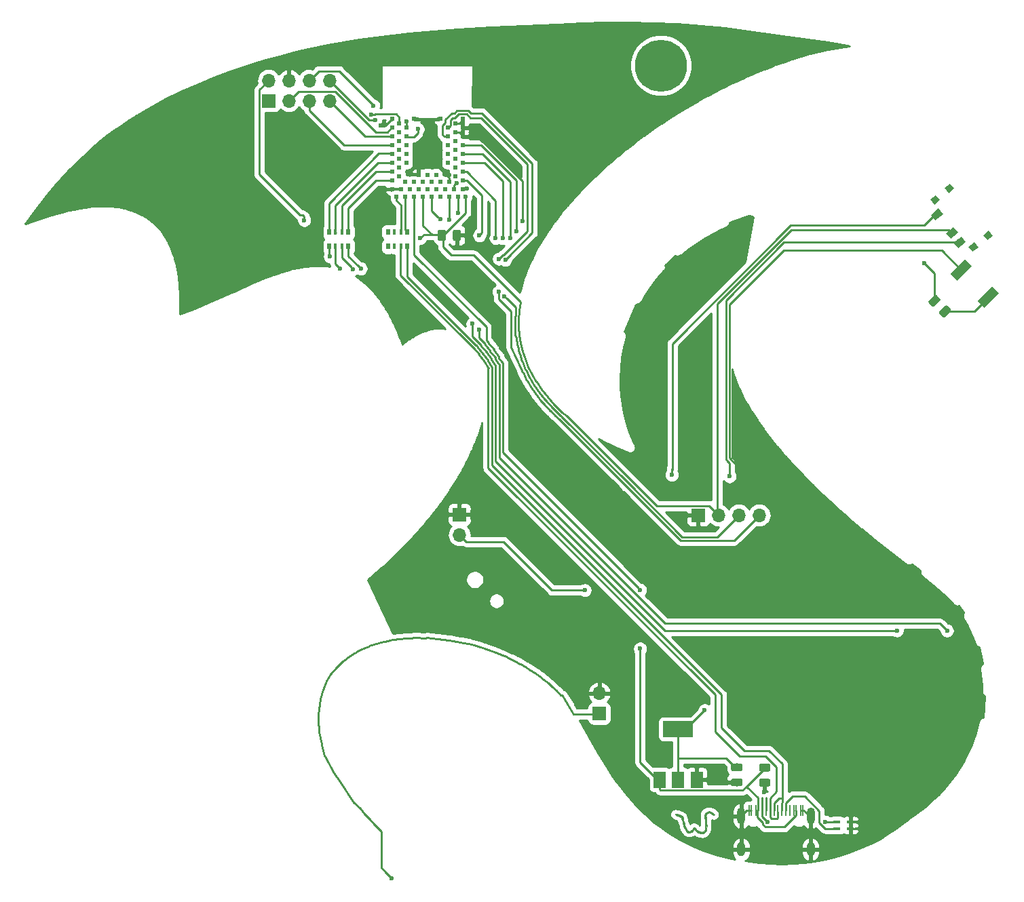
<source format=gbr>
G04 #@! TF.GenerationSoftware,KiCad,Pcbnew,5.1.4*
G04 #@! TF.CreationDate,2019-10-18T21:44:40-05:00*
G04 #@! TF.ProjectId,dragos,64726167-6f73-42e6-9b69-6361645f7063,rev?*
G04 #@! TF.SameCoordinates,Original*
G04 #@! TF.FileFunction,Copper,L2,Bot*
G04 #@! TF.FilePolarity,Positive*
%FSLAX46Y46*%
G04 Gerber Fmt 4.6, Leading zero omitted, Abs format (unit mm)*
G04 Created by KiCad (PCBNEW 5.1.4) date 2019-10-18 21:44:40*
%MOMM*%
%LPD*%
G04 APERTURE LIST*
%ADD10C,0.010000*%
%ADD11C,6.500000*%
%ADD12C,0.100000*%
%ADD13C,0.975000*%
%ADD14C,1.200000*%
%ADD15R,1.700000X1.700000*%
%ADD16O,1.700000X1.700000*%
%ADD17O,1.000000X2.100000*%
%ADD18O,1.000000X1.800000*%
%ADD19R,0.250000X1.400000*%
%ADD20C,0.800000*%
%ADD21C,0.900000*%
%ADD22R,0.900000X0.400000*%
%ADD23R,0.500000X0.800000*%
%ADD24R,0.400000X0.800000*%
%ADD25R,0.500000X0.500000*%
%ADD26R,3.800000X2.000000*%
%ADD27R,1.500000X2.000000*%
%ADD28C,0.600000*%
%ADD29C,0.250000*%
%ADD30C,0.254000*%
G04 APERTURE END LIST*
D10*
G36*
X165230587Y-137379101D02*
G01*
X165047524Y-137471441D01*
X164911592Y-137605243D01*
X164904211Y-137616445D01*
X164865704Y-137686560D01*
X164844213Y-137761161D01*
X164837740Y-137861906D01*
X164844287Y-138010454D01*
X164855088Y-138149000D01*
X164868682Y-138357176D01*
X164879873Y-138615106D01*
X164887394Y-138887886D01*
X164889962Y-139109064D01*
X164889221Y-139341042D01*
X164884387Y-139505025D01*
X164873305Y-139617664D01*
X164853820Y-139695610D01*
X164823775Y-139755512D01*
X164802268Y-139786397D01*
X164716398Y-139871274D01*
X164602822Y-139911004D01*
X164529984Y-139919227D01*
X164282110Y-139900096D01*
X164054281Y-139802890D01*
X163840656Y-139624818D01*
X163785776Y-139563825D01*
X163681108Y-139450241D01*
X163590934Y-139368178D01*
X163533859Y-139334453D01*
X163531888Y-139334334D01*
X163476245Y-139367452D01*
X163402818Y-139451096D01*
X163370495Y-139498393D01*
X163223131Y-139689127D01*
X163073087Y-139803226D01*
X162925716Y-139839020D01*
X162786369Y-139794837D01*
X162692029Y-139710223D01*
X162611347Y-139601415D01*
X162541066Y-139473458D01*
X162473918Y-139309221D01*
X162402636Y-139091574D01*
X162344015Y-138889834D01*
X162284550Y-138679010D01*
X162222317Y-138459557D01*
X162168667Y-138271471D01*
X162157754Y-138233442D01*
X162078584Y-137958050D01*
X161650435Y-137794582D01*
X161432433Y-137715972D01*
X161284002Y-137673703D01*
X161198999Y-137666227D01*
X161177855Y-137675545D01*
X161147323Y-137734474D01*
X161180260Y-137794145D01*
X161282714Y-137859634D01*
X161460730Y-137936021D01*
X161510113Y-137954600D01*
X161669737Y-138016840D01*
X161800704Y-138073866D01*
X161880730Y-138115783D01*
X161891473Y-138123933D01*
X161919685Y-138180037D01*
X161963474Y-138301746D01*
X162017447Y-138472637D01*
X162076210Y-138676288D01*
X162092749Y-138736804D01*
X162203263Y-139118610D01*
X162309349Y-139423568D01*
X162415154Y-139659062D01*
X162524827Y-139832475D01*
X162642515Y-139951190D01*
X162772365Y-140022591D01*
X162823931Y-140038398D01*
X162997621Y-140041191D01*
X163181426Y-139974646D01*
X163353741Y-139847924D01*
X163407431Y-139790944D01*
X163558489Y-139614467D01*
X163728458Y-139791355D01*
X163912966Y-139957866D01*
X164096288Y-140060737D01*
X164309082Y-140114778D01*
X164423587Y-140127186D01*
X164581029Y-140133485D01*
X164690094Y-140117957D01*
X164785756Y-140073620D01*
X164827666Y-140046552D01*
X164955913Y-139918677D01*
X165047302Y-139731493D01*
X165102345Y-139481317D01*
X165121551Y-139164461D01*
X165105431Y-138777242D01*
X165060818Y-138363076D01*
X165032055Y-138111873D01*
X165024811Y-137928459D01*
X165042863Y-137797833D01*
X165089991Y-137704997D01*
X165169973Y-137634951D01*
X165256298Y-137587122D01*
X165401342Y-137542101D01*
X165539703Y-137560585D01*
X165687459Y-137647350D01*
X165803421Y-137749650D01*
X165898884Y-137835110D01*
X165961491Y-137865811D01*
X166013708Y-137851090D01*
X166026473Y-137842361D01*
X166073927Y-137797661D01*
X166067648Y-137748669D01*
X166029475Y-137689482D01*
X165920040Y-137576072D01*
X165767499Y-137469287D01*
X165602595Y-137386782D01*
X165456072Y-137346212D01*
X165429026Y-137344667D01*
X165230587Y-137379101D01*
X165230587Y-137379101D01*
G37*
X165230587Y-137379101D02*
X165047524Y-137471441D01*
X164911592Y-137605243D01*
X164904211Y-137616445D01*
X164865704Y-137686560D01*
X164844213Y-137761161D01*
X164837740Y-137861906D01*
X164844287Y-138010454D01*
X164855088Y-138149000D01*
X164868682Y-138357176D01*
X164879873Y-138615106D01*
X164887394Y-138887886D01*
X164889962Y-139109064D01*
X164889221Y-139341042D01*
X164884387Y-139505025D01*
X164873305Y-139617664D01*
X164853820Y-139695610D01*
X164823775Y-139755512D01*
X164802268Y-139786397D01*
X164716398Y-139871274D01*
X164602822Y-139911004D01*
X164529984Y-139919227D01*
X164282110Y-139900096D01*
X164054281Y-139802890D01*
X163840656Y-139624818D01*
X163785776Y-139563825D01*
X163681108Y-139450241D01*
X163590934Y-139368178D01*
X163533859Y-139334453D01*
X163531888Y-139334334D01*
X163476245Y-139367452D01*
X163402818Y-139451096D01*
X163370495Y-139498393D01*
X163223131Y-139689127D01*
X163073087Y-139803226D01*
X162925716Y-139839020D01*
X162786369Y-139794837D01*
X162692029Y-139710223D01*
X162611347Y-139601415D01*
X162541066Y-139473458D01*
X162473918Y-139309221D01*
X162402636Y-139091574D01*
X162344015Y-138889834D01*
X162284550Y-138679010D01*
X162222317Y-138459557D01*
X162168667Y-138271471D01*
X162157754Y-138233442D01*
X162078584Y-137958050D01*
X161650435Y-137794582D01*
X161432433Y-137715972D01*
X161284002Y-137673703D01*
X161198999Y-137666227D01*
X161177855Y-137675545D01*
X161147323Y-137734474D01*
X161180260Y-137794145D01*
X161282714Y-137859634D01*
X161460730Y-137936021D01*
X161510113Y-137954600D01*
X161669737Y-138016840D01*
X161800704Y-138073866D01*
X161880730Y-138115783D01*
X161891473Y-138123933D01*
X161919685Y-138180037D01*
X161963474Y-138301746D01*
X162017447Y-138472637D01*
X162076210Y-138676288D01*
X162092749Y-138736804D01*
X162203263Y-139118610D01*
X162309349Y-139423568D01*
X162415154Y-139659062D01*
X162524827Y-139832475D01*
X162642515Y-139951190D01*
X162772365Y-140022591D01*
X162823931Y-140038398D01*
X162997621Y-140041191D01*
X163181426Y-139974646D01*
X163353741Y-139847924D01*
X163407431Y-139790944D01*
X163558489Y-139614467D01*
X163728458Y-139791355D01*
X163912966Y-139957866D01*
X164096288Y-140060737D01*
X164309082Y-140114778D01*
X164423587Y-140127186D01*
X164581029Y-140133485D01*
X164690094Y-140117957D01*
X164785756Y-140073620D01*
X164827666Y-140046552D01*
X164955913Y-139918677D01*
X165047302Y-139731493D01*
X165102345Y-139481317D01*
X165121551Y-139164461D01*
X165105431Y-138777242D01*
X165060818Y-138363076D01*
X165032055Y-138111873D01*
X165024811Y-137928459D01*
X165042863Y-137797833D01*
X165089991Y-137704997D01*
X165169973Y-137634951D01*
X165256298Y-137587122D01*
X165401342Y-137542101D01*
X165539703Y-137560585D01*
X165687459Y-137647350D01*
X165803421Y-137749650D01*
X165898884Y-137835110D01*
X165961491Y-137865811D01*
X166013708Y-137851090D01*
X166026473Y-137842361D01*
X166073927Y-137797661D01*
X166067648Y-137748669D01*
X166029475Y-137689482D01*
X165920040Y-137576072D01*
X165767499Y-137469287D01*
X165602595Y-137386782D01*
X165456072Y-137346212D01*
X165429026Y-137344667D01*
X165230587Y-137379101D01*
D11*
X159400000Y-44250000D03*
D12*
G36*
X134192643Y-64751174D02*
G01*
X134216304Y-64754684D01*
X134239508Y-64760496D01*
X134262030Y-64768554D01*
X134283654Y-64778782D01*
X134304171Y-64791079D01*
X134323384Y-64805329D01*
X134341108Y-64821393D01*
X134357172Y-64839117D01*
X134371422Y-64858330D01*
X134383719Y-64878847D01*
X134393947Y-64900471D01*
X134402005Y-64922993D01*
X134407817Y-64946197D01*
X134411327Y-64969858D01*
X134412501Y-64993750D01*
X134412501Y-65906250D01*
X134411327Y-65930142D01*
X134407817Y-65953803D01*
X134402005Y-65977007D01*
X134393947Y-65999529D01*
X134383719Y-66021153D01*
X134371422Y-66041670D01*
X134357172Y-66060883D01*
X134341108Y-66078607D01*
X134323384Y-66094671D01*
X134304171Y-66108921D01*
X134283654Y-66121218D01*
X134262030Y-66131446D01*
X134239508Y-66139504D01*
X134216304Y-66145316D01*
X134192643Y-66148826D01*
X134168751Y-66150000D01*
X133681251Y-66150000D01*
X133657359Y-66148826D01*
X133633698Y-66145316D01*
X133610494Y-66139504D01*
X133587972Y-66131446D01*
X133566348Y-66121218D01*
X133545831Y-66108921D01*
X133526618Y-66094671D01*
X133508894Y-66078607D01*
X133492830Y-66060883D01*
X133478580Y-66041670D01*
X133466283Y-66021153D01*
X133456055Y-65999529D01*
X133447997Y-65977007D01*
X133442185Y-65953803D01*
X133438675Y-65930142D01*
X133437501Y-65906250D01*
X133437501Y-64993750D01*
X133438675Y-64969858D01*
X133442185Y-64946197D01*
X133447997Y-64922993D01*
X133456055Y-64900471D01*
X133466283Y-64878847D01*
X133478580Y-64858330D01*
X133492830Y-64839117D01*
X133508894Y-64821393D01*
X133526618Y-64805329D01*
X133545831Y-64791079D01*
X133566348Y-64778782D01*
X133587972Y-64768554D01*
X133610494Y-64760496D01*
X133633698Y-64754684D01*
X133657359Y-64751174D01*
X133681251Y-64750000D01*
X134168751Y-64750000D01*
X134192643Y-64751174D01*
X134192643Y-64751174D01*
G37*
D13*
X133925001Y-65450000D03*
D12*
G36*
X132317643Y-64751174D02*
G01*
X132341304Y-64754684D01*
X132364508Y-64760496D01*
X132387030Y-64768554D01*
X132408654Y-64778782D01*
X132429171Y-64791079D01*
X132448384Y-64805329D01*
X132466108Y-64821393D01*
X132482172Y-64839117D01*
X132496422Y-64858330D01*
X132508719Y-64878847D01*
X132518947Y-64900471D01*
X132527005Y-64922993D01*
X132532817Y-64946197D01*
X132536327Y-64969858D01*
X132537501Y-64993750D01*
X132537501Y-65906250D01*
X132536327Y-65930142D01*
X132532817Y-65953803D01*
X132527005Y-65977007D01*
X132518947Y-65999529D01*
X132508719Y-66021153D01*
X132496422Y-66041670D01*
X132482172Y-66060883D01*
X132466108Y-66078607D01*
X132448384Y-66094671D01*
X132429171Y-66108921D01*
X132408654Y-66121218D01*
X132387030Y-66131446D01*
X132364508Y-66139504D01*
X132341304Y-66145316D01*
X132317643Y-66148826D01*
X132293751Y-66150000D01*
X131806251Y-66150000D01*
X131782359Y-66148826D01*
X131758698Y-66145316D01*
X131735494Y-66139504D01*
X131712972Y-66131446D01*
X131691348Y-66121218D01*
X131670831Y-66108921D01*
X131651618Y-66094671D01*
X131633894Y-66078607D01*
X131617830Y-66060883D01*
X131603580Y-66041670D01*
X131591283Y-66021153D01*
X131581055Y-65999529D01*
X131572997Y-65977007D01*
X131567185Y-65953803D01*
X131563675Y-65930142D01*
X131562501Y-65906250D01*
X131562501Y-64993750D01*
X131563675Y-64969858D01*
X131567185Y-64946197D01*
X131572997Y-64922993D01*
X131581055Y-64900471D01*
X131591283Y-64878847D01*
X131603580Y-64858330D01*
X131617830Y-64839117D01*
X131633894Y-64821393D01*
X131651618Y-64805329D01*
X131670831Y-64791079D01*
X131691348Y-64778782D01*
X131712972Y-64768554D01*
X131735494Y-64760496D01*
X131758698Y-64754684D01*
X131782359Y-64751174D01*
X131806251Y-64750000D01*
X132293751Y-64750000D01*
X132317643Y-64751174D01*
X132317643Y-64751174D01*
G37*
D13*
X132050001Y-65450000D03*
D12*
G36*
X172830142Y-131413675D02*
G01*
X172853803Y-131417185D01*
X172877007Y-131422997D01*
X172899529Y-131431055D01*
X172921153Y-131441283D01*
X172941670Y-131453580D01*
X172960883Y-131467830D01*
X172978607Y-131483894D01*
X172994671Y-131501618D01*
X173008921Y-131520831D01*
X173021218Y-131541348D01*
X173031446Y-131562972D01*
X173039504Y-131585494D01*
X173045316Y-131608698D01*
X173048826Y-131632359D01*
X173050000Y-131656251D01*
X173050000Y-132143751D01*
X173048826Y-132167643D01*
X173045316Y-132191304D01*
X173039504Y-132214508D01*
X173031446Y-132237030D01*
X173021218Y-132258654D01*
X173008921Y-132279171D01*
X172994671Y-132298384D01*
X172978607Y-132316108D01*
X172960883Y-132332172D01*
X172941670Y-132346422D01*
X172921153Y-132358719D01*
X172899529Y-132368947D01*
X172877007Y-132377005D01*
X172853803Y-132382817D01*
X172830142Y-132386327D01*
X172806250Y-132387501D01*
X171893750Y-132387501D01*
X171869858Y-132386327D01*
X171846197Y-132382817D01*
X171822993Y-132377005D01*
X171800471Y-132368947D01*
X171778847Y-132358719D01*
X171758330Y-132346422D01*
X171739117Y-132332172D01*
X171721393Y-132316108D01*
X171705329Y-132298384D01*
X171691079Y-132279171D01*
X171678782Y-132258654D01*
X171668554Y-132237030D01*
X171660496Y-132214508D01*
X171654684Y-132191304D01*
X171651174Y-132167643D01*
X171650000Y-132143751D01*
X171650000Y-131656251D01*
X171651174Y-131632359D01*
X171654684Y-131608698D01*
X171660496Y-131585494D01*
X171668554Y-131562972D01*
X171678782Y-131541348D01*
X171691079Y-131520831D01*
X171705329Y-131501618D01*
X171721393Y-131483894D01*
X171739117Y-131467830D01*
X171758330Y-131453580D01*
X171778847Y-131441283D01*
X171800471Y-131431055D01*
X171822993Y-131422997D01*
X171846197Y-131417185D01*
X171869858Y-131413675D01*
X171893750Y-131412501D01*
X172806250Y-131412501D01*
X172830142Y-131413675D01*
X172830142Y-131413675D01*
G37*
D13*
X172350000Y-131900001D03*
D12*
G36*
X172830142Y-133288675D02*
G01*
X172853803Y-133292185D01*
X172877007Y-133297997D01*
X172899529Y-133306055D01*
X172921153Y-133316283D01*
X172941670Y-133328580D01*
X172960883Y-133342830D01*
X172978607Y-133358894D01*
X172994671Y-133376618D01*
X173008921Y-133395831D01*
X173021218Y-133416348D01*
X173031446Y-133437972D01*
X173039504Y-133460494D01*
X173045316Y-133483698D01*
X173048826Y-133507359D01*
X173050000Y-133531251D01*
X173050000Y-134018751D01*
X173048826Y-134042643D01*
X173045316Y-134066304D01*
X173039504Y-134089508D01*
X173031446Y-134112030D01*
X173021218Y-134133654D01*
X173008921Y-134154171D01*
X172994671Y-134173384D01*
X172978607Y-134191108D01*
X172960883Y-134207172D01*
X172941670Y-134221422D01*
X172921153Y-134233719D01*
X172899529Y-134243947D01*
X172877007Y-134252005D01*
X172853803Y-134257817D01*
X172830142Y-134261327D01*
X172806250Y-134262501D01*
X171893750Y-134262501D01*
X171869858Y-134261327D01*
X171846197Y-134257817D01*
X171822993Y-134252005D01*
X171800471Y-134243947D01*
X171778847Y-134233719D01*
X171758330Y-134221422D01*
X171739117Y-134207172D01*
X171721393Y-134191108D01*
X171705329Y-134173384D01*
X171691079Y-134154171D01*
X171678782Y-134133654D01*
X171668554Y-134112030D01*
X171660496Y-134089508D01*
X171654684Y-134066304D01*
X171651174Y-134042643D01*
X171650000Y-134018751D01*
X171650000Y-133531251D01*
X171651174Y-133507359D01*
X171654684Y-133483698D01*
X171660496Y-133460494D01*
X171668554Y-133437972D01*
X171678782Y-133416348D01*
X171691079Y-133395831D01*
X171705329Y-133376618D01*
X171721393Y-133358894D01*
X171739117Y-133342830D01*
X171758330Y-133328580D01*
X171778847Y-133316283D01*
X171800471Y-133306055D01*
X171822993Y-133297997D01*
X171846197Y-133292185D01*
X171869858Y-133288675D01*
X171893750Y-133287501D01*
X172806250Y-133287501D01*
X172830142Y-133288675D01*
X172830142Y-133288675D01*
G37*
D13*
X172350000Y-133775001D03*
D12*
G36*
X169330142Y-133263673D02*
G01*
X169353803Y-133267183D01*
X169377007Y-133272995D01*
X169399529Y-133281053D01*
X169421153Y-133291281D01*
X169441670Y-133303578D01*
X169460883Y-133317828D01*
X169478607Y-133333892D01*
X169494671Y-133351616D01*
X169508921Y-133370829D01*
X169521218Y-133391346D01*
X169531446Y-133412970D01*
X169539504Y-133435492D01*
X169545316Y-133458696D01*
X169548826Y-133482357D01*
X169550000Y-133506249D01*
X169550000Y-133993749D01*
X169548826Y-134017641D01*
X169545316Y-134041302D01*
X169539504Y-134064506D01*
X169531446Y-134087028D01*
X169521218Y-134108652D01*
X169508921Y-134129169D01*
X169494671Y-134148382D01*
X169478607Y-134166106D01*
X169460883Y-134182170D01*
X169441670Y-134196420D01*
X169421153Y-134208717D01*
X169399529Y-134218945D01*
X169377007Y-134227003D01*
X169353803Y-134232815D01*
X169330142Y-134236325D01*
X169306250Y-134237499D01*
X168393750Y-134237499D01*
X168369858Y-134236325D01*
X168346197Y-134232815D01*
X168322993Y-134227003D01*
X168300471Y-134218945D01*
X168278847Y-134208717D01*
X168258330Y-134196420D01*
X168239117Y-134182170D01*
X168221393Y-134166106D01*
X168205329Y-134148382D01*
X168191079Y-134129169D01*
X168178782Y-134108652D01*
X168168554Y-134087028D01*
X168160496Y-134064506D01*
X168154684Y-134041302D01*
X168151174Y-134017641D01*
X168150000Y-133993749D01*
X168150000Y-133506249D01*
X168151174Y-133482357D01*
X168154684Y-133458696D01*
X168160496Y-133435492D01*
X168168554Y-133412970D01*
X168178782Y-133391346D01*
X168191079Y-133370829D01*
X168205329Y-133351616D01*
X168221393Y-133333892D01*
X168239117Y-133317828D01*
X168258330Y-133303578D01*
X168278847Y-133291281D01*
X168300471Y-133281053D01*
X168322993Y-133272995D01*
X168346197Y-133267183D01*
X168369858Y-133263673D01*
X168393750Y-133262499D01*
X169306250Y-133262499D01*
X169330142Y-133263673D01*
X169330142Y-133263673D01*
G37*
D13*
X168850000Y-133749999D03*
D12*
G36*
X169330142Y-131388673D02*
G01*
X169353803Y-131392183D01*
X169377007Y-131397995D01*
X169399529Y-131406053D01*
X169421153Y-131416281D01*
X169441670Y-131428578D01*
X169460883Y-131442828D01*
X169478607Y-131458892D01*
X169494671Y-131476616D01*
X169508921Y-131495829D01*
X169521218Y-131516346D01*
X169531446Y-131537970D01*
X169539504Y-131560492D01*
X169545316Y-131583696D01*
X169548826Y-131607357D01*
X169550000Y-131631249D01*
X169550000Y-132118749D01*
X169548826Y-132142641D01*
X169545316Y-132166302D01*
X169539504Y-132189506D01*
X169531446Y-132212028D01*
X169521218Y-132233652D01*
X169508921Y-132254169D01*
X169494671Y-132273382D01*
X169478607Y-132291106D01*
X169460883Y-132307170D01*
X169441670Y-132321420D01*
X169421153Y-132333717D01*
X169399529Y-132343945D01*
X169377007Y-132352003D01*
X169353803Y-132357815D01*
X169330142Y-132361325D01*
X169306250Y-132362499D01*
X168393750Y-132362499D01*
X168369858Y-132361325D01*
X168346197Y-132357815D01*
X168322993Y-132352003D01*
X168300471Y-132343945D01*
X168278847Y-132333717D01*
X168258330Y-132321420D01*
X168239117Y-132307170D01*
X168221393Y-132291106D01*
X168205329Y-132273382D01*
X168191079Y-132254169D01*
X168178782Y-132233652D01*
X168168554Y-132212028D01*
X168160496Y-132189506D01*
X168154684Y-132166302D01*
X168151174Y-132142641D01*
X168150000Y-132118749D01*
X168150000Y-131631249D01*
X168151174Y-131607357D01*
X168154684Y-131583696D01*
X168160496Y-131560492D01*
X168168554Y-131537970D01*
X168178782Y-131516346D01*
X168191079Y-131495829D01*
X168205329Y-131476616D01*
X168221393Y-131458892D01*
X168239117Y-131442828D01*
X168258330Y-131428578D01*
X168278847Y-131416281D01*
X168300471Y-131406053D01*
X168322993Y-131397995D01*
X168346197Y-131392183D01*
X168369858Y-131388673D01*
X168393750Y-131387499D01*
X169306250Y-131387499D01*
X169330142Y-131388673D01*
X169330142Y-131388673D01*
G37*
D13*
X168850000Y-131874999D03*
D14*
X196852944Y-69752944D03*
D12*
G36*
X198196447Y-69257969D02*
G01*
X196357969Y-71096447D01*
X195509441Y-70247919D01*
X197347919Y-68409441D01*
X198196447Y-69257969D01*
X198196447Y-69257969D01*
G37*
D14*
X200247056Y-73147056D03*
D12*
G36*
X201590559Y-72652081D02*
G01*
X199752081Y-74490559D01*
X198903553Y-73642031D01*
X200742031Y-71803553D01*
X201590559Y-72652081D01*
X201590559Y-72652081D01*
G37*
D15*
X164050000Y-100400000D03*
D16*
X166590000Y-100400000D03*
X169130000Y-100400000D03*
X171670000Y-100400000D03*
D17*
X178070000Y-137950000D03*
X169430000Y-137950000D03*
D18*
X178070000Y-142100000D03*
X169430000Y-142100000D03*
D19*
X173500000Y-137250000D03*
X174000000Y-137250000D03*
X174500000Y-137250000D03*
X173000000Y-137250000D03*
X172500000Y-137250000D03*
X175000000Y-137250000D03*
X172000000Y-137250000D03*
X175500000Y-137250000D03*
X177075000Y-137250000D03*
X176825000Y-137250000D03*
X176275000Y-137250000D03*
X176025000Y-137250000D03*
X171475000Y-137250000D03*
X171225000Y-137250000D03*
X170675000Y-137250000D03*
X170425000Y-137250000D03*
D15*
X151700000Y-125150000D03*
D16*
X151700000Y-122610000D03*
D20*
X200185135Y-65479436D03*
D12*
G36*
X200786579Y-65507100D02*
G01*
X200087147Y-66073489D01*
X199583691Y-65451772D01*
X200283123Y-64885383D01*
X200786579Y-65507100D01*
X200786579Y-65507100D01*
G37*
D20*
X195402300Y-59573127D03*
D12*
G36*
X196003744Y-59600791D02*
G01*
X195304312Y-60167180D01*
X194800856Y-59545463D01*
X195500288Y-58979074D01*
X196003744Y-59600791D01*
X196003744Y-59600791D01*
G37*
D20*
X193608571Y-61012792D03*
D12*
G36*
X194210015Y-61040456D02*
G01*
X193510583Y-61606845D01*
X193007127Y-60985128D01*
X193706559Y-60418739D01*
X194210015Y-61040456D01*
X194210015Y-61040456D01*
G37*
D20*
X198397700Y-66926873D03*
D12*
G36*
X198999144Y-66954537D02*
G01*
X198299712Y-67520926D01*
X197796256Y-66899209D01*
X198495688Y-66332820D01*
X198999144Y-66954537D01*
X198999144Y-66954537D01*
G37*
D21*
X196664536Y-66335884D03*
D12*
G36*
X197433446Y-66292274D02*
G01*
X196462014Y-67078925D01*
X195895626Y-66379494D01*
X196867058Y-65592843D01*
X197433446Y-66292274D01*
X197433446Y-66292274D01*
G37*
D21*
X195720555Y-65170165D03*
D12*
G36*
X196489465Y-65126555D02*
G01*
X195518033Y-65913206D01*
X194951645Y-65213775D01*
X195923077Y-64427124D01*
X196489465Y-65126555D01*
X196489465Y-65126555D01*
G37*
D21*
X193832594Y-62838727D03*
D12*
G36*
X194601504Y-62795117D02*
G01*
X193630072Y-63581768D01*
X193063684Y-62882337D01*
X194035116Y-62095686D01*
X194601504Y-62795117D01*
X194601504Y-62795117D01*
G37*
G36*
X193698326Y-72886623D02*
G01*
X193721987Y-72890133D01*
X193745191Y-72895945D01*
X193767713Y-72904003D01*
X193789337Y-72914231D01*
X193809854Y-72926528D01*
X193829067Y-72940778D01*
X193846791Y-72956842D01*
X194191506Y-73301557D01*
X194207570Y-73319281D01*
X194221820Y-73338494D01*
X194234117Y-73359011D01*
X194244345Y-73380635D01*
X194252403Y-73403157D01*
X194258215Y-73426361D01*
X194261725Y-73450022D01*
X194262899Y-73473914D01*
X194261725Y-73497806D01*
X194258215Y-73521467D01*
X194252403Y-73544671D01*
X194244345Y-73567193D01*
X194234117Y-73588817D01*
X194221820Y-73609334D01*
X194207570Y-73628547D01*
X194191506Y-73646271D01*
X193546271Y-74291506D01*
X193528547Y-74307570D01*
X193509334Y-74321820D01*
X193488817Y-74334117D01*
X193467193Y-74344345D01*
X193444671Y-74352403D01*
X193421467Y-74358215D01*
X193397806Y-74361725D01*
X193373914Y-74362899D01*
X193350022Y-74361725D01*
X193326361Y-74358215D01*
X193303157Y-74352403D01*
X193280635Y-74344345D01*
X193259011Y-74334117D01*
X193238494Y-74321820D01*
X193219281Y-74307570D01*
X193201557Y-74291506D01*
X192856842Y-73946791D01*
X192840778Y-73929067D01*
X192826528Y-73909854D01*
X192814231Y-73889337D01*
X192804003Y-73867713D01*
X192795945Y-73845191D01*
X192790133Y-73821987D01*
X192786623Y-73798326D01*
X192785449Y-73774434D01*
X192786623Y-73750542D01*
X192790133Y-73726881D01*
X192795945Y-73703677D01*
X192804003Y-73681155D01*
X192814231Y-73659531D01*
X192826528Y-73639014D01*
X192840778Y-73619801D01*
X192856842Y-73602077D01*
X193502077Y-72956842D01*
X193519801Y-72940778D01*
X193539014Y-72926528D01*
X193559531Y-72914231D01*
X193581155Y-72904003D01*
X193603677Y-72895945D01*
X193626881Y-72890133D01*
X193650542Y-72886623D01*
X193674434Y-72885449D01*
X193698326Y-72886623D01*
X193698326Y-72886623D01*
G37*
D13*
X193524174Y-73624174D03*
D12*
G36*
X195024152Y-74212449D02*
G01*
X195047813Y-74215959D01*
X195071017Y-74221771D01*
X195093539Y-74229829D01*
X195115163Y-74240057D01*
X195135680Y-74252354D01*
X195154893Y-74266604D01*
X195172617Y-74282668D01*
X195517332Y-74627383D01*
X195533396Y-74645107D01*
X195547646Y-74664320D01*
X195559943Y-74684837D01*
X195570171Y-74706461D01*
X195578229Y-74728983D01*
X195584041Y-74752187D01*
X195587551Y-74775848D01*
X195588725Y-74799740D01*
X195587551Y-74823632D01*
X195584041Y-74847293D01*
X195578229Y-74870497D01*
X195570171Y-74893019D01*
X195559943Y-74914643D01*
X195547646Y-74935160D01*
X195533396Y-74954373D01*
X195517332Y-74972097D01*
X194872097Y-75617332D01*
X194854373Y-75633396D01*
X194835160Y-75647646D01*
X194814643Y-75659943D01*
X194793019Y-75670171D01*
X194770497Y-75678229D01*
X194747293Y-75684041D01*
X194723632Y-75687551D01*
X194699740Y-75688725D01*
X194675848Y-75687551D01*
X194652187Y-75684041D01*
X194628983Y-75678229D01*
X194606461Y-75670171D01*
X194584837Y-75659943D01*
X194564320Y-75647646D01*
X194545107Y-75633396D01*
X194527383Y-75617332D01*
X194182668Y-75272617D01*
X194166604Y-75254893D01*
X194152354Y-75235680D01*
X194140057Y-75215163D01*
X194129829Y-75193539D01*
X194121771Y-75171017D01*
X194115959Y-75147813D01*
X194112449Y-75124152D01*
X194111275Y-75100260D01*
X194112449Y-75076368D01*
X194115959Y-75052707D01*
X194121771Y-75029503D01*
X194129829Y-75006981D01*
X194140057Y-74985357D01*
X194152354Y-74964840D01*
X194166604Y-74945627D01*
X194182668Y-74927903D01*
X194827903Y-74282668D01*
X194845627Y-74266604D01*
X194864840Y-74252354D01*
X194885357Y-74240057D01*
X194906981Y-74229829D01*
X194929503Y-74221771D01*
X194952707Y-74215959D01*
X194976368Y-74212449D01*
X195000260Y-74211275D01*
X195024152Y-74212449D01*
X195024152Y-74212449D01*
G37*
D13*
X194850000Y-74950000D03*
D22*
X181350000Y-139500000D03*
X181350000Y-138700000D03*
X183050000Y-138700000D03*
X183050000Y-139500000D03*
D23*
X125350000Y-65050000D03*
D24*
X126150000Y-65050000D03*
D23*
X127750000Y-65050000D03*
D24*
X126950000Y-65050000D03*
D23*
X125350000Y-66850000D03*
D24*
X126950000Y-66850000D03*
X126150000Y-66850000D03*
D23*
X127750000Y-66850000D03*
X118000000Y-65050000D03*
D24*
X119600000Y-65050000D03*
X118800000Y-65050000D03*
D23*
X120400000Y-65050000D03*
D24*
X118800000Y-66850000D03*
D23*
X118000000Y-66850000D03*
D24*
X119600000Y-66850000D03*
D23*
X120400000Y-66850000D03*
D25*
X134650000Y-50900000D03*
X133750000Y-51450000D03*
X134650000Y-52000000D03*
X133750000Y-52550000D03*
X134650000Y-53100000D03*
X133750000Y-53650000D03*
X134650000Y-54200000D03*
X133750000Y-54750000D03*
X134650000Y-55300000D03*
X133750000Y-55850000D03*
X134650000Y-56400000D03*
X133750000Y-56950000D03*
X134650000Y-57500000D03*
X133750000Y-58050000D03*
X134650000Y-58600000D03*
X134650000Y-59700000D03*
X133550000Y-59700000D03*
X133000000Y-58800000D03*
X132450000Y-59700000D03*
X131900000Y-58800000D03*
X131350000Y-59700000D03*
X130800000Y-58800000D03*
X130250000Y-59700000D03*
X129700000Y-58800000D03*
X129150000Y-59700000D03*
X128600000Y-58800000D03*
X128050000Y-59700000D03*
X127500000Y-58800000D03*
X126950000Y-59700000D03*
X125850000Y-59700000D03*
X125850000Y-58600000D03*
X126750000Y-58050000D03*
X125850000Y-57500000D03*
X126750000Y-56950000D03*
X125850000Y-56400000D03*
X126750000Y-55850000D03*
X125850000Y-55300000D03*
X126750000Y-54750000D03*
X125850000Y-54200000D03*
X126750000Y-53650000D03*
X125850000Y-53100000D03*
X126750000Y-52550000D03*
X125850000Y-52000000D03*
X126750000Y-51450000D03*
X125850000Y-50900000D03*
X128600000Y-50900000D03*
X131900000Y-50900000D03*
X132850000Y-52000000D03*
X132850000Y-53100000D03*
X132850000Y-54200000D03*
X132850000Y-55300000D03*
X132850000Y-56400000D03*
X131350000Y-57900000D03*
X130250000Y-57900000D03*
X129150000Y-57900000D03*
X127650000Y-56400000D03*
X127650000Y-55300000D03*
X127650000Y-54200000D03*
X127650000Y-53100000D03*
X127650000Y-52000000D03*
X134100000Y-60600000D03*
X133000000Y-60600000D03*
X131900000Y-60600000D03*
X130800000Y-60600000D03*
X129700000Y-60600000D03*
X128600000Y-60600000D03*
X127500000Y-60600000D03*
X126400000Y-60600000D03*
D26*
X161550000Y-127100000D03*
D27*
X161550000Y-133400000D03*
X159250000Y-133400000D03*
X163850000Y-133400000D03*
D15*
X110450000Y-48650000D03*
D16*
X110450000Y-46110000D03*
X112990000Y-48650000D03*
X112990000Y-46110000D03*
X115530000Y-48650000D03*
X115530000Y-46110000D03*
X118070000Y-48650000D03*
X118070000Y-46110000D03*
D15*
X134250000Y-100310000D03*
D16*
X134250000Y-102850000D03*
D28*
X166700000Y-133000000D03*
X167650000Y-137400000D03*
X195050000Y-125550000D03*
X189000000Y-125600000D03*
X136550000Y-110650000D03*
X164600000Y-117100000D03*
X154400000Y-112400000D03*
X122650000Y-64350000D03*
X128800000Y-55600000D03*
X135150000Y-59650000D03*
X124450000Y-51750000D03*
X172250000Y-135000000D03*
X158600000Y-94150000D03*
X164450000Y-93700000D03*
X136700000Y-98150000D03*
X130625000Y-55925000D03*
X141150000Y-46400000D03*
X145600000Y-62300000D03*
X142100000Y-63650000D03*
X157550000Y-85650000D03*
X129750000Y-70600000D03*
X134000000Y-66800000D03*
X130650000Y-67200000D03*
X132950000Y-57900000D03*
X125750000Y-145700000D03*
X135050000Y-60600000D03*
X114900000Y-63550000D03*
X129350000Y-65800000D03*
X133900000Y-58950000D03*
X156800000Y-117050000D03*
X156800000Y-109699998D03*
X164850000Y-124750000D03*
X167950000Y-95550000D03*
X123276192Y-50393620D03*
X139850000Y-73050000D03*
X139970873Y-68524919D03*
X139150000Y-72500000D03*
X139183619Y-68382617D03*
X172700000Y-138700000D03*
X179912792Y-138678894D03*
X149900000Y-109750000D03*
X160750000Y-95350000D03*
X119350000Y-69600000D03*
X121950000Y-69600000D03*
X121000002Y-69650002D03*
X192250000Y-68900000D03*
X141375010Y-64950000D03*
X123750000Y-51050000D03*
X129050000Y-52200000D03*
X127650000Y-51250000D03*
X123500000Y-49250000D03*
X133000000Y-63500000D03*
X195100000Y-114800000D03*
X136700001Y-77200001D03*
X188850000Y-114800000D03*
X131850000Y-63450000D03*
X135900000Y-76500000D03*
X138773677Y-65784196D03*
X139650000Y-65800000D03*
X140575010Y-65800000D03*
X136750000Y-65450000D03*
X134050000Y-62700000D03*
X118100000Y-68100000D03*
D29*
X177200000Y-137250000D02*
X177750000Y-137800000D01*
X176825000Y-137250000D02*
X177200000Y-137250000D01*
X177750000Y-137800000D02*
X178050000Y-137800000D01*
X174747226Y-67323288D02*
X167938704Y-74131811D01*
X194423288Y-67323288D02*
X174747226Y-67323288D01*
X196852944Y-69752944D02*
X194423288Y-67323288D01*
X167938704Y-74131811D02*
X167938704Y-93238704D01*
X167938704Y-93238704D02*
X169750000Y-95050000D01*
X128600000Y-50900000D02*
X132000000Y-50900000D01*
X134650000Y-50900000D02*
X134700000Y-50900000D01*
X170050000Y-137250000D02*
X169450000Y-137850000D01*
X170425000Y-137250000D02*
X170050000Y-137250000D01*
X169450000Y-137850000D02*
X169450000Y-138000000D01*
X194900000Y-125700000D02*
X194700000Y-125700000D01*
X195050000Y-125550000D02*
X194900000Y-125700000D01*
X129224264Y-55600000D02*
X128800000Y-55600000D01*
X130300000Y-55600000D02*
X129224264Y-55600000D01*
X133000000Y-58800000D02*
X133000000Y-58300000D01*
X134650000Y-59700000D02*
X135100000Y-59700000D01*
X135100000Y-59700000D02*
X135150000Y-59650000D01*
X133000000Y-58300000D02*
X132550000Y-57850000D01*
X132550000Y-57850000D02*
X132450000Y-57750000D01*
X170675000Y-137250000D02*
X170450000Y-137250000D01*
X170425000Y-137250000D02*
X170450000Y-137250000D01*
X132450000Y-57750000D02*
X131600000Y-56900000D01*
X134250000Y-52550000D02*
X134600000Y-52900000D01*
X133750000Y-52550000D02*
X134250000Y-52550000D01*
X134600000Y-52900000D02*
X134600000Y-53050000D01*
X130625000Y-55925000D02*
X130300000Y-55600000D01*
X134250000Y-51450000D02*
X134650000Y-51050000D01*
X133750000Y-51450000D02*
X134250000Y-51450000D01*
X134650000Y-51050000D02*
X134650000Y-51000000D01*
X131600000Y-56900000D02*
X130625000Y-55925000D01*
X142100000Y-58713590D02*
X142100000Y-63650000D01*
X136486410Y-53100000D02*
X142100000Y-58713590D01*
X134650000Y-53100000D02*
X136486410Y-53100000D01*
X135150000Y-59650000D02*
X134700000Y-59650000D01*
X134700000Y-59650000D02*
X134650000Y-59700000D01*
X124450000Y-51750000D02*
X125000000Y-51750000D01*
X125000000Y-51750000D02*
X125724990Y-51025010D01*
X125724990Y-51025010D02*
X125900000Y-51025010D01*
X132550000Y-57850000D02*
X132900000Y-57850000D01*
X132900000Y-57850000D02*
X132950000Y-57900000D01*
X129700000Y-64250000D02*
X130850000Y-65400000D01*
X130850000Y-65400000D02*
X132000000Y-65400000D01*
X129700000Y-62200000D02*
X129700000Y-62900000D01*
X129700000Y-60600000D02*
X129700000Y-62900000D01*
X129700000Y-62900000D02*
X129700000Y-64250000D01*
X144235300Y-120484677D02*
X144787361Y-120911364D01*
X143064621Y-119683803D02*
X143650978Y-120076849D01*
X143057741Y-119685161D02*
X143064621Y-119683803D01*
X142455891Y-119309176D02*
X143057741Y-119685161D01*
X142449260Y-119310708D02*
X142455891Y-119309176D01*
X141826614Y-118953633D02*
X141833014Y-118951942D01*
X141197076Y-118612247D02*
X141826614Y-118953633D01*
X141190890Y-118614083D02*
X141197076Y-118612247D01*
X140549147Y-118290241D02*
X141190890Y-118614083D01*
X138549824Y-117431934D02*
X139881667Y-117989209D01*
X122448720Y-116948015D02*
X123009320Y-116728769D01*
X124802905Y-116182411D02*
X124807572Y-116175296D01*
X128060447Y-115716073D02*
X128739102Y-115693867D01*
X145849668Y-121813195D02*
X145857998Y-121813054D01*
X116774293Y-123946505D02*
X116900408Y-123335390D01*
X145857998Y-121813054D02*
X146350278Y-122289036D01*
X116781976Y-123958184D02*
X116774293Y-123946505D01*
X146350278Y-122289036D02*
X146358925Y-122289234D01*
X116692939Y-124594431D02*
X116781976Y-123958184D01*
X146358925Y-122289234D02*
X146875197Y-122829659D01*
X116701068Y-124605206D02*
X116692939Y-124594431D01*
X116650153Y-125266643D02*
X116701068Y-124605206D01*
X116890304Y-128206236D02*
X116881851Y-128199939D01*
X116683637Y-126684124D02*
X116655316Y-125972043D01*
X116881851Y-128199939D02*
X116770296Y-127436750D01*
X116893307Y-123322855D02*
X117055462Y-122736870D01*
X116692276Y-126692102D02*
X116683637Y-126684124D01*
X116761706Y-127429638D02*
X116692276Y-126692102D01*
X116770296Y-127436750D02*
X116761706Y-127429638D01*
X124929494Y-144819625D02*
X124515092Y-144465092D01*
X148000597Y-124367958D02*
X148489181Y-125250000D01*
X124807572Y-116175296D02*
X125430085Y-116045941D01*
X145336345Y-121353487D02*
X145849668Y-121813195D01*
X145328325Y-121353929D02*
X145336345Y-121353487D01*
X144795077Y-120910653D02*
X145328325Y-121353929D01*
X116646713Y-125963138D02*
X116658565Y-125276459D01*
X116900408Y-123335390D02*
X116893307Y-123322855D01*
X123695486Y-139061687D02*
X123051363Y-138376606D01*
X123051363Y-138376606D02*
X123044893Y-138376214D01*
X144227879Y-120485628D02*
X144235300Y-120484677D01*
X123044893Y-138376214D02*
X122403034Y-137651604D01*
X124354105Y-139704934D02*
X124346630Y-139704941D01*
X116655316Y-125972043D02*
X116646713Y-125963138D01*
X124934549Y-144884549D02*
X124929494Y-144819625D01*
X135763488Y-116550078D02*
X135773629Y-116544571D01*
X124515092Y-144465092D02*
X124515092Y-139854974D01*
X123013658Y-116719962D02*
X123591392Y-116523549D01*
X116658565Y-125276459D02*
X116650153Y-125266643D01*
X144787361Y-120911364D02*
X144795077Y-120910653D01*
X117450000Y-130515142D02*
X117418288Y-130459756D01*
X117044986Y-128995229D02*
X116890304Y-128206236D01*
X118500000Y-132400000D02*
X117450000Y-130515142D01*
X143658122Y-120075683D02*
X144227879Y-120485628D01*
X122403034Y-137651604D02*
X122396925Y-137651061D01*
X117055462Y-122736870D02*
X117049090Y-122723594D01*
X117049090Y-122723594D02*
X117246180Y-122162726D01*
X117246180Y-122162726D02*
X117240655Y-122148832D01*
X143650978Y-120076849D02*
X143658122Y-120075683D01*
X122396925Y-137651061D02*
X121862590Y-137012591D01*
X140543158Y-118292213D02*
X140549147Y-118290241D01*
X121050000Y-136200000D02*
X119400000Y-133750000D01*
X130127333Y-115696655D02*
X131519598Y-115796361D01*
X124515092Y-139854974D02*
X124354105Y-139704934D01*
X125750000Y-145700000D02*
X124934549Y-144884549D01*
X119400000Y-133750000D02*
X118500000Y-132400000D01*
X117053236Y-129000775D02*
X117044986Y-128995229D01*
X118150000Y-120200000D02*
X118959280Y-119366179D01*
X117408768Y-121758769D02*
X117650000Y-121050000D01*
X117240655Y-122148832D02*
X117408768Y-121758769D01*
X117650000Y-121050000D02*
X118150000Y-120200000D01*
X117252040Y-129815779D02*
X117053236Y-129000775D01*
X117431402Y-130411508D02*
X117260044Y-129820644D01*
X117260044Y-129820644D02*
X117252040Y-129815779D01*
X141833014Y-118951942D02*
X142449260Y-119310708D01*
X121862590Y-137012591D02*
X121050000Y-136200000D01*
X117418288Y-130459756D02*
X117431402Y-130411508D01*
X138538818Y-117436447D02*
X138549824Y-117431934D01*
X146875197Y-122829659D02*
X147019105Y-122888862D01*
X118959280Y-119366179D02*
X119079041Y-119237438D01*
X147019105Y-122888862D02*
X147144592Y-122921361D01*
X119079041Y-119237438D02*
X119079439Y-119223454D01*
X128055691Y-115721151D02*
X128060447Y-115716073D01*
X130117761Y-115704948D02*
X130127333Y-115696655D01*
X120385516Y-118100262D02*
X121116628Y-117624142D01*
X147144592Y-122921361D02*
X147995108Y-124366382D01*
X122444584Y-116957463D02*
X122448720Y-116948015D01*
X119079439Y-119223454D02*
X119703990Y-118633399D01*
X119703990Y-118633399D02*
X119717509Y-118633783D01*
X134351056Y-116220538D02*
X134360927Y-116214479D01*
X119717509Y-118633783D02*
X119923070Y-118462511D01*
X119923070Y-118462511D02*
X119925024Y-118449644D01*
X120382937Y-118112470D02*
X120385516Y-118100262D01*
X119925024Y-118449644D02*
X120382937Y-118112470D01*
X121116628Y-117624142D02*
X121128295Y-117626606D01*
X121128295Y-117626606D02*
X121371850Y-117486397D01*
X121371850Y-117486397D02*
X121375379Y-117475581D01*
X121375379Y-117475581D02*
X121898359Y-117209915D01*
X137172788Y-116950869D02*
X138538818Y-117436447D01*
X121898359Y-117209915D02*
X121902229Y-117199795D01*
X121902229Y-117199795D02*
X122444584Y-116957463D01*
X123009320Y-116728769D02*
X123013658Y-116719962D01*
X123591392Y-116523549D02*
X123595879Y-116515348D01*
X147995108Y-124366382D02*
X148000597Y-124367958D01*
X123595879Y-116515348D02*
X124189630Y-116341527D01*
X128739102Y-115693867D02*
X128746253Y-115686902D01*
X124189630Y-116341527D02*
X124194221Y-116333894D01*
X124194221Y-116333894D02*
X124802905Y-116182411D01*
X125430085Y-116045941D02*
X125434797Y-116039311D01*
X132933563Y-115968773D02*
X132943258Y-115962086D01*
X125434797Y-116039311D02*
X126070048Y-115931847D01*
X126070048Y-115931847D02*
X126074782Y-115925665D01*
X137162273Y-116955869D02*
X137172788Y-116950869D01*
X148489181Y-125250000D02*
X151600000Y-125250000D01*
X126074782Y-115925665D02*
X126721697Y-115839852D01*
X126721697Y-115839852D02*
X126726446Y-115834072D01*
X127685960Y-115740132D02*
X127691523Y-115744703D01*
X126726446Y-115834072D02*
X127685960Y-115740132D01*
X127691523Y-115744703D02*
X128055691Y-115721151D01*
X128746253Y-115686902D02*
X130117761Y-115704948D01*
X131519598Y-115796361D02*
X131529198Y-115788941D01*
X139890308Y-117986084D02*
X140543158Y-118292213D01*
X139881667Y-117989209D02*
X139890308Y-117986084D01*
X123702407Y-139061901D02*
X123695486Y-139061687D01*
X134360927Y-116214479D02*
X135763488Y-116550078D01*
X131529198Y-115788941D02*
X132933563Y-115968773D01*
X132943258Y-115962086D02*
X134351056Y-116220538D01*
X124346630Y-139704941D02*
X123702407Y-139061901D01*
X135773629Y-116544571D02*
X137162273Y-116955869D01*
X195329895Y-64779505D02*
X175641701Y-64779505D01*
X175641701Y-64779505D02*
X166450000Y-73971206D01*
X195720555Y-65170165D02*
X195329895Y-64779505D01*
X166450000Y-73971206D02*
X166450000Y-100650000D01*
X135050000Y-60600000D02*
X135050000Y-62625004D01*
X135050000Y-62625004D02*
X132325004Y-65350000D01*
X132325004Y-65350000D02*
X132100000Y-65350000D01*
X136050000Y-67950000D02*
X133250000Y-67950000D01*
X142452050Y-80882770D02*
X142437698Y-80875143D01*
X142829018Y-81848865D02*
X142452050Y-80882770D01*
X142843716Y-81855312D02*
X142829018Y-81848865D01*
X143301576Y-82812488D02*
X142843716Y-81855312D01*
X143316375Y-82817710D02*
X143301576Y-82812488D01*
X143856979Y-83764870D02*
X143316375Y-82817710D01*
X143871646Y-83768878D02*
X143856979Y-83764870D01*
X133250000Y-67950000D02*
X132200000Y-66900000D01*
X144496827Y-84704970D02*
X143871646Y-83768878D01*
X144511155Y-84707824D02*
X144496827Y-84704970D01*
X145222737Y-85631850D02*
X144511155Y-84707824D01*
X145236556Y-85633645D02*
X145222737Y-85631850D01*
X147612582Y-87967684D02*
X147604196Y-87968363D01*
X158874999Y-99224999D02*
X147636399Y-87986399D01*
X146049241Y-86545497D02*
X146036372Y-86544660D01*
X147636399Y-87986399D02*
X147612582Y-87967684D01*
X132200000Y-66900000D02*
X132200000Y-65400000D01*
X146036372Y-86544660D02*
X145236556Y-85633645D01*
X141648275Y-75911458D02*
X141638456Y-75900228D01*
X166590000Y-100400000D02*
X165414999Y-99224999D01*
X165414999Y-99224999D02*
X158874999Y-99224999D01*
X146540582Y-87042259D02*
X146049241Y-86545497D01*
X146550306Y-87042313D02*
X146540582Y-87042259D01*
X141892025Y-78902432D02*
X141746124Y-77916478D01*
X147604196Y-87968363D02*
X147071519Y-87515479D01*
X147071519Y-87515479D02*
X147062462Y-87515834D01*
X141661182Y-76915818D02*
X141650203Y-76904881D01*
X147062462Y-87515834D02*
X146550306Y-87042313D01*
X142437698Y-80875143D02*
X142139719Y-79901269D01*
X141746124Y-77916478D02*
X141734089Y-77906094D01*
X142139719Y-79901269D02*
X142125945Y-79892561D01*
X142125945Y-79892561D02*
X141905011Y-78912071D01*
X141905011Y-78912071D02*
X141892025Y-78902432D01*
X141734089Y-77906094D02*
X141661182Y-76915818D01*
X141650203Y-76904881D02*
X141648275Y-75911458D01*
X141638456Y-75900228D02*
X141705162Y-74904667D01*
X141705162Y-74904667D02*
X141696472Y-74893294D01*
X141696472Y-74893294D02*
X141849430Y-73749431D01*
X141849430Y-73749431D02*
X136050000Y-67950000D01*
X130850000Y-65400000D02*
X129750000Y-65400000D01*
X129649999Y-65500001D02*
X129350000Y-65800000D01*
X129750000Y-65400000D02*
X129649999Y-65500001D01*
X114367501Y-62917501D02*
X114691765Y-62917501D01*
X109274999Y-57824999D02*
X114367501Y-62917501D01*
X110450000Y-46110000D02*
X109274999Y-47285001D01*
X114691765Y-62917501D02*
X114900000Y-63125736D01*
X109274999Y-47285001D02*
X109274999Y-57824999D01*
X114900000Y-63125736D02*
X114900000Y-63550000D01*
X133800000Y-58950000D02*
X133900000Y-58950000D01*
X133550000Y-59700000D02*
X133550000Y-59200000D01*
X133550000Y-59200000D02*
X133800000Y-58950000D01*
X159325001Y-134725001D02*
X169574999Y-134725001D01*
X159250000Y-133400000D02*
X159250000Y-134650000D01*
X159250000Y-134650000D02*
X159325001Y-134725001D01*
X171475000Y-137250000D02*
X171350000Y-137250000D01*
X171350000Y-137250000D02*
X171300000Y-137300000D01*
X176275000Y-137250000D02*
X176150000Y-137250000D01*
X176275000Y-137250000D02*
X176200000Y-137250000D01*
X176200000Y-137250000D02*
X176150000Y-137250000D01*
X171475000Y-135675000D02*
X170050000Y-134250000D01*
X171475000Y-137250000D02*
X171475000Y-135675000D01*
X169574999Y-134725001D02*
X170050000Y-134250000D01*
X170050000Y-134250000D02*
X172400000Y-131900000D01*
X171400000Y-138060002D02*
X171400000Y-137400000D01*
X172074998Y-139000002D02*
X172074998Y-138735000D01*
X176275000Y-137250000D02*
X176275000Y-137825000D01*
X172399998Y-139325002D02*
X172074998Y-139000002D01*
X174774998Y-139325002D02*
X172399998Y-139325002D01*
X176275000Y-137825000D02*
X174774998Y-139325002D01*
X172074998Y-138735000D02*
X171400000Y-138060002D01*
X156800000Y-117050000D02*
X156800000Y-131250000D01*
X156800000Y-131250000D02*
X159050000Y-133500000D01*
X137638725Y-78570939D02*
X137661256Y-78572640D01*
X137661256Y-78572640D02*
X137904281Y-78855341D01*
X138558352Y-79700161D02*
X138552751Y-79774364D01*
X139464577Y-81184393D02*
X139660058Y-81379874D01*
X139660059Y-92560057D02*
X156500001Y-109399999D01*
X137600000Y-76924996D02*
X137600000Y-78532214D01*
X137898457Y-78932516D02*
X138558352Y-79700161D01*
X137600000Y-78532214D02*
X137638725Y-78570939D01*
X139660058Y-81379874D02*
X139660059Y-92560057D01*
X139206318Y-80603078D02*
X139188323Y-80755382D01*
X128600000Y-60600000D02*
X128600000Y-67924996D01*
X138552751Y-79774364D02*
X139206318Y-80603078D01*
X137904281Y-78855341D02*
X137898457Y-78932516D01*
X156500001Y-109399999D02*
X156800000Y-109699998D01*
X139188323Y-80755382D02*
X139464577Y-81184393D01*
X128600000Y-67924996D02*
X137600000Y-76924996D01*
X161550000Y-127250000D02*
X161600000Y-127200000D01*
X161550000Y-130700000D02*
X167500000Y-130700000D01*
X161550000Y-133400000D02*
X161550000Y-130700000D01*
X161550000Y-130700000D02*
X161550000Y-127250000D01*
X167500000Y-130700000D02*
X168750000Y-131950000D01*
X196664536Y-66335884D02*
X174754192Y-66335884D01*
X167488693Y-73601383D02*
X167488693Y-93425104D01*
X174754192Y-66335884D02*
X167488693Y-73601383D01*
X164800000Y-124750000D02*
X164850000Y-124750000D01*
X161550000Y-127100000D02*
X162450000Y-127100000D01*
X162450000Y-127100000D02*
X164800000Y-124750000D01*
X167950000Y-93886412D02*
X167706794Y-93643206D01*
X167950000Y-95550000D02*
X167950000Y-93886412D01*
X167488693Y-93425104D02*
X167706794Y-93643206D01*
X167706794Y-93643206D02*
X167765001Y-93701411D01*
X194850000Y-74950000D02*
X198500000Y-74950000D01*
X198500000Y-74950000D02*
X200200000Y-73250000D01*
X123800000Y-52550000D02*
X125300000Y-52550000D01*
X118724999Y-47474999D02*
X123800000Y-52550000D01*
X125300000Y-52550000D02*
X125900000Y-51950000D01*
X112990000Y-48650000D02*
X114165001Y-47474999D01*
X114165001Y-47474999D02*
X118724999Y-47474999D01*
X126750000Y-50714998D02*
X126360001Y-50324999D01*
X123700456Y-50393620D02*
X123276192Y-50393620D01*
X126360001Y-50324999D02*
X123769077Y-50324999D01*
X123769077Y-50324999D02*
X123700456Y-50393620D01*
X126750000Y-51500000D02*
X126750000Y-50714998D01*
X155300000Y-96350000D02*
X155250000Y-96350000D01*
X162050000Y-103100000D02*
X155300000Y-96350000D01*
X169130000Y-100400000D02*
X166430000Y-103100000D01*
X166430000Y-103100000D02*
X162050000Y-103100000D01*
X144833144Y-85863497D02*
X144257648Y-85116185D01*
X144257648Y-85116185D02*
X144226127Y-85109908D01*
X142976054Y-83174826D02*
X142509887Y-82200281D01*
X141298980Y-78125031D02*
X141200000Y-77800000D01*
X144979924Y-86054101D02*
X144833144Y-85863497D01*
X144226127Y-85109908D02*
X143590814Y-84158645D01*
X142509887Y-82200281D02*
X142477555Y-82186099D01*
X141200000Y-77800000D02*
X141176992Y-77526992D01*
X145010329Y-86058051D02*
X144979924Y-86054101D01*
X143590814Y-84158645D02*
X143558548Y-84149827D01*
X142477555Y-82186099D02*
X142477550Y-82186093D01*
X141176992Y-77526992D02*
X141176992Y-76056126D01*
X141474149Y-79152698D02*
X141325458Y-78147883D01*
X141325458Y-78147883D02*
X141298980Y-78125037D01*
X146373106Y-87491356D02*
X146351715Y-87491238D01*
X146913756Y-87972017D02*
X146893829Y-87972798D01*
X145821177Y-86981632D02*
X145010329Y-86058051D01*
X143558548Y-84149827D02*
X143008611Y-83186315D01*
X146968908Y-88018908D02*
X146913756Y-87972017D01*
X141727916Y-80173321D02*
X141502717Y-79173901D01*
X155300000Y-96350000D02*
X146968908Y-88018908D01*
X146893829Y-87972798D02*
X146373106Y-87491356D01*
X141176992Y-76056126D02*
X141244846Y-75043425D01*
X142093494Y-81201832D02*
X142061918Y-81185051D01*
X141244846Y-74444846D02*
X140149999Y-73349999D01*
X141502717Y-79173901D02*
X141474149Y-79152698D01*
X141758220Y-80192481D02*
X141727916Y-80173321D01*
X146351715Y-87491238D02*
X145849491Y-86983473D01*
X143008611Y-83186315D02*
X142976054Y-83174826D01*
X145849491Y-86983473D02*
X145821177Y-86981632D01*
X142061918Y-81185051D02*
X141758220Y-80192481D01*
X140149999Y-73349999D02*
X139850000Y-73050000D01*
X142477550Y-82186093D02*
X142093494Y-81201832D01*
X141244846Y-75043425D02*
X141244846Y-74444846D01*
X141298980Y-78125037D02*
X141298980Y-78125031D01*
X132350000Y-53100000D02*
X132150000Y-52900000D01*
X132150000Y-52900000D02*
X132150000Y-51735002D01*
X132500000Y-50999976D02*
X133299976Y-50200000D01*
X135346401Y-49874988D02*
X135671413Y-50200000D01*
X140270872Y-68224920D02*
X139970873Y-68524919D01*
X133628587Y-50200000D02*
X133953599Y-49874988D01*
X137050000Y-50200000D02*
X143350000Y-56500000D01*
X132750000Y-53100000D02*
X132350000Y-53100000D01*
X133299976Y-50200000D02*
X133628587Y-50200000D01*
X135671413Y-50200000D02*
X137050000Y-50200000D01*
X143350000Y-65145792D02*
X140270872Y-68224920D01*
X132500000Y-51385002D02*
X132500000Y-50999976D01*
X143350000Y-56500000D02*
X143350000Y-65145792D01*
X132150000Y-51735002D02*
X132500000Y-51385002D01*
X133953599Y-49874988D02*
X135346401Y-49874988D01*
X133174999Y-51061411D02*
X133174999Y-51150000D01*
X133174999Y-51061411D02*
X133174999Y-51424999D01*
X133174999Y-51424999D02*
X133174999Y-51725001D01*
X133174999Y-51725001D02*
X132850000Y-52050000D01*
X134139999Y-50324999D02*
X135160001Y-50324999D01*
X137000011Y-50800011D02*
X142725002Y-56525002D01*
X139666318Y-67899918D02*
X139483618Y-68082618D01*
X139483618Y-68082618D02*
X139183619Y-68382617D01*
X133174999Y-51061411D02*
X133436399Y-50800011D01*
X133664987Y-50800011D02*
X134139999Y-50324999D01*
X135160001Y-50324999D02*
X135635013Y-50800011D01*
X142725002Y-64911852D02*
X139736936Y-67899918D01*
X139736936Y-67899918D02*
X139666318Y-67899918D01*
X133436399Y-50800011D02*
X133664987Y-50800011D01*
X135635013Y-50800011D02*
X137000011Y-50800011D01*
X142725002Y-56525002D02*
X142725002Y-64911852D01*
X139150000Y-72924264D02*
X139150000Y-72500000D01*
X139150000Y-73400000D02*
X139150000Y-72924264D01*
X140726982Y-74976982D02*
X139150000Y-73400000D01*
X140700000Y-79400000D02*
X140726982Y-74976982D01*
X141967882Y-82117885D02*
X140700000Y-79400000D01*
X142126082Y-82523321D02*
X141967882Y-82117885D01*
X142126087Y-82523324D02*
X142126082Y-82523321D01*
X142126090Y-82523331D02*
X142126087Y-82523324D01*
X142176057Y-82545248D02*
X142126090Y-82523331D01*
X142650532Y-83537164D02*
X142176057Y-82545248D01*
X146725196Y-88429762D02*
X146195906Y-87940399D01*
X146742668Y-88429077D02*
X146725196Y-88429762D01*
X154799990Y-96536400D02*
X154799990Y-96486400D01*
X155063600Y-96800010D02*
X154799990Y-96536400D01*
X145605982Y-87418604D02*
X144784100Y-86482454D01*
X168520000Y-103550000D02*
X166616410Y-103550000D01*
X161863599Y-103550009D02*
X155113600Y-96800010D01*
X166616410Y-103550000D02*
X166616400Y-103550010D01*
X171670000Y-100400000D02*
X168520000Y-103550000D01*
X155113600Y-96800010D02*
X155063600Y-96800010D01*
X166616400Y-103550010D02*
X161863599Y-103550009D01*
X143309981Y-84548411D02*
X143260117Y-84534784D01*
X146195906Y-87940399D02*
X146162848Y-87940217D01*
X146162848Y-87940217D02*
X145649740Y-87421449D01*
X145649740Y-87421449D02*
X145605982Y-87418604D01*
X154799990Y-96486400D02*
X146742668Y-88429077D01*
X144784100Y-86482454D02*
X144737110Y-86476350D01*
X144445954Y-86098263D02*
X144004144Y-85524549D01*
X144737110Y-86476350D02*
X144445954Y-86098263D01*
X144004144Y-85524549D02*
X143955427Y-85514846D01*
X143955427Y-85514846D02*
X143309981Y-84548411D01*
X142700845Y-83554918D02*
X142650532Y-83537164D01*
X143260117Y-84534784D02*
X142700845Y-83554918D01*
X174500000Y-136300000D02*
X174550000Y-136250000D01*
X174500000Y-137250000D02*
X174500000Y-136300000D01*
X174100000Y-135700000D02*
X174550000Y-135700000D01*
X173500000Y-136300000D02*
X174100000Y-135700000D01*
X173500000Y-137250000D02*
X173500000Y-136300000D01*
X174550000Y-136250000D02*
X174550000Y-135700000D01*
X174550000Y-135700000D02*
X174550000Y-134150000D01*
X174550000Y-134150000D02*
X174550000Y-134050000D01*
X137800000Y-81000000D02*
X137800000Y-81092981D01*
X137167402Y-80191503D02*
X137240271Y-80290270D01*
X137170068Y-80156169D02*
X137167402Y-80191503D01*
X127750000Y-70598294D02*
X136326078Y-79174372D01*
X136554364Y-79439935D02*
X137170068Y-80156169D01*
X136335145Y-79184919D02*
X136553873Y-79398507D01*
X136553873Y-79398507D02*
X136554364Y-79439935D01*
X137240271Y-80290270D02*
X137800000Y-81000000D01*
X127750000Y-66850000D02*
X127750000Y-70598294D01*
X136326078Y-79174372D02*
X136335145Y-79184919D01*
X137800000Y-81092981D02*
X138233625Y-81766375D01*
X138310028Y-85304288D02*
X138310028Y-81885026D01*
X138300000Y-94150000D02*
X138300000Y-85314316D01*
X138310028Y-81885026D02*
X138233625Y-81766376D01*
X166950000Y-122800000D02*
X138300000Y-94150000D01*
X174550000Y-134150000D02*
X174550000Y-131450000D01*
X172900000Y-129800000D02*
X169800000Y-129800000D01*
X169800000Y-129800000D02*
X166950000Y-126950000D01*
X138300000Y-85314316D02*
X138310028Y-85304288D01*
X174550000Y-131450000D02*
X172900000Y-129800000D01*
X166950000Y-126950000D02*
X166950000Y-122800000D01*
X174000000Y-138160002D02*
X174000000Y-137450000D01*
X173000000Y-138074996D02*
X173200005Y-138275001D01*
X173200005Y-138275001D02*
X173885001Y-138275001D01*
X173000000Y-137250000D02*
X173000000Y-138074996D01*
X173885001Y-138275001D02*
X174000000Y-138160002D01*
X126900000Y-70436411D02*
X126900000Y-66950000D01*
X135162830Y-78699241D02*
X126900000Y-70436411D01*
X136106112Y-79590245D02*
X135282060Y-78785569D01*
X137289413Y-81131265D02*
X137291469Y-81117639D01*
X135265847Y-78785762D02*
X135162830Y-78699241D01*
X173800000Y-131845651D02*
X172454349Y-130500000D01*
X173800000Y-134900000D02*
X173800000Y-131845651D01*
X136106336Y-79609076D02*
X136106112Y-79590245D01*
X136707307Y-80308172D02*
X136106336Y-79609076D01*
X137850000Y-82050000D02*
X137860018Y-82039982D01*
X137850000Y-94500000D02*
X137850000Y-82050000D01*
X137291469Y-81117639D02*
X136706095Y-80324233D01*
X173000000Y-137250000D02*
X173000000Y-135700000D01*
X137860018Y-82017380D02*
X137289413Y-81131265D01*
X166150000Y-127450000D02*
X166150000Y-122800000D01*
X136706095Y-80324233D02*
X136707307Y-80308172D01*
X173000000Y-135700000D02*
X173800000Y-134900000D01*
X169200000Y-130500000D02*
X166150000Y-127450000D01*
X135282060Y-78785569D02*
X135265847Y-78785762D01*
X166150000Y-122800000D02*
X137850000Y-94500000D01*
X172454349Y-130500000D02*
X169200000Y-130500000D01*
X137860018Y-82039982D02*
X137860018Y-82017380D01*
X172500000Y-138500000D02*
X172700000Y-138700000D01*
X181300000Y-138700000D02*
X181278894Y-138678894D01*
X181278894Y-138678894D02*
X180337056Y-138678894D01*
X180337056Y-138678894D02*
X179912792Y-138678894D01*
X172000000Y-138000000D02*
X172500000Y-138500000D01*
X172000000Y-137250000D02*
X172000000Y-138000000D01*
X172000000Y-135650000D02*
X172000000Y-136400000D01*
X172000000Y-137250000D02*
X172000000Y-136400000D01*
X179850000Y-139500000D02*
X181200000Y-139500000D01*
X179150000Y-138800000D02*
X179850000Y-139500000D01*
X175000000Y-136300000D02*
X175800000Y-135500000D01*
X175000000Y-137250000D02*
X175000000Y-136300000D01*
X175800000Y-135500000D02*
X177336740Y-135500000D01*
X177336740Y-135500000D02*
X179150000Y-137313260D01*
X179150000Y-137313260D02*
X179150000Y-138800000D01*
X160803387Y-80246613D02*
X160803387Y-79946613D01*
X175584795Y-64200000D02*
X192250000Y-64200000D01*
X192250000Y-64200000D02*
X193700000Y-62750000D01*
X160803387Y-78981408D02*
X175584795Y-64200000D01*
X160803387Y-80246613D02*
X160803387Y-78981408D01*
X149885576Y-109735576D02*
X149900000Y-109750000D01*
X160750000Y-95350000D02*
X160750000Y-94550000D01*
X160750000Y-94550000D02*
X160803387Y-94496613D01*
X160803387Y-94721860D02*
X160803387Y-94496613D01*
X160803387Y-94496613D02*
X160803387Y-80246613D01*
X135099999Y-103699999D02*
X139749999Y-103699999D01*
X134250000Y-102850000D02*
X135099999Y-103699999D01*
X145800000Y-109750000D02*
X149900000Y-109750000D01*
X139749999Y-103699999D02*
X145800000Y-109750000D01*
X127500000Y-60600000D02*
X127500000Y-64800000D01*
X127500000Y-64800000D02*
X127700000Y-65000000D01*
X126950000Y-61650000D02*
X126950000Y-64400000D01*
X126400000Y-60600000D02*
X126400000Y-61100000D01*
X126400000Y-61100000D02*
X126950000Y-61650000D01*
X126950000Y-64400000D02*
X126950000Y-65050000D01*
X118800000Y-69050000D02*
X119350000Y-69600000D01*
X118800000Y-66850000D02*
X118800000Y-69050000D01*
X120400000Y-68050000D02*
X121650001Y-69300001D01*
X120400000Y-66850000D02*
X120400000Y-68050000D01*
X121650001Y-69300001D02*
X121950000Y-69600000D01*
X120700003Y-69350003D02*
X121000002Y-69650002D01*
X119600000Y-66850000D02*
X119600000Y-68250000D01*
X119600000Y-68250000D02*
X120700003Y-69350003D01*
X125850000Y-56400000D02*
X124100000Y-56400000D01*
X118800000Y-65100000D02*
X118850000Y-65150000D01*
X118800000Y-65050000D02*
X118800000Y-64400000D01*
X124100000Y-56400000D02*
X118800000Y-61700000D01*
X118800000Y-64400000D02*
X118800000Y-61700000D01*
X125850000Y-57500000D02*
X125350000Y-57500000D01*
X125350000Y-57500000D02*
X123850000Y-57500000D01*
X119600000Y-65050000D02*
X119600000Y-61750000D01*
X123850000Y-57500000D02*
X119625000Y-61725000D01*
X119600000Y-61750000D02*
X119625000Y-61725000D01*
X125850000Y-58600000D02*
X123850000Y-58600000D01*
X120400000Y-64400000D02*
X120400000Y-62050000D01*
X120400000Y-65050000D02*
X120400000Y-64400000D01*
X123850000Y-58600000D02*
X120400000Y-62050000D01*
X118000000Y-65050000D02*
X118000000Y-64400000D01*
X118000000Y-64400000D02*
X118000000Y-61450000D01*
X118000000Y-61450000D02*
X124200000Y-55250000D01*
X124200000Y-55250000D02*
X124450000Y-55250000D01*
X124450000Y-55250000D02*
X125850000Y-55250000D01*
X141375010Y-58625010D02*
X141375010Y-64525736D01*
X134750000Y-54200000D02*
X136950000Y-54200000D01*
X136950000Y-54200000D02*
X141375010Y-58625010D01*
X141375010Y-64525736D02*
X141375010Y-64950000D01*
X193524174Y-70174174D02*
X192250000Y-68900000D01*
X193524174Y-73624174D02*
X193524174Y-70174174D01*
X115530000Y-49852081D02*
X119877919Y-54200000D01*
X115530000Y-48650000D02*
X115530000Y-49852081D01*
X119877919Y-54200000D02*
X125900000Y-54200000D01*
X118070000Y-48650000D02*
X122520000Y-53100000D01*
X122520000Y-53100000D02*
X125900000Y-53100000D01*
X118070000Y-46110000D02*
X123010000Y-51050000D01*
X123010000Y-51050000D02*
X123750000Y-51050000D01*
X129050000Y-52200000D02*
X129050000Y-52700000D01*
X129050000Y-52700000D02*
X128600000Y-53150000D01*
X128600000Y-53150000D02*
X127650000Y-53150000D01*
X127650000Y-52000000D02*
X127650000Y-51250000D01*
X123500000Y-49200000D02*
X123500000Y-49250000D01*
X119234999Y-44934999D02*
X123500000Y-49200000D01*
X115530000Y-46110000D02*
X116705001Y-44934999D01*
X116705001Y-44934999D02*
X119234999Y-44934999D01*
X133000000Y-60600000D02*
X133000000Y-63500000D01*
X139112307Y-81468533D02*
X138722455Y-80863109D01*
X138090821Y-79915348D02*
X138095590Y-79852163D01*
X138095590Y-79852163D02*
X137435697Y-79084522D01*
X139210048Y-81566274D02*
X139112307Y-81468533D01*
X137435697Y-79084522D02*
X137441521Y-79007348D01*
X136700001Y-78275475D02*
X136700001Y-77624265D01*
X138722455Y-80863109D02*
X138737546Y-80735387D01*
X159900000Y-113900000D02*
X139210048Y-93210048D01*
X195100000Y-114800000D02*
X194200000Y-113900000D01*
X139210048Y-93210048D02*
X139210048Y-81566274D01*
X138737546Y-80735387D02*
X138090821Y-79915348D01*
X137441521Y-79007348D02*
X137030746Y-78606220D01*
X137030746Y-78606220D02*
X136700001Y-78275475D01*
X194200000Y-113900000D02*
X159900000Y-113900000D01*
X136700001Y-77624265D02*
X136700001Y-77200001D01*
X130800000Y-62400000D02*
X131550001Y-63150001D01*
X130800000Y-60600000D02*
X130800000Y-62400000D01*
X131550001Y-63150001D02*
X131850000Y-63450000D01*
X138256585Y-80970838D02*
X138268773Y-80867694D01*
X137632829Y-80004166D02*
X137002395Y-79270796D01*
X138760038Y-93610038D02*
X138760038Y-81752674D01*
X137628891Y-80056332D02*
X137632829Y-80004166D01*
X138760038Y-81752674D02*
X138256593Y-80970846D01*
X135900000Y-76924264D02*
X135900000Y-76500000D01*
X138256593Y-80970846D02*
X138256585Y-80970838D01*
X136714481Y-78926365D02*
X135900000Y-78111884D01*
X138268773Y-80867694D02*
X137628891Y-80056332D01*
X137002395Y-79270796D02*
X137001634Y-79206770D01*
X135900000Y-78111884D02*
X135900000Y-76924264D01*
X159950000Y-114800000D02*
X138760038Y-93610038D01*
X188850000Y-114800000D02*
X159950000Y-114800000D01*
X137001634Y-79206770D02*
X136714481Y-78926365D01*
X138773677Y-61123677D02*
X138773677Y-65359932D01*
X135150000Y-57500000D02*
X138773677Y-61123677D01*
X134650000Y-57500000D02*
X135150000Y-57500000D01*
X138773677Y-65359932D02*
X138773677Y-65784196D01*
X134650000Y-56400000D02*
X137350000Y-56400000D01*
X139650000Y-58700000D02*
X139650000Y-65800000D01*
X137350000Y-56400000D02*
X139650000Y-58700000D01*
X137150000Y-55300000D02*
X140575010Y-58725010D01*
X134650000Y-55300000D02*
X137150000Y-55300000D01*
X140575010Y-65375736D02*
X140575010Y-65800000D01*
X140575010Y-58725010D02*
X140575010Y-65375736D01*
X137049999Y-60499999D02*
X137049999Y-65150001D01*
X134650000Y-58600000D02*
X135150000Y-58600000D01*
X135150000Y-58600000D02*
X137049999Y-60499999D01*
X137049999Y-65150001D02*
X136750000Y-65450000D01*
X134100000Y-60600000D02*
X134100000Y-62650000D01*
X134100000Y-62650000D02*
X134050000Y-62700000D01*
X118000000Y-66850000D02*
X118000000Y-68000000D01*
X118000000Y-68000000D02*
X118100000Y-68100000D01*
X172500000Y-137250000D02*
X172500000Y-135650000D01*
D30*
G36*
X130850000Y-66163677D02*
G01*
X130887333Y-66160000D01*
X130966161Y-66160000D01*
X130991554Y-66243709D01*
X131073043Y-66396164D01*
X131182709Y-66529792D01*
X131316337Y-66639458D01*
X131440000Y-66705557D01*
X131440000Y-66862677D01*
X131436324Y-66900000D01*
X131440000Y-66937322D01*
X131440000Y-66937332D01*
X131450997Y-67048985D01*
X131485073Y-67161320D01*
X131494454Y-67192246D01*
X131565026Y-67324276D01*
X131594276Y-67359917D01*
X131659999Y-67440001D01*
X131689002Y-67463804D01*
X132686200Y-68461002D01*
X132709999Y-68490001D01*
X132825724Y-68584974D01*
X132957753Y-68655546D01*
X133101014Y-68699003D01*
X133212667Y-68710000D01*
X133212676Y-68710000D01*
X133249999Y-68713676D01*
X133287322Y-68710000D01*
X135735199Y-68710000D01*
X138700817Y-71675619D01*
X138553972Y-71773738D01*
X138423738Y-71903972D01*
X138321414Y-72057111D01*
X138250932Y-72227271D01*
X138215000Y-72407911D01*
X138215000Y-72592089D01*
X138250932Y-72772729D01*
X138321414Y-72942889D01*
X138390000Y-73045535D01*
X138390000Y-73362678D01*
X138386324Y-73400000D01*
X138390000Y-73437322D01*
X138390000Y-73437332D01*
X138400997Y-73548985D01*
X138430434Y-73646028D01*
X138444454Y-73692246D01*
X138515026Y-73824276D01*
X138542044Y-73857197D01*
X138609999Y-73940001D01*
X138639003Y-73963804D01*
X139965059Y-75289861D01*
X139940127Y-79377012D01*
X139937055Y-79433428D01*
X139944965Y-79488769D01*
X139950103Y-79544414D01*
X139955535Y-79562721D01*
X139958237Y-79581629D01*
X139976787Y-79634353D01*
X139992685Y-79687937D01*
X140019009Y-79737916D01*
X141268785Y-82416989D01*
X141404524Y-82764864D01*
X141414659Y-82800940D01*
X141426651Y-82824535D01*
X141435577Y-82849518D01*
X141460497Y-82891138D01*
X141482474Y-82934381D01*
X141482488Y-82934398D01*
X141482488Y-82934399D01*
X141490269Y-82944290D01*
X141496337Y-82955317D01*
X141505310Y-82965983D01*
X141512482Y-82977961D01*
X141545046Y-83013922D01*
X141575035Y-83052045D01*
X141575037Y-83052047D01*
X141575049Y-83052062D01*
X141576684Y-83053461D01*
X141948821Y-83831434D01*
X141961614Y-83866699D01*
X141981041Y-83898791D01*
X141981042Y-83898793D01*
X142039142Y-83994770D01*
X142139403Y-84104423D01*
X142581555Y-84879090D01*
X142596864Y-84913330D01*
X142618567Y-84943937D01*
X142618570Y-84943942D01*
X142623667Y-84951129D01*
X142683459Y-85035451D01*
X142683468Y-85035460D01*
X142709153Y-85059757D01*
X142782686Y-85129317D01*
X142786354Y-85132787D01*
X143302682Y-85905893D01*
X143320348Y-85938964D01*
X143344141Y-85967970D01*
X143344152Y-85967987D01*
X143378480Y-86009834D01*
X143415292Y-86054712D01*
X143415298Y-86054717D01*
X143415308Y-86054729D01*
X143478975Y-86107003D01*
X143518336Y-86139322D01*
X143821028Y-86532384D01*
X144112184Y-86910471D01*
X144132047Y-86942290D01*
X144157739Y-86969626D01*
X144157741Y-86969629D01*
X144234577Y-87051382D01*
X144295568Y-87094929D01*
X144335529Y-87123461D01*
X145010223Y-87891959D01*
X145032084Y-87922432D01*
X145059480Y-87948065D01*
X145059486Y-87948071D01*
X145083255Y-87970309D01*
X145141403Y-88024713D01*
X145141410Y-88024718D01*
X145141414Y-88024721D01*
X145194364Y-88057608D01*
X145234919Y-88082797D01*
X145596250Y-88448114D01*
X145619883Y-88477236D01*
X145648755Y-88501198D01*
X145648761Y-88501204D01*
X145681109Y-88528050D01*
X145735083Y-88572845D01*
X145735086Y-88572847D01*
X145735095Y-88572854D01*
X145796319Y-88606013D01*
X146181853Y-88962464D01*
X146206765Y-88990503D01*
X146236661Y-89013138D01*
X146236667Y-89013143D01*
X146299521Y-89060731D01*
X154125459Y-96886671D01*
X154165016Y-96960676D01*
X154204861Y-97009226D01*
X154259989Y-97076401D01*
X154288993Y-97100204D01*
X154499796Y-97311007D01*
X154523599Y-97340011D01*
X154639324Y-97434984D01*
X154713331Y-97474542D01*
X161299804Y-104061016D01*
X161323598Y-104090009D01*
X161352591Y-104113803D01*
X161352596Y-104113808D01*
X161439322Y-104184983D01*
X161571352Y-104255555D01*
X161714612Y-104299011D01*
X161863598Y-104313685D01*
X161900930Y-104310008D01*
X166579077Y-104310010D01*
X166616400Y-104313686D01*
X166653722Y-104310010D01*
X166653732Y-104310010D01*
X166653834Y-104310000D01*
X168482678Y-104310000D01*
X168520000Y-104313676D01*
X168557322Y-104310000D01*
X168557333Y-104310000D01*
X168668986Y-104299003D01*
X168812247Y-104255546D01*
X168944276Y-104184974D01*
X169060001Y-104090001D01*
X169083804Y-104060997D01*
X171304005Y-101840797D01*
X171378889Y-101863513D01*
X171597050Y-101885000D01*
X171742950Y-101885000D01*
X171961111Y-101863513D01*
X172241034Y-101778599D01*
X172499014Y-101640706D01*
X172725134Y-101455134D01*
X172910706Y-101229014D01*
X173048599Y-100971034D01*
X173133513Y-100691111D01*
X173162185Y-100400000D01*
X173133513Y-100108889D01*
X173048599Y-99828966D01*
X172910706Y-99570986D01*
X172725134Y-99344866D01*
X172499014Y-99159294D01*
X172241034Y-99021401D01*
X171961111Y-98936487D01*
X171742950Y-98915000D01*
X171597050Y-98915000D01*
X171378889Y-98936487D01*
X171098966Y-99021401D01*
X170840986Y-99159294D01*
X170614866Y-99344866D01*
X170429294Y-99570986D01*
X170400000Y-99625791D01*
X170370706Y-99570986D01*
X170185134Y-99344866D01*
X169959014Y-99159294D01*
X169701034Y-99021401D01*
X169421111Y-98936487D01*
X169202950Y-98915000D01*
X169057050Y-98915000D01*
X168838889Y-98936487D01*
X168558966Y-99021401D01*
X168300986Y-99159294D01*
X168074866Y-99344866D01*
X167889294Y-99570986D01*
X167860000Y-99625791D01*
X167830706Y-99570986D01*
X167645134Y-99344866D01*
X167419014Y-99159294D01*
X167210000Y-99047574D01*
X167210000Y-96125468D01*
X167223738Y-96146028D01*
X167353972Y-96276262D01*
X167507111Y-96378586D01*
X167677271Y-96449068D01*
X167857911Y-96485000D01*
X168042089Y-96485000D01*
X168222729Y-96449068D01*
X168392889Y-96378586D01*
X168546028Y-96276262D01*
X168676262Y-96146028D01*
X168778586Y-95992889D01*
X168849068Y-95822729D01*
X168885000Y-95642089D01*
X168885000Y-95457911D01*
X168849068Y-95277271D01*
X168778586Y-95107111D01*
X168710000Y-95004465D01*
X168710000Y-93923734D01*
X168713676Y-93886411D01*
X168710000Y-93849088D01*
X168710000Y-93849079D01*
X168699003Y-93737426D01*
X168655546Y-93594165D01*
X168584974Y-93462136D01*
X168490001Y-93346411D01*
X168460997Y-93322608D01*
X168328805Y-93190416D01*
X168328791Y-93190399D01*
X168248693Y-93110303D01*
X168248693Y-82168080D01*
X168371899Y-82586744D01*
X168376690Y-82605867D01*
X168381396Y-82619016D01*
X168385333Y-82632395D01*
X168392717Y-82650650D01*
X168698962Y-83506364D01*
X168704367Y-83523898D01*
X168710293Y-83538025D01*
X168715453Y-83552443D01*
X168723296Y-83569023D01*
X169093807Y-84452279D01*
X169099635Y-84468309D01*
X169106824Y-84483310D01*
X169113247Y-84498622D01*
X169121341Y-84513603D01*
X169558067Y-85424914D01*
X169564146Y-85439503D01*
X169572591Y-85455222D01*
X169580309Y-85471327D01*
X169588509Y-85484851D01*
X170093414Y-86424646D01*
X170099621Y-86437913D01*
X170109315Y-86454241D01*
X170118316Y-86470996D01*
X170126492Y-86483176D01*
X170701603Y-87451925D01*
X170707839Y-87463985D01*
X170718751Y-87480810D01*
X170729008Y-87498087D01*
X170737064Y-87509046D01*
X171384440Y-88507196D01*
X171390631Y-88518162D01*
X171402720Y-88535381D01*
X171414189Y-88553064D01*
X171422058Y-88562925D01*
X172143786Y-89590899D01*
X172149871Y-89600867D01*
X172163079Y-89618378D01*
X172175720Y-89636383D01*
X172183358Y-89645264D01*
X172981500Y-90703438D01*
X172987453Y-90712529D01*
X173001743Y-90730276D01*
X173015473Y-90748479D01*
X173022840Y-90756476D01*
X173899549Y-91845267D01*
X173905319Y-91853537D01*
X173920589Y-91871397D01*
X173935396Y-91889786D01*
X173942492Y-91897016D01*
X174899815Y-93016718D01*
X174905409Y-93024285D01*
X174921653Y-93042260D01*
X174937418Y-93060700D01*
X174944214Y-93067227D01*
X175984303Y-94218210D01*
X175989701Y-94225133D01*
X176006838Y-94243148D01*
X176023526Y-94261615D01*
X176030028Y-94267526D01*
X177154977Y-95450094D01*
X177160166Y-95456431D01*
X177178118Y-95474421D01*
X177195692Y-95492895D01*
X177201911Y-95498265D01*
X178413786Y-96712696D01*
X178418777Y-96718520D01*
X178437519Y-96736479D01*
X178455888Y-96754887D01*
X178461823Y-96759768D01*
X179762754Y-98006365D01*
X179767540Y-98011718D01*
X179786989Y-98029587D01*
X179806134Y-98047933D01*
X179811803Y-98052387D01*
X181203865Y-99331402D01*
X181208451Y-99336333D01*
X181228570Y-99354101D01*
X181248433Y-99372351D01*
X181253840Y-99376419D01*
X182739085Y-100688108D01*
X182743491Y-100692673D01*
X182764274Y-100710354D01*
X182784760Y-100728446D01*
X182789912Y-100732165D01*
X184370455Y-102076790D01*
X184374678Y-102081016D01*
X184396067Y-102098579D01*
X184417155Y-102116520D01*
X184422065Y-102119928D01*
X186099962Y-103497739D01*
X186104004Y-103501653D01*
X186125912Y-103519048D01*
X186147603Y-103536860D01*
X186152296Y-103539998D01*
X187929608Y-104951215D01*
X187933479Y-104954849D01*
X187955902Y-104972093D01*
X187978134Y-104989746D01*
X187982611Y-104992634D01*
X189860161Y-106436562D01*
X189862723Y-106438918D01*
X189886716Y-106456984D01*
X189909073Y-106474178D01*
X189927782Y-106491943D01*
X189960999Y-106512917D01*
X189965382Y-106516217D01*
X189989466Y-106530891D01*
X190041875Y-106563983D01*
X190047026Y-106565962D01*
X190051738Y-106568833D01*
X190109961Y-106590143D01*
X190167831Y-106612378D01*
X190173268Y-106613314D01*
X190178451Y-106615211D01*
X190239723Y-106624755D01*
X190300807Y-106635272D01*
X190306321Y-106635129D01*
X190311775Y-106635979D01*
X190373727Y-106633386D01*
X190435695Y-106631783D01*
X190441078Y-106630567D01*
X190446590Y-106630336D01*
X190506845Y-106615707D01*
X190567310Y-106602046D01*
X190572349Y-106599805D01*
X190577714Y-106598502D01*
X190633936Y-106572409D01*
X190659704Y-106560946D01*
X190664476Y-106558234D01*
X190700108Y-106541697D01*
X190722975Y-106524993D01*
X190730881Y-106520501D01*
X190740572Y-106516322D01*
X191761494Y-107263339D01*
X191755418Y-107277868D01*
X191754257Y-107283604D01*
X191752089Y-107289045D01*
X191740878Y-107349689D01*
X191728644Y-107410119D01*
X191728624Y-107415974D01*
X191727560Y-107421730D01*
X191728395Y-107483383D01*
X191728186Y-107545050D01*
X191729309Y-107550796D01*
X191729388Y-107556650D01*
X191742242Y-107616988D01*
X191754061Y-107677478D01*
X191756281Y-107682890D01*
X191757502Y-107688621D01*
X191781882Y-107745295D01*
X191805274Y-107802315D01*
X191808510Y-107807194D01*
X191810824Y-107812573D01*
X191845762Y-107863357D01*
X191879857Y-107914762D01*
X191883986Y-107918919D01*
X191887302Y-107923739D01*
X191931495Y-107966751D01*
X191974945Y-108010497D01*
X192007810Y-108032619D01*
X193367807Y-109118243D01*
X194630332Y-110203243D01*
X195253722Y-110830760D01*
X195851482Y-111495851D01*
X195882284Y-111534056D01*
X195922327Y-111567505D01*
X195960875Y-111602737D01*
X195974042Y-111610704D01*
X195985841Y-111620560D01*
X196031645Y-111645558D01*
X196076320Y-111672589D01*
X196090783Y-111677832D01*
X196104283Y-111685200D01*
X196154092Y-111700784D01*
X196203175Y-111718578D01*
X196218383Y-111720899D01*
X196233061Y-111725491D01*
X196284969Y-111731060D01*
X196336564Y-111738933D01*
X196351925Y-111738243D01*
X196367224Y-111739884D01*
X196419226Y-111735219D01*
X196471360Y-111732876D01*
X196519024Y-111721148D01*
X196583154Y-111708971D01*
X197190816Y-112550348D01*
X197187217Y-112554263D01*
X197171521Y-112580033D01*
X197153121Y-112603946D01*
X197136512Y-112637513D01*
X197117027Y-112669503D01*
X197106661Y-112697840D01*
X197093279Y-112724883D01*
X197083535Y-112761053D01*
X197070669Y-112796223D01*
X197066031Y-112826032D01*
X197058181Y-112855171D01*
X197055681Y-112892545D01*
X197049923Y-112929551D01*
X197051190Y-112959698D01*
X197049176Y-112989802D01*
X197054015Y-113026940D01*
X197055587Y-113064365D01*
X197062711Y-113093688D01*
X197066609Y-113123605D01*
X197078600Y-113159086D01*
X197087443Y-113195484D01*
X197100150Y-113222852D01*
X197109810Y-113251436D01*
X197128491Y-113283892D01*
X197130028Y-113287203D01*
X197145330Y-113313149D01*
X197177120Y-113368381D01*
X197179528Y-113371134D01*
X197572779Y-114037924D01*
X197945191Y-114784959D01*
X198281215Y-115577231D01*
X198582923Y-116407937D01*
X198597151Y-116454840D01*
X198605125Y-116469758D01*
X198610819Y-116485676D01*
X198629055Y-116516106D01*
X198644378Y-116548109D01*
X198653546Y-116560348D01*
X198660758Y-116573841D01*
X198671488Y-116586916D01*
X198680179Y-116601418D01*
X198704004Y-116627709D01*
X198725274Y-116656104D01*
X198736655Y-116666321D01*
X198746359Y-116678145D01*
X198759432Y-116688874D01*
X198770787Y-116701404D01*
X198799281Y-116722540D01*
X198825684Y-116746242D01*
X198838837Y-116754040D01*
X198850663Y-116763746D01*
X198865582Y-116771721D01*
X198879160Y-116781792D01*
X198911231Y-116796963D01*
X198941749Y-116815058D01*
X198956171Y-116820141D01*
X198969664Y-116827353D01*
X199018108Y-116842048D01*
X199150274Y-116889350D01*
X199558850Y-118900795D01*
X199550176Y-118904706D01*
X199507545Y-118935136D01*
X199463634Y-118963647D01*
X199452739Y-118974258D01*
X199440351Y-118983101D01*
X199404478Y-119021263D01*
X199366972Y-119057792D01*
X199358352Y-119070331D01*
X199347933Y-119081415D01*
X199320201Y-119125830D01*
X199290534Y-119168986D01*
X199284527Y-119182963D01*
X199276469Y-119195869D01*
X199257932Y-119244848D01*
X199237258Y-119292956D01*
X199234093Y-119307838D01*
X199228708Y-119322067D01*
X199220085Y-119373709D01*
X199209190Y-119424938D01*
X199208989Y-119440154D01*
X199206484Y-119455158D01*
X199208101Y-119507502D01*
X199207411Y-119559858D01*
X199216321Y-119607958D01*
X199302649Y-120273087D01*
X199369887Y-120960487D01*
X199412887Y-121661276D01*
X199427840Y-122364646D01*
X199425568Y-122405887D01*
X199434009Y-122465228D01*
X199441159Y-122524805D01*
X199443506Y-122531989D01*
X199444571Y-122539475D01*
X199464443Y-122596072D01*
X199483064Y-122653066D01*
X199486768Y-122659656D01*
X199489273Y-122666789D01*
X199519792Y-122718401D01*
X199549186Y-122770689D01*
X199554107Y-122776432D01*
X199557953Y-122782936D01*
X199597953Y-122827600D01*
X199636984Y-122873150D01*
X199669473Y-122898677D01*
X199814296Y-123031515D01*
X199575375Y-125625511D01*
X199567964Y-125627429D01*
X199524290Y-125635649D01*
X199502784Y-125644298D01*
X199480344Y-125650106D01*
X199440328Y-125669417D01*
X199399102Y-125685997D01*
X199379695Y-125698677D01*
X199358821Y-125708750D01*
X199323343Y-125735495D01*
X199286142Y-125759800D01*
X199269584Y-125776020D01*
X199251073Y-125789974D01*
X199221491Y-125823131D01*
X199189751Y-125854222D01*
X199176674Y-125873362D01*
X199161242Y-125890659D01*
X199138698Y-125928947D01*
X199113632Y-125965636D01*
X199104540Y-125986961D01*
X199092780Y-126006934D01*
X199078138Y-126048887D01*
X199060712Y-126089759D01*
X199049049Y-126145388D01*
X198873496Y-126870237D01*
X198667027Y-127587595D01*
X198428585Y-128301651D01*
X198158063Y-129012527D01*
X197855373Y-129720287D01*
X197520392Y-130424995D01*
X197152990Y-131126728D01*
X196756660Y-131819240D01*
X196154451Y-132744180D01*
X195493732Y-133629251D01*
X194772645Y-134477989D01*
X193990660Y-135291697D01*
X193138545Y-136079601D01*
X192317990Y-136806184D01*
X191385736Y-137510825D01*
X191379171Y-137515049D01*
X191358894Y-137531113D01*
X191338277Y-137546696D01*
X191332546Y-137551986D01*
X190592069Y-138138603D01*
X190087483Y-138518436D01*
X189418697Y-138950005D01*
X189399496Y-138961520D01*
X189390442Y-138968238D01*
X189380974Y-138974348D01*
X189363456Y-138988262D01*
X188512919Y-139619377D01*
X187627716Y-140224096D01*
X186706300Y-140782858D01*
X185743806Y-141298816D01*
X184739999Y-141771940D01*
X183694550Y-142202183D01*
X182609925Y-142588510D01*
X181270538Y-142984561D01*
X179922457Y-143312211D01*
X178568289Y-143569921D01*
X177208424Y-143756835D01*
X175843138Y-143872045D01*
X174472674Y-143914611D01*
X173097328Y-143883640D01*
X171713911Y-143777802D01*
X170520945Y-143633721D01*
X169890917Y-143537201D01*
X169954976Y-143514276D01*
X170142764Y-143392369D01*
X170303161Y-143236169D01*
X170430003Y-143051678D01*
X170518415Y-142845987D01*
X170565000Y-142627000D01*
X170565000Y-142227000D01*
X176935000Y-142227000D01*
X176935000Y-142627000D01*
X176981585Y-142845987D01*
X177069997Y-143051678D01*
X177196839Y-143236169D01*
X177357236Y-143392369D01*
X177545024Y-143514276D01*
X177768126Y-143594119D01*
X177943000Y-143467954D01*
X177943000Y-142227000D01*
X178197000Y-142227000D01*
X178197000Y-143467954D01*
X178371874Y-143594119D01*
X178594976Y-143514276D01*
X178782764Y-143392369D01*
X178943161Y-143236169D01*
X179070003Y-143051678D01*
X179158415Y-142845987D01*
X179205000Y-142627000D01*
X179205000Y-142227000D01*
X178197000Y-142227000D01*
X177943000Y-142227000D01*
X176935000Y-142227000D01*
X170565000Y-142227000D01*
X169557000Y-142227000D01*
X169557000Y-142247000D01*
X169303000Y-142247000D01*
X169303000Y-142227000D01*
X168295000Y-142227000D01*
X168295000Y-142627000D01*
X168341585Y-142845987D01*
X168429997Y-143051678D01*
X168556839Y-143236169D01*
X168643339Y-143320406D01*
X168245874Y-143245336D01*
X167171027Y-143000030D01*
X166139373Y-142719657D01*
X165152002Y-142403503D01*
X164209886Y-142050931D01*
X163310390Y-141659755D01*
X163133128Y-141573000D01*
X168295000Y-141573000D01*
X168295000Y-141973000D01*
X169303000Y-141973000D01*
X169303000Y-140732046D01*
X169557000Y-140732046D01*
X169557000Y-141973000D01*
X170565000Y-141973000D01*
X170565000Y-141573000D01*
X176935000Y-141573000D01*
X176935000Y-141973000D01*
X177943000Y-141973000D01*
X177943000Y-140732046D01*
X178197000Y-140732046D01*
X178197000Y-141973000D01*
X179205000Y-141973000D01*
X179205000Y-141573000D01*
X179158415Y-141354013D01*
X179070003Y-141148322D01*
X178943161Y-140963831D01*
X178782764Y-140807631D01*
X178594976Y-140685724D01*
X178371874Y-140605881D01*
X178197000Y-140732046D01*
X177943000Y-140732046D01*
X177768126Y-140605881D01*
X177545024Y-140685724D01*
X177357236Y-140807631D01*
X177196839Y-140963831D01*
X177069997Y-141148322D01*
X176981585Y-141354013D01*
X176935000Y-141573000D01*
X170565000Y-141573000D01*
X170518415Y-141354013D01*
X170430003Y-141148322D01*
X170303161Y-140963831D01*
X170142764Y-140807631D01*
X169954976Y-140685724D01*
X169731874Y-140605881D01*
X169557000Y-140732046D01*
X169303000Y-140732046D01*
X169128126Y-140605881D01*
X168905024Y-140685724D01*
X168717236Y-140807631D01*
X168556839Y-140963831D01*
X168429997Y-141148322D01*
X168341585Y-141354013D01*
X168295000Y-141573000D01*
X163133128Y-141573000D01*
X162442600Y-141235045D01*
X161602707Y-140785627D01*
X160795490Y-140313237D01*
X160022492Y-139818092D01*
X159285220Y-139300383D01*
X158585040Y-138760229D01*
X157923427Y-138197909D01*
X157371155Y-137678813D01*
X160509748Y-137678813D01*
X160510383Y-137738380D01*
X160510484Y-137798013D01*
X160511048Y-137800838D01*
X160511079Y-137803712D01*
X160523272Y-137862022D01*
X160534955Y-137920499D01*
X160536056Y-137923158D01*
X160536645Y-137925974D01*
X160559924Y-137980786D01*
X160582749Y-138035899D01*
X160585415Y-138040808D01*
X160585471Y-138040941D01*
X160585549Y-138041056D01*
X160587013Y-138043752D01*
X160619950Y-138103423D01*
X160636780Y-138127912D01*
X160651011Y-138154000D01*
X160672069Y-138179263D01*
X160690694Y-138206364D01*
X160711961Y-138227119D01*
X160730987Y-138249944D01*
X160756551Y-138270636D01*
X160780085Y-138293604D01*
X160804971Y-138309829D01*
X160828074Y-138328529D01*
X160835570Y-138333394D01*
X160938024Y-138398882D01*
X160980612Y-138420570D01*
X161022155Y-138444193D01*
X161030342Y-138447774D01*
X161208358Y-138524161D01*
X161218006Y-138527226D01*
X161227027Y-138531826D01*
X161235369Y-138535031D01*
X161281118Y-138552242D01*
X161384111Y-138592401D01*
X161404747Y-138657740D01*
X161460041Y-138849366D01*
X161475390Y-138905528D01*
X161475504Y-138905827D01*
X161475559Y-138906147D01*
X161477984Y-138914748D01*
X161588498Y-139296555D01*
X161593143Y-139308201D01*
X161595916Y-139320427D01*
X161598793Y-139328887D01*
X161704879Y-139633845D01*
X161714755Y-139655238D01*
X161721958Y-139677680D01*
X161725564Y-139685856D01*
X161831369Y-139921351D01*
X161851674Y-139956813D01*
X161869527Y-139993564D01*
X161874251Y-140001150D01*
X161983924Y-140174562D01*
X161985442Y-140176511D01*
X161986569Y-140178709D01*
X162023835Y-140225810D01*
X162060671Y-140273109D01*
X162062535Y-140274723D01*
X162064070Y-140276663D01*
X162070317Y-140283053D01*
X162188005Y-140401768D01*
X162207141Y-140417626D01*
X162224282Y-140435629D01*
X162255124Y-140457390D01*
X162284179Y-140481468D01*
X162306027Y-140493305D01*
X162326341Y-140507638D01*
X162334142Y-140511998D01*
X162463992Y-140583399D01*
X162520111Y-140607458D01*
X162576269Y-140631809D01*
X162578680Y-140632567D01*
X162578793Y-140632615D01*
X162578920Y-140632642D01*
X162584795Y-140634488D01*
X162636360Y-140650294D01*
X162658956Y-140654868D01*
X162680820Y-140662192D01*
X162720043Y-140667232D01*
X162758784Y-140675073D01*
X162781829Y-140675170D01*
X162804707Y-140678110D01*
X162813641Y-140678315D01*
X162987330Y-140681108D01*
X163036404Y-140677092D01*
X163085612Y-140675113D01*
X163098552Y-140672006D01*
X163111820Y-140670920D01*
X163159179Y-140657448D01*
X163207065Y-140645950D01*
X163215489Y-140642966D01*
X163399293Y-140576422D01*
X163421658Y-140565753D01*
X163445112Y-140557800D01*
X163477892Y-140538927D01*
X163512029Y-140522643D01*
X163531881Y-140507844D01*
X163553359Y-140495479D01*
X163560594Y-140490234D01*
X163561118Y-140489848D01*
X163584636Y-140507228D01*
X163588516Y-140509059D01*
X163592009Y-140511569D01*
X163599772Y-140515996D01*
X163783094Y-140618867D01*
X163798729Y-140625730D01*
X163813228Y-140634737D01*
X163855798Y-140650780D01*
X163897467Y-140669071D01*
X163914135Y-140672766D01*
X163930109Y-140678786D01*
X163938755Y-140681046D01*
X164151549Y-140735087D01*
X164191652Y-140741187D01*
X164231257Y-140750029D01*
X164240134Y-140751053D01*
X164354639Y-140763461D01*
X164371954Y-140763638D01*
X164389076Y-140766255D01*
X164398002Y-140766674D01*
X164555444Y-140772973D01*
X164608861Y-140769885D01*
X164662383Y-140768294D01*
X164671239Y-140767095D01*
X164780304Y-140751567D01*
X164806183Y-140745257D01*
X164832610Y-140741887D01*
X164866723Y-140730495D01*
X164901655Y-140721978D01*
X164925808Y-140710765D01*
X164951085Y-140702324D01*
X164959218Y-140698622D01*
X165054880Y-140654285D01*
X165089485Y-140633928D01*
X165125442Y-140616035D01*
X165132982Y-140611239D01*
X165174892Y-140584171D01*
X165175159Y-140583959D01*
X165175455Y-140583806D01*
X165224474Y-140544792D01*
X165272703Y-140506488D01*
X165272916Y-140506237D01*
X165273185Y-140506023D01*
X165279557Y-140499757D01*
X165407804Y-140371882D01*
X165432880Y-140341444D01*
X165460081Y-140312903D01*
X165472499Y-140293353D01*
X165487225Y-140275478D01*
X165505903Y-140240764D01*
X165527052Y-140207469D01*
X165531028Y-140199466D01*
X165622417Y-140012282D01*
X165625575Y-140003800D01*
X165630101Y-139995964D01*
X165647348Y-139945327D01*
X165666003Y-139895227D01*
X165667452Y-139886301D01*
X165670372Y-139877729D01*
X165672352Y-139869015D01*
X165727395Y-139618838D01*
X165732781Y-139573728D01*
X165740570Y-139528955D01*
X165741173Y-139520039D01*
X165760379Y-139203183D01*
X165759328Y-139174952D01*
X165761307Y-139146771D01*
X165760997Y-139137840D01*
X165744877Y-138750622D01*
X165742572Y-138734187D01*
X165742645Y-138717591D01*
X165741750Y-138708699D01*
X165714246Y-138453368D01*
X165718744Y-138455052D01*
X165756766Y-138472184D01*
X165777126Y-138476905D01*
X165796686Y-138484227D01*
X165837815Y-138490978D01*
X165878444Y-138500400D01*
X165899331Y-138501077D01*
X165919942Y-138504460D01*
X165961613Y-138503094D01*
X166003285Y-138504444D01*
X166023897Y-138501053D01*
X166044781Y-138500368D01*
X166085390Y-138490935D01*
X166126533Y-138484165D01*
X166135150Y-138481800D01*
X166187367Y-138467079D01*
X166221818Y-138453616D01*
X166257234Y-138442947D01*
X166279853Y-138430938D01*
X166303706Y-138421617D01*
X166334880Y-138401723D01*
X166353103Y-138392048D01*
X166358853Y-138389282D01*
X166360160Y-138388301D01*
X166367555Y-138384375D01*
X166374966Y-138379382D01*
X166387731Y-138370653D01*
X166401025Y-138359512D01*
X166408999Y-138354423D01*
X166422393Y-138341604D01*
X166422479Y-138341532D01*
X166458754Y-138314308D01*
X166465301Y-138308226D01*
X166512755Y-138263526D01*
X166543637Y-138228139D01*
X166576208Y-138194290D01*
X166584635Y-138181162D01*
X166594885Y-138169417D01*
X166618299Y-138128717D01*
X166643681Y-138089176D01*
X166648475Y-138077000D01*
X168295000Y-138077000D01*
X168295000Y-138627000D01*
X168341585Y-138845987D01*
X168429997Y-139051678D01*
X168556839Y-139236169D01*
X168717236Y-139392369D01*
X168905024Y-139514276D01*
X169128126Y-139594119D01*
X169303000Y-139467954D01*
X169303000Y-138077000D01*
X168295000Y-138077000D01*
X166648475Y-138077000D01*
X166649397Y-138074661D01*
X166657171Y-138061149D01*
X166672240Y-138016661D01*
X166689452Y-137972958D01*
X166692238Y-137957622D01*
X166697243Y-137942846D01*
X166703385Y-137896260D01*
X166711778Y-137850063D01*
X166711532Y-137834474D01*
X166713571Y-137819011D01*
X166710549Y-137772137D01*
X166709809Y-137725173D01*
X166708735Y-137716302D01*
X166702456Y-137667310D01*
X166699558Y-137654660D01*
X166698648Y-137641714D01*
X166685635Y-137593887D01*
X166674563Y-137545558D01*
X166669261Y-137533707D01*
X166665855Y-137521189D01*
X166643803Y-137476803D01*
X166623553Y-137431542D01*
X166616053Y-137420951D01*
X166610279Y-137409329D01*
X166605488Y-137401786D01*
X166567315Y-137342599D01*
X166531436Y-137297364D01*
X166512689Y-137273000D01*
X168295000Y-137273000D01*
X168295000Y-137823000D01*
X169303000Y-137823000D01*
X169303000Y-136432046D01*
X169128126Y-136305881D01*
X168905024Y-136385724D01*
X168717236Y-136507631D01*
X168556839Y-136663831D01*
X168429997Y-136848322D01*
X168341585Y-137054013D01*
X168295000Y-137273000D01*
X166512689Y-137273000D01*
X166496183Y-137251550D01*
X166490022Y-137245076D01*
X166380587Y-137131667D01*
X166337183Y-137094698D01*
X166294356Y-137056949D01*
X166287071Y-137051774D01*
X166134529Y-136944989D01*
X166097499Y-136924129D01*
X166061827Y-136900981D01*
X166053863Y-136896927D01*
X165888959Y-136814422D01*
X165835289Y-136793842D01*
X165781971Y-136772433D01*
X165773376Y-136769989D01*
X165626853Y-136729419D01*
X165625704Y-136729219D01*
X165624621Y-136728806D01*
X165564194Y-136718509D01*
X165503798Y-136707994D01*
X165502639Y-136708021D01*
X165501490Y-136707825D01*
X165492572Y-136707254D01*
X165465526Y-136705709D01*
X165459283Y-136705963D01*
X165453100Y-136705121D01*
X165396960Y-136708499D01*
X165340724Y-136710788D01*
X165334653Y-136712249D01*
X165328420Y-136712624D01*
X165319605Y-136714090D01*
X165121167Y-136748524D01*
X165094630Y-136755856D01*
X165067457Y-136760241D01*
X165034577Y-136772447D01*
X165000771Y-136781787D01*
X164976174Y-136794128D01*
X164950360Y-136803711D01*
X164942354Y-136807680D01*
X164759290Y-136900021D01*
X164732002Y-136917316D01*
X164703204Y-136931957D01*
X164679382Y-136950668D01*
X164653790Y-136966888D01*
X164630382Y-136989154D01*
X164604975Y-137009109D01*
X164598564Y-137015333D01*
X164462631Y-137149135D01*
X164462371Y-137149447D01*
X164462062Y-137149697D01*
X164428773Y-137189678D01*
X164419555Y-137198464D01*
X164409244Y-137213094D01*
X164382590Y-137245026D01*
X164382400Y-137245374D01*
X164382140Y-137245686D01*
X164377172Y-137253114D01*
X164369791Y-137264316D01*
X164359868Y-137283152D01*
X164347599Y-137300560D01*
X164343243Y-137308363D01*
X164304736Y-137378478D01*
X164303179Y-137382116D01*
X164300989Y-137385403D01*
X164278616Y-137439492D01*
X164255580Y-137493304D01*
X164254761Y-137497167D01*
X164253248Y-137500824D01*
X164250714Y-137509394D01*
X164229223Y-137583995D01*
X164228820Y-137586174D01*
X164228019Y-137588232D01*
X164217483Y-137647523D01*
X164206524Y-137706822D01*
X164206552Y-137709032D01*
X164206165Y-137711211D01*
X164205530Y-137720125D01*
X164199057Y-137820870D01*
X164200070Y-137851034D01*
X164198029Y-137881155D01*
X164198361Y-137890086D01*
X164204908Y-138038633D01*
X164205806Y-138044923D01*
X164205590Y-138051283D01*
X164206223Y-138060197D01*
X164216710Y-138194711D01*
X164229588Y-138391930D01*
X164240254Y-138637762D01*
X164247496Y-138900423D01*
X164249950Y-139111748D01*
X164249914Y-139123067D01*
X164151751Y-139016542D01*
X164134076Y-139000773D01*
X164118435Y-138982966D01*
X164111868Y-138976906D01*
X164021694Y-138894843D01*
X163972859Y-138858437D01*
X163924174Y-138821779D01*
X163921663Y-138820272D01*
X163921552Y-138820189D01*
X163921421Y-138820126D01*
X163916512Y-138817180D01*
X163859438Y-138783455D01*
X163839539Y-138774185D01*
X163820975Y-138762470D01*
X163813011Y-138759404D01*
X163812842Y-138759300D01*
X163809656Y-138758113D01*
X163783046Y-138747869D01*
X163746214Y-138730711D01*
X163724897Y-138725483D01*
X163704408Y-138717596D01*
X163697917Y-138716468D01*
X163695799Y-138715679D01*
X163663471Y-138710420D01*
X163624902Y-138700962D01*
X163602973Y-138699974D01*
X163581345Y-138696217D01*
X163572429Y-138695616D01*
X163570458Y-138695497D01*
X163533936Y-138696865D01*
X163500123Y-138695342D01*
X163476607Y-138698908D01*
X163447681Y-138699898D01*
X163446675Y-138700133D01*
X163445639Y-138700172D01*
X163405556Y-138709681D01*
X163376628Y-138714067D01*
X163357320Y-138721026D01*
X163326055Y-138728337D01*
X163325110Y-138728765D01*
X163324106Y-138729003D01*
X163282580Y-138747967D01*
X163259122Y-138756422D01*
X163244175Y-138765411D01*
X163212270Y-138779857D01*
X163210583Y-138780845D01*
X163210487Y-138780889D01*
X163210394Y-138780956D01*
X163204559Y-138784374D01*
X163148916Y-138817492D01*
X163122086Y-138837244D01*
X163093571Y-138854461D01*
X163071916Y-138874180D01*
X163048329Y-138891545D01*
X163025854Y-138916124D01*
X163020285Y-138921195D01*
X163014211Y-138902648D01*
X162959267Y-138713564D01*
X162900516Y-138505271D01*
X162900499Y-138505227D01*
X162900271Y-138504402D01*
X162838038Y-138284949D01*
X162838016Y-138284892D01*
X162837769Y-138284004D01*
X162784119Y-138095918D01*
X162784098Y-138095864D01*
X162783839Y-138094938D01*
X162772926Y-138056909D01*
X162772916Y-138056884D01*
X162772841Y-138056616D01*
X162693671Y-137781224D01*
X162678305Y-137742490D01*
X162665489Y-137702819D01*
X162655318Y-137684547D01*
X162647611Y-137665121D01*
X162625016Y-137630113D01*
X162604737Y-137593683D01*
X162591210Y-137577734D01*
X162579877Y-137560175D01*
X162550909Y-137530218D01*
X162523944Y-137498425D01*
X162507584Y-137485414D01*
X162493050Y-137470383D01*
X162458797Y-137446612D01*
X162426186Y-137420675D01*
X162407611Y-137411089D01*
X162390434Y-137399168D01*
X162352239Y-137382512D01*
X162315191Y-137363392D01*
X162306864Y-137360147D01*
X161878715Y-137196679D01*
X161877271Y-137196284D01*
X161875917Y-137195617D01*
X161867531Y-137192528D01*
X161649529Y-137113918D01*
X161632527Y-137109607D01*
X161616295Y-137102951D01*
X161607718Y-137100444D01*
X161459287Y-137058175D01*
X161404027Y-137048137D01*
X161348970Y-137037009D01*
X161340073Y-137036164D01*
X161255070Y-137028688D01*
X161223722Y-137029002D01*
X161192490Y-137026260D01*
X161161420Y-137029626D01*
X161130171Y-137029939D01*
X161099478Y-137036336D01*
X161068310Y-137039713D01*
X161038486Y-137049049D01*
X161007892Y-137055426D01*
X160979029Y-137067662D01*
X160949109Y-137077028D01*
X160940906Y-137080575D01*
X160919763Y-137089893D01*
X160898971Y-137101600D01*
X160892893Y-137104177D01*
X160892627Y-137104358D01*
X160875317Y-137111567D01*
X160843882Y-137132619D01*
X160810924Y-137151177D01*
X160792117Y-137167287D01*
X160771535Y-137181071D01*
X160744786Y-137207830D01*
X160716062Y-137232435D01*
X160700741Y-137251893D01*
X160683230Y-137269410D01*
X160662193Y-137300846D01*
X160638789Y-137330569D01*
X160627539Y-137352632D01*
X160613764Y-137373217D01*
X160609598Y-137381123D01*
X160579066Y-137440052D01*
X160556948Y-137495382D01*
X160534323Y-137550538D01*
X160533768Y-137553368D01*
X160532702Y-137556034D01*
X160521760Y-137614559D01*
X160510272Y-137673107D01*
X160510277Y-137675984D01*
X160509748Y-137678813D01*
X157371155Y-137678813D01*
X157300107Y-137612033D01*
X156126169Y-136401746D01*
X155071726Y-135213785D01*
X154139409Y-134050903D01*
X153725915Y-133487820D01*
X153343995Y-132932461D01*
X152522457Y-131626199D01*
X151551821Y-130014758D01*
X150439868Y-128099680D01*
X149265612Y-126010000D01*
X150212913Y-126010000D01*
X150224188Y-126124482D01*
X150260498Y-126244180D01*
X150319463Y-126354494D01*
X150398815Y-126451185D01*
X150495506Y-126530537D01*
X150605820Y-126589502D01*
X150725518Y-126625812D01*
X150850000Y-126638072D01*
X152550000Y-126638072D01*
X152674482Y-126625812D01*
X152794180Y-126589502D01*
X152904494Y-126530537D01*
X153001185Y-126451185D01*
X153080537Y-126354494D01*
X153139502Y-126244180D01*
X153175812Y-126124482D01*
X153188072Y-126000000D01*
X153188072Y-124300000D01*
X153175812Y-124175518D01*
X153139502Y-124055820D01*
X153080537Y-123945506D01*
X153001185Y-123848815D01*
X152904494Y-123769463D01*
X152794180Y-123710498D01*
X152713534Y-123686034D01*
X152797588Y-123610269D01*
X152971641Y-123376920D01*
X153096825Y-123114099D01*
X153141476Y-122966890D01*
X153020155Y-122737000D01*
X151827000Y-122737000D01*
X151827000Y-122757000D01*
X151573000Y-122757000D01*
X151573000Y-122737000D01*
X150379845Y-122737000D01*
X150258524Y-122966890D01*
X150303175Y-123114099D01*
X150428359Y-123376920D01*
X150602412Y-123610269D01*
X150686466Y-123686034D01*
X150605820Y-123710498D01*
X150495506Y-123769463D01*
X150398815Y-123848815D01*
X150319463Y-123945506D01*
X150260498Y-124055820D01*
X150224188Y-124175518D01*
X150211928Y-124300000D01*
X150211928Y-124490000D01*
X148937005Y-124490000D01*
X148683515Y-124032374D01*
X148668651Y-123997952D01*
X148647336Y-123967059D01*
X148647326Y-123967042D01*
X148624360Y-123933760D01*
X148610658Y-123913902D01*
X147818494Y-122568023D01*
X147802730Y-122533992D01*
X147780629Y-122503690D01*
X147780625Y-122503683D01*
X147714512Y-122413038D01*
X147604393Y-122311619D01*
X147508519Y-122253110D01*
X150258524Y-122253110D01*
X150379845Y-122483000D01*
X151573000Y-122483000D01*
X151573000Y-121289186D01*
X151827000Y-121289186D01*
X151827000Y-122483000D01*
X153020155Y-122483000D01*
X153141476Y-122253110D01*
X153096825Y-122105901D01*
X152971641Y-121843080D01*
X152797588Y-121609731D01*
X152581355Y-121414822D01*
X152331252Y-121265843D01*
X152056891Y-121168519D01*
X151827000Y-121289186D01*
X151573000Y-121289186D01*
X151343109Y-121168519D01*
X151068748Y-121265843D01*
X150818645Y-121414822D01*
X150602412Y-121609731D01*
X150428359Y-121843080D01*
X150303175Y-122105901D01*
X150258524Y-122253110D01*
X147508519Y-122253110D01*
X147476603Y-122233633D01*
X147448100Y-122223177D01*
X147371273Y-122194994D01*
X147371268Y-122194993D01*
X147336054Y-122182075D01*
X147302614Y-122176842D01*
X146934258Y-121791253D01*
X146911145Y-121761737D01*
X146882692Y-121737275D01*
X146882677Y-121737259D01*
X146842578Y-121702787D01*
X146797625Y-121664139D01*
X146797613Y-121664132D01*
X146797600Y-121664121D01*
X146796932Y-121663744D01*
X146413091Y-121292610D01*
X146388782Y-121263992D01*
X146331337Y-121218453D01*
X146274005Y-121172994D01*
X145871175Y-120812240D01*
X145845812Y-120784589D01*
X145764372Y-120724939D01*
X145732308Y-120701453D01*
X145309617Y-120350081D01*
X145283251Y-120323381D01*
X145189853Y-120260122D01*
X145171160Y-120247461D01*
X144729586Y-119906169D01*
X144702281Y-119880417D01*
X144635874Y-119838805D01*
X144591683Y-119811110D01*
X144132271Y-119480559D01*
X144104086Y-119455750D01*
X144036248Y-119416417D01*
X143994902Y-119392439D01*
X143518792Y-119073294D01*
X143489830Y-119049454D01*
X143454751Y-119030637D01*
X143381953Y-118991588D01*
X142890206Y-118684387D01*
X142860475Y-118661477D01*
X142788093Y-118625600D01*
X142753887Y-118608643D01*
X142247614Y-118313902D01*
X142217154Y-118291913D01*
X142145904Y-118259331D01*
X142111784Y-118243722D01*
X141592182Y-117961953D01*
X141561109Y-117940919D01*
X141474552Y-117904455D01*
X141456700Y-117896934D01*
X140924857Y-117628551D01*
X140893171Y-117608443D01*
X140820769Y-117580433D01*
X140789673Y-117568402D01*
X140246743Y-117313816D01*
X140214471Y-117294622D01*
X140138223Y-117267632D01*
X140073407Y-117244683D01*
X140073379Y-117244679D01*
X140073345Y-117244667D01*
X140070064Y-117244192D01*
X138877606Y-116745239D01*
X138844579Y-116727434D01*
X138784593Y-116709004D01*
X138701496Y-116683471D01*
X138701483Y-116683470D01*
X138701474Y-116683467D01*
X138684852Y-116681770D01*
X137462507Y-116247267D01*
X137428567Y-116231301D01*
X137392166Y-116222263D01*
X137392162Y-116222262D01*
X137283274Y-116195227D01*
X137267838Y-116194501D01*
X136025245Y-115826462D01*
X135990475Y-115812328D01*
X135909993Y-115796872D01*
X135843487Y-115784097D01*
X135843471Y-115784097D01*
X135843455Y-115784094D01*
X135828546Y-115784192D01*
X134574090Y-115484031D01*
X134538654Y-115471772D01*
X134501492Y-115466660D01*
X134501476Y-115466656D01*
X134433493Y-115457306D01*
X134390344Y-115451370D01*
X134390339Y-115451370D01*
X134390329Y-115451369D01*
X134375212Y-115452272D01*
X133117215Y-115221322D01*
X133081175Y-115210967D01*
X133043784Y-115207841D01*
X133043770Y-115207838D01*
X132995317Y-115203788D01*
X132931990Y-115198493D01*
X132931981Y-115198494D01*
X132931968Y-115198493D01*
X132915938Y-115200311D01*
X131662769Y-115039840D01*
X131626220Y-115031453D01*
X131588713Y-115030357D01*
X131588698Y-115030355D01*
X131536309Y-115028826D01*
X131476578Y-115027080D01*
X131476569Y-115027081D01*
X131476554Y-115027081D01*
X131458864Y-115030066D01*
X130218849Y-114941263D01*
X130181867Y-114934928D01*
X130113041Y-114936767D01*
X130032230Y-114938924D01*
X130032222Y-114938926D01*
X130032214Y-114938926D01*
X130012084Y-114943492D01*
X128793584Y-114927459D01*
X128756314Y-114923292D01*
X128718933Y-114926477D01*
X128718923Y-114926477D01*
X128657077Y-114931748D01*
X128607149Y-114936002D01*
X128607145Y-114936003D01*
X128607135Y-114936004D01*
X128600211Y-114938005D01*
X128072894Y-114955260D01*
X128035455Y-114952806D01*
X127981775Y-114959874D01*
X127915006Y-114968663D01*
X127737181Y-114980163D01*
X127684287Y-114980132D01*
X127611561Y-114980088D01*
X127574758Y-114987386D01*
X126689545Y-115074052D01*
X126652023Y-115074031D01*
X126585503Y-115087223D01*
X126523998Y-115099420D01*
X126011848Y-115167356D01*
X125974361Y-115168620D01*
X125937840Y-115177173D01*
X125937835Y-115177174D01*
X125932106Y-115178516D01*
X124016468Y-110996489D01*
X137908503Y-110996489D01*
X137908503Y-111190517D01*
X137946356Y-111380817D01*
X138020607Y-111560075D01*
X138128404Y-111721404D01*
X138265602Y-111858602D01*
X138426931Y-111966399D01*
X138606189Y-112040650D01*
X138796489Y-112078503D01*
X138990517Y-112078503D01*
X139180817Y-112040650D01*
X139360075Y-111966399D01*
X139521404Y-111858602D01*
X139658602Y-111721404D01*
X139766399Y-111560075D01*
X139840650Y-111380817D01*
X139878503Y-111190517D01*
X139878503Y-110996489D01*
X139840650Y-110806189D01*
X139766399Y-110626931D01*
X139658602Y-110465602D01*
X139521404Y-110328404D01*
X139360075Y-110220607D01*
X139180817Y-110146356D01*
X138990517Y-110108503D01*
X138796489Y-110108503D01*
X138606189Y-110146356D01*
X138426931Y-110220607D01*
X138265602Y-110328404D01*
X138128404Y-110465602D01*
X138020607Y-110626931D01*
X137946356Y-110806189D01*
X137908503Y-110996489D01*
X124016468Y-110996489D01*
X122848339Y-108446348D01*
X122981048Y-108330064D01*
X135036142Y-108330064D01*
X135036142Y-108553640D01*
X135079759Y-108772919D01*
X135165318Y-108979476D01*
X135289530Y-109165372D01*
X135447622Y-109323464D01*
X135633518Y-109447676D01*
X135840075Y-109533235D01*
X136059354Y-109576852D01*
X136282930Y-109576852D01*
X136502209Y-109533235D01*
X136708766Y-109447676D01*
X136894662Y-109323464D01*
X137052754Y-109165372D01*
X137176966Y-108979476D01*
X137262525Y-108772919D01*
X137306142Y-108553640D01*
X137306142Y-108330064D01*
X137262525Y-108110785D01*
X137176966Y-107904228D01*
X137052754Y-107718332D01*
X136894662Y-107560240D01*
X136708766Y-107436028D01*
X136502209Y-107350469D01*
X136282930Y-107306852D01*
X136059354Y-107306852D01*
X135840075Y-107350469D01*
X135633518Y-107436028D01*
X135447622Y-107560240D01*
X135289530Y-107718332D01*
X135165318Y-107904228D01*
X135079759Y-108110785D01*
X135036142Y-108330064D01*
X122981048Y-108330064D01*
X124538830Y-106965086D01*
X124548059Y-106957993D01*
X124564116Y-106942930D01*
X124580680Y-106928416D01*
X124588644Y-106919921D01*
X126233008Y-105377339D01*
X126240202Y-105371494D01*
X126257514Y-105354351D01*
X126275312Y-105337654D01*
X126281428Y-105330669D01*
X127042274Y-104577220D01*
X127047207Y-104573055D01*
X127066159Y-104553567D01*
X127085495Y-104534419D01*
X127089620Y-104529443D01*
X127821545Y-103776818D01*
X127826570Y-103772405D01*
X127845001Y-103752698D01*
X127863798Y-103733370D01*
X127867966Y-103728145D01*
X128573130Y-102974185D01*
X128578238Y-102969513D01*
X128596114Y-102949610D01*
X128614370Y-102930091D01*
X128618576Y-102924601D01*
X128685580Y-102850000D01*
X132757815Y-102850000D01*
X132786487Y-103141111D01*
X132871401Y-103421034D01*
X133009294Y-103679014D01*
X133194866Y-103905134D01*
X133420986Y-104090706D01*
X133678966Y-104228599D01*
X133958889Y-104313513D01*
X134177050Y-104335000D01*
X134322950Y-104335000D01*
X134541111Y-104313513D01*
X134620302Y-104289491D01*
X134675722Y-104334973D01*
X134788501Y-104395255D01*
X134807752Y-104405545D01*
X134951013Y-104449002D01*
X135062666Y-104459999D01*
X135062675Y-104459999D01*
X135099998Y-104463675D01*
X135137321Y-104459999D01*
X139435198Y-104459999D01*
X145236205Y-110261008D01*
X145259999Y-110290001D01*
X145288992Y-110313795D01*
X145288996Y-110313799D01*
X145339560Y-110355295D01*
X145375724Y-110384974D01*
X145507753Y-110455546D01*
X145651014Y-110499003D01*
X145762667Y-110510000D01*
X145762676Y-110510000D01*
X145799999Y-110513676D01*
X145837322Y-110510000D01*
X149354465Y-110510000D01*
X149457111Y-110578586D01*
X149627271Y-110649068D01*
X149807911Y-110685000D01*
X149992089Y-110685000D01*
X150172729Y-110649068D01*
X150342889Y-110578586D01*
X150496028Y-110476262D01*
X150626262Y-110346028D01*
X150728586Y-110192889D01*
X150799068Y-110022729D01*
X150835000Y-109842089D01*
X150835000Y-109657911D01*
X150799068Y-109477271D01*
X150728586Y-109307111D01*
X150626262Y-109153972D01*
X150496028Y-109023738D01*
X150342889Y-108921414D01*
X150172729Y-108850932D01*
X149992089Y-108815000D01*
X149807911Y-108815000D01*
X149627271Y-108850932D01*
X149457111Y-108921414D01*
X149354465Y-108990000D01*
X146114803Y-108990000D01*
X140313803Y-103189002D01*
X140290000Y-103159998D01*
X140174275Y-103065025D01*
X140042246Y-102994453D01*
X139898985Y-102950996D01*
X139787332Y-102939999D01*
X139787321Y-102939999D01*
X139749999Y-102936323D01*
X139712677Y-102939999D01*
X135733321Y-102939999D01*
X135742185Y-102850000D01*
X135713513Y-102558889D01*
X135628599Y-102278966D01*
X135490706Y-102020986D01*
X135305134Y-101794866D01*
X135275313Y-101770393D01*
X135344180Y-101749502D01*
X135454494Y-101690537D01*
X135551185Y-101611185D01*
X135630537Y-101514494D01*
X135689502Y-101404180D01*
X135725812Y-101284482D01*
X135738072Y-101160000D01*
X135735000Y-100595750D01*
X135576250Y-100437000D01*
X134377000Y-100437000D01*
X134377000Y-100457000D01*
X134123000Y-100457000D01*
X134123000Y-100437000D01*
X132923750Y-100437000D01*
X132765000Y-100595750D01*
X132761928Y-101160000D01*
X132774188Y-101284482D01*
X132810498Y-101404180D01*
X132869463Y-101514494D01*
X132948815Y-101611185D01*
X133045506Y-101690537D01*
X133155820Y-101749502D01*
X133224687Y-101770393D01*
X133194866Y-101794866D01*
X133009294Y-102020986D01*
X132871401Y-102278966D01*
X132786487Y-102558889D01*
X132757815Y-102850000D01*
X128685580Y-102850000D01*
X129296980Y-102169283D01*
X129302149Y-102164353D01*
X129319405Y-102144315D01*
X129337151Y-102124557D01*
X129341398Y-102118777D01*
X129993010Y-101362110D01*
X129998248Y-101356895D01*
X130014916Y-101336673D01*
X130032079Y-101316743D01*
X130036345Y-101310674D01*
X130661163Y-100552633D01*
X130666466Y-100547112D01*
X130682555Y-100526681D01*
X130699093Y-100506616D01*
X130703360Y-100500260D01*
X131301396Y-99740800D01*
X131306736Y-99734977D01*
X131322175Y-99714412D01*
X131338125Y-99694157D01*
X131342392Y-99687483D01*
X131513175Y-99460000D01*
X132761928Y-99460000D01*
X132765000Y-100024250D01*
X132923750Y-100183000D01*
X134123000Y-100183000D01*
X134123000Y-98983750D01*
X134377000Y-98983750D01*
X134377000Y-100183000D01*
X135576250Y-100183000D01*
X135735000Y-100024250D01*
X135738072Y-99460000D01*
X135725812Y-99335518D01*
X135689502Y-99215820D01*
X135630537Y-99105506D01*
X135551185Y-99008815D01*
X135454494Y-98929463D01*
X135344180Y-98870498D01*
X135224482Y-98834188D01*
X135100000Y-98821928D01*
X134535750Y-98825000D01*
X134377000Y-98983750D01*
X134123000Y-98983750D01*
X133964250Y-98825000D01*
X133400000Y-98821928D01*
X133275518Y-98834188D01*
X133155820Y-98870498D01*
X133045506Y-98929463D01*
X132948815Y-99008815D01*
X132869463Y-99105506D01*
X132810498Y-99215820D01*
X132774188Y-99335518D01*
X132761928Y-99460000D01*
X131513175Y-99460000D01*
X131913618Y-98926610D01*
X131918990Y-98920465D01*
X131933782Y-98899752D01*
X131949105Y-98879342D01*
X131953353Y-98872348D01*
X132497760Y-98110031D01*
X132503148Y-98103553D01*
X132517282Y-98082696D01*
X132531959Y-98062144D01*
X132536170Y-98054823D01*
X133053752Y-97291036D01*
X133059139Y-97284214D01*
X133072595Y-97263229D01*
X133086613Y-97242544D01*
X133090770Y-97234888D01*
X133581506Y-96469613D01*
X133586877Y-96462433D01*
X133599655Y-96441311D01*
X133612986Y-96420522D01*
X133617065Y-96412532D01*
X134080951Y-95645727D01*
X134086276Y-95638194D01*
X134098339Y-95616985D01*
X134110996Y-95596063D01*
X134114983Y-95587722D01*
X134551991Y-94819382D01*
X134557253Y-94811482D01*
X134568601Y-94790178D01*
X134580556Y-94769159D01*
X134584424Y-94760472D01*
X134994535Y-93990560D01*
X134999707Y-93982295D01*
X135010327Y-93960913D01*
X135021576Y-93939795D01*
X135025302Y-93930763D01*
X135408490Y-93159266D01*
X135413551Y-93150628D01*
X135423441Y-93129164D01*
X135433964Y-93107978D01*
X135437521Y-93098609D01*
X135793764Y-92325487D01*
X135798682Y-92316486D01*
X135807828Y-92294965D01*
X135817626Y-92273702D01*
X135820989Y-92263999D01*
X136150254Y-91489245D01*
X136155005Y-91479880D01*
X136163405Y-91458303D01*
X136172464Y-91436987D01*
X136175606Y-91426963D01*
X136477865Y-90650535D01*
X136482411Y-90640832D01*
X136490051Y-90619231D01*
X136498380Y-90597837D01*
X136501275Y-90587499D01*
X136776492Y-89809405D01*
X136780810Y-89799368D01*
X136787690Y-89777748D01*
X136795277Y-89756297D01*
X136797900Y-89745660D01*
X137046027Y-88965892D01*
X137050095Y-88955522D01*
X137056229Y-88933833D01*
X137063056Y-88912378D01*
X137065375Y-88901493D01*
X137090000Y-88814419D01*
X137090000Y-94462678D01*
X137086324Y-94500000D01*
X137090000Y-94537322D01*
X137090000Y-94537332D01*
X137100997Y-94648985D01*
X137134428Y-94759193D01*
X137144454Y-94792246D01*
X137215026Y-94924276D01*
X137254871Y-94972826D01*
X137309999Y-95040001D01*
X137339003Y-95063804D01*
X165390001Y-123114803D01*
X165390001Y-123986302D01*
X165292889Y-123921414D01*
X165122729Y-123850932D01*
X164942089Y-123815000D01*
X164757911Y-123815000D01*
X164577271Y-123850932D01*
X164407111Y-123921414D01*
X164253972Y-124023738D01*
X164123738Y-124153972D01*
X164021414Y-124307111D01*
X163950932Y-124477271D01*
X163939263Y-124535935D01*
X163013271Y-125461928D01*
X159650000Y-125461928D01*
X159525518Y-125474188D01*
X159405820Y-125510498D01*
X159295506Y-125569463D01*
X159198815Y-125648815D01*
X159119463Y-125745506D01*
X159060498Y-125855820D01*
X159024188Y-125975518D01*
X159011928Y-126100000D01*
X159011928Y-128100000D01*
X159024188Y-128224482D01*
X159060498Y-128344180D01*
X159119463Y-128454494D01*
X159198815Y-128551185D01*
X159295506Y-128630537D01*
X159405820Y-128689502D01*
X159525518Y-128725812D01*
X159650000Y-128738072D01*
X160790001Y-128738072D01*
X160790000Y-130662667D01*
X160786323Y-130700000D01*
X160790001Y-130737343D01*
X160790001Y-131762913D01*
X160675518Y-131774188D01*
X160555820Y-131810498D01*
X160445506Y-131869463D01*
X160400000Y-131906809D01*
X160354494Y-131869463D01*
X160244180Y-131810498D01*
X160124482Y-131774188D01*
X160000000Y-131761928D01*
X158500000Y-131761928D01*
X158396885Y-131772084D01*
X157560000Y-130935199D01*
X157560000Y-117595535D01*
X157628586Y-117492889D01*
X157699068Y-117322729D01*
X157735000Y-117142089D01*
X157735000Y-116957911D01*
X157699068Y-116777271D01*
X157628586Y-116607111D01*
X157526262Y-116453972D01*
X157396028Y-116323738D01*
X157242889Y-116221414D01*
X157072729Y-116150932D01*
X156892089Y-116115000D01*
X156707911Y-116115000D01*
X156527271Y-116150932D01*
X156357111Y-116221414D01*
X156203972Y-116323738D01*
X156073738Y-116453972D01*
X155971414Y-116607111D01*
X155900932Y-116777271D01*
X155865000Y-116957911D01*
X155865000Y-117142089D01*
X155900932Y-117322729D01*
X155971414Y-117492889D01*
X156040000Y-117595535D01*
X156040001Y-131212668D01*
X156036324Y-131250000D01*
X156040001Y-131287333D01*
X156050998Y-131398986D01*
X156057789Y-131421374D01*
X156094454Y-131542246D01*
X156165026Y-131674276D01*
X156236201Y-131761002D01*
X156260000Y-131790001D01*
X156288998Y-131813799D01*
X157861928Y-133386730D01*
X157861928Y-134400000D01*
X157874188Y-134524482D01*
X157910498Y-134644180D01*
X157969463Y-134754494D01*
X158048815Y-134851185D01*
X158145506Y-134930537D01*
X158255820Y-134989502D01*
X158375518Y-135025812D01*
X158500000Y-135038072D01*
X158595674Y-135038072D01*
X158615026Y-135074276D01*
X158681838Y-135155686D01*
X158710000Y-135190001D01*
X158738996Y-135213797D01*
X158761200Y-135236002D01*
X158785000Y-135265002D01*
X158900725Y-135359975D01*
X159032754Y-135430547D01*
X159176015Y-135474004D01*
X159287668Y-135485001D01*
X159287678Y-135485001D01*
X159325000Y-135488677D01*
X159362323Y-135485001D01*
X169537677Y-135485001D01*
X169574999Y-135488677D01*
X169612321Y-135485001D01*
X169612332Y-135485001D01*
X169723985Y-135474004D01*
X169867246Y-135430547D01*
X169999275Y-135359975D01*
X170046454Y-135321256D01*
X170640199Y-135915000D01*
X170547998Y-135915000D01*
X170547998Y-135946748D01*
X170516250Y-135915000D01*
X170415158Y-135926339D01*
X170311061Y-135959811D01*
X170266250Y-135915000D01*
X170165158Y-135926339D01*
X170046079Y-135964628D01*
X169936757Y-136025414D01*
X169841395Y-136106359D01*
X169763657Y-136204353D01*
X169706530Y-136315629D01*
X169703463Y-136326379D01*
X169557000Y-136432046D01*
X169557000Y-137823000D01*
X169577000Y-137823000D01*
X169577000Y-138077000D01*
X169557000Y-138077000D01*
X169557000Y-139467954D01*
X169731874Y-139594119D01*
X169954976Y-139514276D01*
X170142764Y-139392369D01*
X170303161Y-139236169D01*
X170304883Y-139233665D01*
X170405269Y-139300741D01*
X170579978Y-139373108D01*
X170765448Y-139410000D01*
X170954552Y-139410000D01*
X171140022Y-139373108D01*
X171314731Y-139300741D01*
X171362372Y-139268908D01*
X171366422Y-139282259D01*
X171369452Y-139292248D01*
X171440024Y-139424278D01*
X171479084Y-139471872D01*
X171534997Y-139540003D01*
X171564000Y-139563805D01*
X171836198Y-139836004D01*
X171859997Y-139865003D01*
X171975722Y-139959976D01*
X172107751Y-140030548D01*
X172251012Y-140074005D01*
X172362665Y-140085002D01*
X172362674Y-140085002D01*
X172399997Y-140088678D01*
X172437320Y-140085002D01*
X174737676Y-140085002D01*
X174774998Y-140088678D01*
X174812320Y-140085002D01*
X174812331Y-140085002D01*
X174923984Y-140074005D01*
X175067245Y-140030548D01*
X175199274Y-139959976D01*
X175314999Y-139865003D01*
X175338802Y-139835999D01*
X176003578Y-139171223D01*
X176028036Y-139195681D01*
X176185269Y-139300741D01*
X176359978Y-139373108D01*
X176545448Y-139410000D01*
X176734552Y-139410000D01*
X176920022Y-139373108D01*
X177094731Y-139300741D01*
X177195117Y-139233665D01*
X177196839Y-139236169D01*
X177357236Y-139392369D01*
X177545024Y-139514276D01*
X177768126Y-139594119D01*
X177943000Y-139467954D01*
X177943000Y-138077000D01*
X177923000Y-138077000D01*
X177923000Y-137823000D01*
X177943000Y-137823000D01*
X177943000Y-137803000D01*
X178197000Y-137803000D01*
X178197000Y-137823000D01*
X178217000Y-137823000D01*
X178217000Y-138077000D01*
X178197000Y-138077000D01*
X178197000Y-139467954D01*
X178371874Y-139594119D01*
X178594976Y-139514276D01*
X178712913Y-139437714D01*
X179286205Y-140011008D01*
X179309999Y-140040001D01*
X179338992Y-140063795D01*
X179338996Y-140063799D01*
X179409685Y-140121811D01*
X179425724Y-140134974D01*
X179557753Y-140205546D01*
X179701014Y-140249003D01*
X179812667Y-140260000D01*
X179812676Y-140260000D01*
X179849999Y-140263676D01*
X179887322Y-140260000D01*
X180600627Y-140260000D01*
X180655820Y-140289502D01*
X180775518Y-140325812D01*
X180900000Y-140338072D01*
X181800000Y-140338072D01*
X181924482Y-140325812D01*
X182044180Y-140289502D01*
X182154494Y-140230537D01*
X182199952Y-140193230D01*
X182256553Y-140237755D01*
X182368063Y-140294425D01*
X182488486Y-140328252D01*
X182613195Y-140337936D01*
X182764250Y-140335000D01*
X182923000Y-140176250D01*
X182923000Y-139573000D01*
X183177000Y-139573000D01*
X183177000Y-140176250D01*
X183335750Y-140335000D01*
X183486805Y-140337936D01*
X183611514Y-140328252D01*
X183731937Y-140294425D01*
X183843447Y-140237755D01*
X183941758Y-140160419D01*
X184023093Y-140065389D01*
X184084326Y-139956318D01*
X184123104Y-139837397D01*
X184135000Y-139731750D01*
X183976250Y-139573000D01*
X183177000Y-139573000D01*
X182923000Y-139573000D01*
X182903000Y-139573000D01*
X182903000Y-139427000D01*
X182923000Y-139427000D01*
X182923000Y-138773000D01*
X183177000Y-138773000D01*
X183177000Y-139427000D01*
X183227750Y-139427000D01*
X183335750Y-139535000D01*
X183486805Y-139537936D01*
X183611514Y-139528252D01*
X183731937Y-139494425D01*
X183843447Y-139437755D01*
X183857119Y-139427000D01*
X183976250Y-139427000D01*
X184135000Y-139268250D01*
X184123104Y-139162603D01*
X184102690Y-139100000D01*
X184123104Y-139037397D01*
X184135000Y-138931750D01*
X183976250Y-138773000D01*
X183857119Y-138773000D01*
X183843447Y-138762245D01*
X183731937Y-138705575D01*
X183611514Y-138671748D01*
X183486805Y-138662064D01*
X183335750Y-138665000D01*
X183227750Y-138773000D01*
X183177000Y-138773000D01*
X182923000Y-138773000D01*
X182903000Y-138773000D01*
X182903000Y-138627000D01*
X182923000Y-138627000D01*
X182923000Y-138023750D01*
X183177000Y-138023750D01*
X183177000Y-138627000D01*
X183976250Y-138627000D01*
X184135000Y-138468250D01*
X184123104Y-138362603D01*
X184084326Y-138243682D01*
X184023093Y-138134611D01*
X183941758Y-138039581D01*
X183843447Y-137962245D01*
X183731937Y-137905575D01*
X183611514Y-137871748D01*
X183486805Y-137862064D01*
X183335750Y-137865000D01*
X183177000Y-138023750D01*
X182923000Y-138023750D01*
X182764250Y-137865000D01*
X182613195Y-137862064D01*
X182488486Y-137871748D01*
X182368063Y-137905575D01*
X182256553Y-137962245D01*
X182199952Y-138006770D01*
X182154494Y-137969463D01*
X182044180Y-137910498D01*
X181924482Y-137874188D01*
X181800000Y-137861928D01*
X180900000Y-137861928D01*
X180775518Y-137874188D01*
X180655820Y-137910498D01*
X180640112Y-137918894D01*
X180458327Y-137918894D01*
X180355681Y-137850308D01*
X180185521Y-137779826D01*
X180004881Y-137743894D01*
X179910000Y-137743894D01*
X179910000Y-137350583D01*
X179913676Y-137313260D01*
X179910000Y-137275937D01*
X179910000Y-137275927D01*
X179899003Y-137164274D01*
X179855546Y-137021013D01*
X179839599Y-136991178D01*
X179784974Y-136888983D01*
X179713799Y-136802257D01*
X179690001Y-136773259D01*
X179661004Y-136749462D01*
X177900544Y-134989003D01*
X177876741Y-134959999D01*
X177761016Y-134865026D01*
X177628987Y-134794454D01*
X177485726Y-134750997D01*
X177374073Y-134740000D01*
X177374062Y-134740000D01*
X177336740Y-134736324D01*
X177299418Y-134740000D01*
X175837323Y-134740000D01*
X175800000Y-134736324D01*
X175762677Y-134740000D01*
X175762667Y-134740000D01*
X175651014Y-134750997D01*
X175507753Y-134794454D01*
X175375724Y-134865026D01*
X175310000Y-134918964D01*
X175310000Y-131487322D01*
X175313676Y-131449999D01*
X175310000Y-131412676D01*
X175310000Y-131412667D01*
X175299003Y-131301014D01*
X175255546Y-131157753D01*
X175184974Y-131025724D01*
X175157500Y-130992247D01*
X175113799Y-130938996D01*
X175113795Y-130938992D01*
X175090001Y-130909999D01*
X175061008Y-130886205D01*
X173463803Y-129289002D01*
X173440001Y-129259999D01*
X173324276Y-129165026D01*
X173192247Y-129094454D01*
X173048986Y-129050997D01*
X172937333Y-129040000D01*
X172937322Y-129040000D01*
X172900000Y-129036324D01*
X172862678Y-129040000D01*
X170114802Y-129040000D01*
X167710000Y-126635199D01*
X167710000Y-122837333D01*
X167713677Y-122800000D01*
X167699003Y-122651014D01*
X167655546Y-122507753D01*
X167584974Y-122375724D01*
X167513799Y-122288997D01*
X167490001Y-122259999D01*
X167461003Y-122236201D01*
X160784802Y-115560000D01*
X188304465Y-115560000D01*
X188407111Y-115628586D01*
X188577271Y-115699068D01*
X188757911Y-115735000D01*
X188942089Y-115735000D01*
X189122729Y-115699068D01*
X189292889Y-115628586D01*
X189446028Y-115526262D01*
X189576262Y-115396028D01*
X189678586Y-115242889D01*
X189749068Y-115072729D01*
X189785000Y-114892089D01*
X189785000Y-114707911D01*
X189775470Y-114660000D01*
X193885199Y-114660000D01*
X194176847Y-114951649D01*
X194200932Y-115072729D01*
X194271414Y-115242889D01*
X194373738Y-115396028D01*
X194503972Y-115526262D01*
X194657111Y-115628586D01*
X194827271Y-115699068D01*
X195007911Y-115735000D01*
X195192089Y-115735000D01*
X195372729Y-115699068D01*
X195542889Y-115628586D01*
X195696028Y-115526262D01*
X195826262Y-115396028D01*
X195928586Y-115242889D01*
X195999068Y-115072729D01*
X196035000Y-114892089D01*
X196035000Y-114707911D01*
X195999068Y-114527271D01*
X195928586Y-114357111D01*
X195826262Y-114203972D01*
X195696028Y-114073738D01*
X195542889Y-113971414D01*
X195372729Y-113900932D01*
X195251649Y-113876847D01*
X194763803Y-113389002D01*
X194740001Y-113359999D01*
X194624276Y-113265026D01*
X194492247Y-113194454D01*
X194348986Y-113150997D01*
X194237333Y-113140000D01*
X194237322Y-113140000D01*
X194200000Y-113136324D01*
X194162678Y-113140000D01*
X160214802Y-113140000D01*
X157448545Y-110373743D01*
X157526262Y-110296026D01*
X157628586Y-110142887D01*
X157699068Y-109972727D01*
X157735000Y-109792087D01*
X157735000Y-109607909D01*
X157699068Y-109427269D01*
X157628586Y-109257109D01*
X157526262Y-109103970D01*
X157396028Y-108973736D01*
X157242889Y-108871412D01*
X157072729Y-108800930D01*
X156951649Y-108776845D01*
X140420059Y-92245256D01*
X140420057Y-81417207D01*
X140423734Y-81379874D01*
X140419155Y-81333378D01*
X140409060Y-81230888D01*
X140405081Y-81217770D01*
X140365604Y-81087628D01*
X140295032Y-80955598D01*
X140223857Y-80868872D01*
X140223856Y-80868871D01*
X140200058Y-80839873D01*
X140171060Y-80816075D01*
X140059511Y-80704526D01*
X139967274Y-80561285D01*
X139967629Y-80543012D01*
X139941283Y-80395642D01*
X139941267Y-80395599D01*
X139923299Y-80349721D01*
X139886691Y-80256243D01*
X139826185Y-80161764D01*
X139826180Y-80161758D01*
X139805950Y-80130169D01*
X139779949Y-80103138D01*
X139287711Y-79478988D01*
X139283893Y-79461846D01*
X139223458Y-79324880D01*
X139159013Y-79233042D01*
X139159006Y-79233034D01*
X139137465Y-79202337D01*
X139110348Y-79176431D01*
X138629946Y-78617588D01*
X138629819Y-78617019D01*
X138569383Y-78480054D01*
X138565985Y-78475211D01*
X138561815Y-78469270D01*
X138504937Y-78388217D01*
X138504932Y-78388212D01*
X138483386Y-78357508D01*
X138456265Y-78331599D01*
X138360000Y-78219617D01*
X138360000Y-76962318D01*
X138363676Y-76924995D01*
X138360000Y-76887672D01*
X138360000Y-76887663D01*
X138349003Y-76776010D01*
X138305546Y-76632749D01*
X138289679Y-76603064D01*
X138234974Y-76500719D01*
X138163799Y-76413993D01*
X138140001Y-76384995D01*
X138111004Y-76361198D01*
X129360000Y-67610195D01*
X129360000Y-66735000D01*
X129442089Y-66735000D01*
X129622729Y-66699068D01*
X129792889Y-66628586D01*
X129946028Y-66526262D01*
X130076262Y-66396028D01*
X130178586Y-66242889D01*
X130212919Y-66160000D01*
X130812667Y-66160000D01*
X130850000Y-66163677D01*
X130850000Y-66163677D01*
G37*
X130850000Y-66163677D02*
X130887333Y-66160000D01*
X130966161Y-66160000D01*
X130991554Y-66243709D01*
X131073043Y-66396164D01*
X131182709Y-66529792D01*
X131316337Y-66639458D01*
X131440000Y-66705557D01*
X131440000Y-66862677D01*
X131436324Y-66900000D01*
X131440000Y-66937322D01*
X131440000Y-66937332D01*
X131450997Y-67048985D01*
X131485073Y-67161320D01*
X131494454Y-67192246D01*
X131565026Y-67324276D01*
X131594276Y-67359917D01*
X131659999Y-67440001D01*
X131689002Y-67463804D01*
X132686200Y-68461002D01*
X132709999Y-68490001D01*
X132825724Y-68584974D01*
X132957753Y-68655546D01*
X133101014Y-68699003D01*
X133212667Y-68710000D01*
X133212676Y-68710000D01*
X133249999Y-68713676D01*
X133287322Y-68710000D01*
X135735199Y-68710000D01*
X138700817Y-71675619D01*
X138553972Y-71773738D01*
X138423738Y-71903972D01*
X138321414Y-72057111D01*
X138250932Y-72227271D01*
X138215000Y-72407911D01*
X138215000Y-72592089D01*
X138250932Y-72772729D01*
X138321414Y-72942889D01*
X138390000Y-73045535D01*
X138390000Y-73362678D01*
X138386324Y-73400000D01*
X138390000Y-73437322D01*
X138390000Y-73437332D01*
X138400997Y-73548985D01*
X138430434Y-73646028D01*
X138444454Y-73692246D01*
X138515026Y-73824276D01*
X138542044Y-73857197D01*
X138609999Y-73940001D01*
X138639003Y-73963804D01*
X139965059Y-75289861D01*
X139940127Y-79377012D01*
X139937055Y-79433428D01*
X139944965Y-79488769D01*
X139950103Y-79544414D01*
X139955535Y-79562721D01*
X139958237Y-79581629D01*
X139976787Y-79634353D01*
X139992685Y-79687937D01*
X140019009Y-79737916D01*
X141268785Y-82416989D01*
X141404524Y-82764864D01*
X141414659Y-82800940D01*
X141426651Y-82824535D01*
X141435577Y-82849518D01*
X141460497Y-82891138D01*
X141482474Y-82934381D01*
X141482488Y-82934398D01*
X141482488Y-82934399D01*
X141490269Y-82944290D01*
X141496337Y-82955317D01*
X141505310Y-82965983D01*
X141512482Y-82977961D01*
X141545046Y-83013922D01*
X141575035Y-83052045D01*
X141575037Y-83052047D01*
X141575049Y-83052062D01*
X141576684Y-83053461D01*
X141948821Y-83831434D01*
X141961614Y-83866699D01*
X141981041Y-83898791D01*
X141981042Y-83898793D01*
X142039142Y-83994770D01*
X142139403Y-84104423D01*
X142581555Y-84879090D01*
X142596864Y-84913330D01*
X142618567Y-84943937D01*
X142618570Y-84943942D01*
X142623667Y-84951129D01*
X142683459Y-85035451D01*
X142683468Y-85035460D01*
X142709153Y-85059757D01*
X142782686Y-85129317D01*
X142786354Y-85132787D01*
X143302682Y-85905893D01*
X143320348Y-85938964D01*
X143344141Y-85967970D01*
X143344152Y-85967987D01*
X143378480Y-86009834D01*
X143415292Y-86054712D01*
X143415298Y-86054717D01*
X143415308Y-86054729D01*
X143478975Y-86107003D01*
X143518336Y-86139322D01*
X143821028Y-86532384D01*
X144112184Y-86910471D01*
X144132047Y-86942290D01*
X144157739Y-86969626D01*
X144157741Y-86969629D01*
X144234577Y-87051382D01*
X144295568Y-87094929D01*
X144335529Y-87123461D01*
X145010223Y-87891959D01*
X145032084Y-87922432D01*
X145059480Y-87948065D01*
X145059486Y-87948071D01*
X145083255Y-87970309D01*
X145141403Y-88024713D01*
X145141410Y-88024718D01*
X145141414Y-88024721D01*
X145194364Y-88057608D01*
X145234919Y-88082797D01*
X145596250Y-88448114D01*
X145619883Y-88477236D01*
X145648755Y-88501198D01*
X145648761Y-88501204D01*
X145681109Y-88528050D01*
X145735083Y-88572845D01*
X145735086Y-88572847D01*
X145735095Y-88572854D01*
X145796319Y-88606013D01*
X146181853Y-88962464D01*
X146206765Y-88990503D01*
X146236661Y-89013138D01*
X146236667Y-89013143D01*
X146299521Y-89060731D01*
X154125459Y-96886671D01*
X154165016Y-96960676D01*
X154204861Y-97009226D01*
X154259989Y-97076401D01*
X154288993Y-97100204D01*
X154499796Y-97311007D01*
X154523599Y-97340011D01*
X154639324Y-97434984D01*
X154713331Y-97474542D01*
X161299804Y-104061016D01*
X161323598Y-104090009D01*
X161352591Y-104113803D01*
X161352596Y-104113808D01*
X161439322Y-104184983D01*
X161571352Y-104255555D01*
X161714612Y-104299011D01*
X161863598Y-104313685D01*
X161900930Y-104310008D01*
X166579077Y-104310010D01*
X166616400Y-104313686D01*
X166653722Y-104310010D01*
X166653732Y-104310010D01*
X166653834Y-104310000D01*
X168482678Y-104310000D01*
X168520000Y-104313676D01*
X168557322Y-104310000D01*
X168557333Y-104310000D01*
X168668986Y-104299003D01*
X168812247Y-104255546D01*
X168944276Y-104184974D01*
X169060001Y-104090001D01*
X169083804Y-104060997D01*
X171304005Y-101840797D01*
X171378889Y-101863513D01*
X171597050Y-101885000D01*
X171742950Y-101885000D01*
X171961111Y-101863513D01*
X172241034Y-101778599D01*
X172499014Y-101640706D01*
X172725134Y-101455134D01*
X172910706Y-101229014D01*
X173048599Y-100971034D01*
X173133513Y-100691111D01*
X173162185Y-100400000D01*
X173133513Y-100108889D01*
X173048599Y-99828966D01*
X172910706Y-99570986D01*
X172725134Y-99344866D01*
X172499014Y-99159294D01*
X172241034Y-99021401D01*
X171961111Y-98936487D01*
X171742950Y-98915000D01*
X171597050Y-98915000D01*
X171378889Y-98936487D01*
X171098966Y-99021401D01*
X170840986Y-99159294D01*
X170614866Y-99344866D01*
X170429294Y-99570986D01*
X170400000Y-99625791D01*
X170370706Y-99570986D01*
X170185134Y-99344866D01*
X169959014Y-99159294D01*
X169701034Y-99021401D01*
X169421111Y-98936487D01*
X169202950Y-98915000D01*
X169057050Y-98915000D01*
X168838889Y-98936487D01*
X168558966Y-99021401D01*
X168300986Y-99159294D01*
X168074866Y-99344866D01*
X167889294Y-99570986D01*
X167860000Y-99625791D01*
X167830706Y-99570986D01*
X167645134Y-99344866D01*
X167419014Y-99159294D01*
X167210000Y-99047574D01*
X167210000Y-96125468D01*
X167223738Y-96146028D01*
X167353972Y-96276262D01*
X167507111Y-96378586D01*
X167677271Y-96449068D01*
X167857911Y-96485000D01*
X168042089Y-96485000D01*
X168222729Y-96449068D01*
X168392889Y-96378586D01*
X168546028Y-96276262D01*
X168676262Y-96146028D01*
X168778586Y-95992889D01*
X168849068Y-95822729D01*
X168885000Y-95642089D01*
X168885000Y-95457911D01*
X168849068Y-95277271D01*
X168778586Y-95107111D01*
X168710000Y-95004465D01*
X168710000Y-93923734D01*
X168713676Y-93886411D01*
X168710000Y-93849088D01*
X168710000Y-93849079D01*
X168699003Y-93737426D01*
X168655546Y-93594165D01*
X168584974Y-93462136D01*
X168490001Y-93346411D01*
X168460997Y-93322608D01*
X168328805Y-93190416D01*
X168328791Y-93190399D01*
X168248693Y-93110303D01*
X168248693Y-82168080D01*
X168371899Y-82586744D01*
X168376690Y-82605867D01*
X168381396Y-82619016D01*
X168385333Y-82632395D01*
X168392717Y-82650650D01*
X168698962Y-83506364D01*
X168704367Y-83523898D01*
X168710293Y-83538025D01*
X168715453Y-83552443D01*
X168723296Y-83569023D01*
X169093807Y-84452279D01*
X169099635Y-84468309D01*
X169106824Y-84483310D01*
X169113247Y-84498622D01*
X169121341Y-84513603D01*
X169558067Y-85424914D01*
X169564146Y-85439503D01*
X169572591Y-85455222D01*
X169580309Y-85471327D01*
X169588509Y-85484851D01*
X170093414Y-86424646D01*
X170099621Y-86437913D01*
X170109315Y-86454241D01*
X170118316Y-86470996D01*
X170126492Y-86483176D01*
X170701603Y-87451925D01*
X170707839Y-87463985D01*
X170718751Y-87480810D01*
X170729008Y-87498087D01*
X170737064Y-87509046D01*
X171384440Y-88507196D01*
X171390631Y-88518162D01*
X171402720Y-88535381D01*
X171414189Y-88553064D01*
X171422058Y-88562925D01*
X172143786Y-89590899D01*
X172149871Y-89600867D01*
X172163079Y-89618378D01*
X172175720Y-89636383D01*
X172183358Y-89645264D01*
X172981500Y-90703438D01*
X172987453Y-90712529D01*
X173001743Y-90730276D01*
X173015473Y-90748479D01*
X173022840Y-90756476D01*
X173899549Y-91845267D01*
X173905319Y-91853537D01*
X173920589Y-91871397D01*
X173935396Y-91889786D01*
X173942492Y-91897016D01*
X174899815Y-93016718D01*
X174905409Y-93024285D01*
X174921653Y-93042260D01*
X174937418Y-93060700D01*
X174944214Y-93067227D01*
X175984303Y-94218210D01*
X175989701Y-94225133D01*
X176006838Y-94243148D01*
X176023526Y-94261615D01*
X176030028Y-94267526D01*
X177154977Y-95450094D01*
X177160166Y-95456431D01*
X177178118Y-95474421D01*
X177195692Y-95492895D01*
X177201911Y-95498265D01*
X178413786Y-96712696D01*
X178418777Y-96718520D01*
X178437519Y-96736479D01*
X178455888Y-96754887D01*
X178461823Y-96759768D01*
X179762754Y-98006365D01*
X179767540Y-98011718D01*
X179786989Y-98029587D01*
X179806134Y-98047933D01*
X179811803Y-98052387D01*
X181203865Y-99331402D01*
X181208451Y-99336333D01*
X181228570Y-99354101D01*
X181248433Y-99372351D01*
X181253840Y-99376419D01*
X182739085Y-100688108D01*
X182743491Y-100692673D01*
X182764274Y-100710354D01*
X182784760Y-100728446D01*
X182789912Y-100732165D01*
X184370455Y-102076790D01*
X184374678Y-102081016D01*
X184396067Y-102098579D01*
X184417155Y-102116520D01*
X184422065Y-102119928D01*
X186099962Y-103497739D01*
X186104004Y-103501653D01*
X186125912Y-103519048D01*
X186147603Y-103536860D01*
X186152296Y-103539998D01*
X187929608Y-104951215D01*
X187933479Y-104954849D01*
X187955902Y-104972093D01*
X187978134Y-104989746D01*
X187982611Y-104992634D01*
X189860161Y-106436562D01*
X189862723Y-106438918D01*
X189886716Y-106456984D01*
X189909073Y-106474178D01*
X189927782Y-106491943D01*
X189960999Y-106512917D01*
X189965382Y-106516217D01*
X189989466Y-106530891D01*
X190041875Y-106563983D01*
X190047026Y-106565962D01*
X190051738Y-106568833D01*
X190109961Y-106590143D01*
X190167831Y-106612378D01*
X190173268Y-106613314D01*
X190178451Y-106615211D01*
X190239723Y-106624755D01*
X190300807Y-106635272D01*
X190306321Y-106635129D01*
X190311775Y-106635979D01*
X190373727Y-106633386D01*
X190435695Y-106631783D01*
X190441078Y-106630567D01*
X190446590Y-106630336D01*
X190506845Y-106615707D01*
X190567310Y-106602046D01*
X190572349Y-106599805D01*
X190577714Y-106598502D01*
X190633936Y-106572409D01*
X190659704Y-106560946D01*
X190664476Y-106558234D01*
X190700108Y-106541697D01*
X190722975Y-106524993D01*
X190730881Y-106520501D01*
X190740572Y-106516322D01*
X191761494Y-107263339D01*
X191755418Y-107277868D01*
X191754257Y-107283604D01*
X191752089Y-107289045D01*
X191740878Y-107349689D01*
X191728644Y-107410119D01*
X191728624Y-107415974D01*
X191727560Y-107421730D01*
X191728395Y-107483383D01*
X191728186Y-107545050D01*
X191729309Y-107550796D01*
X191729388Y-107556650D01*
X191742242Y-107616988D01*
X191754061Y-107677478D01*
X191756281Y-107682890D01*
X191757502Y-107688621D01*
X191781882Y-107745295D01*
X191805274Y-107802315D01*
X191808510Y-107807194D01*
X191810824Y-107812573D01*
X191845762Y-107863357D01*
X191879857Y-107914762D01*
X191883986Y-107918919D01*
X191887302Y-107923739D01*
X191931495Y-107966751D01*
X191974945Y-108010497D01*
X192007810Y-108032619D01*
X193367807Y-109118243D01*
X194630332Y-110203243D01*
X195253722Y-110830760D01*
X195851482Y-111495851D01*
X195882284Y-111534056D01*
X195922327Y-111567505D01*
X195960875Y-111602737D01*
X195974042Y-111610704D01*
X195985841Y-111620560D01*
X196031645Y-111645558D01*
X196076320Y-111672589D01*
X196090783Y-111677832D01*
X196104283Y-111685200D01*
X196154092Y-111700784D01*
X196203175Y-111718578D01*
X196218383Y-111720899D01*
X196233061Y-111725491D01*
X196284969Y-111731060D01*
X196336564Y-111738933D01*
X196351925Y-111738243D01*
X196367224Y-111739884D01*
X196419226Y-111735219D01*
X196471360Y-111732876D01*
X196519024Y-111721148D01*
X196583154Y-111708971D01*
X197190816Y-112550348D01*
X197187217Y-112554263D01*
X197171521Y-112580033D01*
X197153121Y-112603946D01*
X197136512Y-112637513D01*
X197117027Y-112669503D01*
X197106661Y-112697840D01*
X197093279Y-112724883D01*
X197083535Y-112761053D01*
X197070669Y-112796223D01*
X197066031Y-112826032D01*
X197058181Y-112855171D01*
X197055681Y-112892545D01*
X197049923Y-112929551D01*
X197051190Y-112959698D01*
X197049176Y-112989802D01*
X197054015Y-113026940D01*
X197055587Y-113064365D01*
X197062711Y-113093688D01*
X197066609Y-113123605D01*
X197078600Y-113159086D01*
X197087443Y-113195484D01*
X197100150Y-113222852D01*
X197109810Y-113251436D01*
X197128491Y-113283892D01*
X197130028Y-113287203D01*
X197145330Y-113313149D01*
X197177120Y-113368381D01*
X197179528Y-113371134D01*
X197572779Y-114037924D01*
X197945191Y-114784959D01*
X198281215Y-115577231D01*
X198582923Y-116407937D01*
X198597151Y-116454840D01*
X198605125Y-116469758D01*
X198610819Y-116485676D01*
X198629055Y-116516106D01*
X198644378Y-116548109D01*
X198653546Y-116560348D01*
X198660758Y-116573841D01*
X198671488Y-116586916D01*
X198680179Y-116601418D01*
X198704004Y-116627709D01*
X198725274Y-116656104D01*
X198736655Y-116666321D01*
X198746359Y-116678145D01*
X198759432Y-116688874D01*
X198770787Y-116701404D01*
X198799281Y-116722540D01*
X198825684Y-116746242D01*
X198838837Y-116754040D01*
X198850663Y-116763746D01*
X198865582Y-116771721D01*
X198879160Y-116781792D01*
X198911231Y-116796963D01*
X198941749Y-116815058D01*
X198956171Y-116820141D01*
X198969664Y-116827353D01*
X199018108Y-116842048D01*
X199150274Y-116889350D01*
X199558850Y-118900795D01*
X199550176Y-118904706D01*
X199507545Y-118935136D01*
X199463634Y-118963647D01*
X199452739Y-118974258D01*
X199440351Y-118983101D01*
X199404478Y-119021263D01*
X199366972Y-119057792D01*
X199358352Y-119070331D01*
X199347933Y-119081415D01*
X199320201Y-119125830D01*
X199290534Y-119168986D01*
X199284527Y-119182963D01*
X199276469Y-119195869D01*
X199257932Y-119244848D01*
X199237258Y-119292956D01*
X199234093Y-119307838D01*
X199228708Y-119322067D01*
X199220085Y-119373709D01*
X199209190Y-119424938D01*
X199208989Y-119440154D01*
X199206484Y-119455158D01*
X199208101Y-119507502D01*
X199207411Y-119559858D01*
X199216321Y-119607958D01*
X199302649Y-120273087D01*
X199369887Y-120960487D01*
X199412887Y-121661276D01*
X199427840Y-122364646D01*
X199425568Y-122405887D01*
X199434009Y-122465228D01*
X199441159Y-122524805D01*
X199443506Y-122531989D01*
X199444571Y-122539475D01*
X199464443Y-122596072D01*
X199483064Y-122653066D01*
X199486768Y-122659656D01*
X199489273Y-122666789D01*
X199519792Y-122718401D01*
X199549186Y-122770689D01*
X199554107Y-122776432D01*
X199557953Y-122782936D01*
X199597953Y-122827600D01*
X199636984Y-122873150D01*
X199669473Y-122898677D01*
X199814296Y-123031515D01*
X199575375Y-125625511D01*
X199567964Y-125627429D01*
X199524290Y-125635649D01*
X199502784Y-125644298D01*
X199480344Y-125650106D01*
X199440328Y-125669417D01*
X199399102Y-125685997D01*
X199379695Y-125698677D01*
X199358821Y-125708750D01*
X199323343Y-125735495D01*
X199286142Y-125759800D01*
X199269584Y-125776020D01*
X199251073Y-125789974D01*
X199221491Y-125823131D01*
X199189751Y-125854222D01*
X199176674Y-125873362D01*
X199161242Y-125890659D01*
X199138698Y-125928947D01*
X199113632Y-125965636D01*
X199104540Y-125986961D01*
X199092780Y-126006934D01*
X199078138Y-126048887D01*
X199060712Y-126089759D01*
X199049049Y-126145388D01*
X198873496Y-126870237D01*
X198667027Y-127587595D01*
X198428585Y-128301651D01*
X198158063Y-129012527D01*
X197855373Y-129720287D01*
X197520392Y-130424995D01*
X197152990Y-131126728D01*
X196756660Y-131819240D01*
X196154451Y-132744180D01*
X195493732Y-133629251D01*
X194772645Y-134477989D01*
X193990660Y-135291697D01*
X193138545Y-136079601D01*
X192317990Y-136806184D01*
X191385736Y-137510825D01*
X191379171Y-137515049D01*
X191358894Y-137531113D01*
X191338277Y-137546696D01*
X191332546Y-137551986D01*
X190592069Y-138138603D01*
X190087483Y-138518436D01*
X189418697Y-138950005D01*
X189399496Y-138961520D01*
X189390442Y-138968238D01*
X189380974Y-138974348D01*
X189363456Y-138988262D01*
X188512919Y-139619377D01*
X187627716Y-140224096D01*
X186706300Y-140782858D01*
X185743806Y-141298816D01*
X184739999Y-141771940D01*
X183694550Y-142202183D01*
X182609925Y-142588510D01*
X181270538Y-142984561D01*
X179922457Y-143312211D01*
X178568289Y-143569921D01*
X177208424Y-143756835D01*
X175843138Y-143872045D01*
X174472674Y-143914611D01*
X173097328Y-143883640D01*
X171713911Y-143777802D01*
X170520945Y-143633721D01*
X169890917Y-143537201D01*
X169954976Y-143514276D01*
X170142764Y-143392369D01*
X170303161Y-143236169D01*
X170430003Y-143051678D01*
X170518415Y-142845987D01*
X170565000Y-142627000D01*
X170565000Y-142227000D01*
X176935000Y-142227000D01*
X176935000Y-142627000D01*
X176981585Y-142845987D01*
X177069997Y-143051678D01*
X177196839Y-143236169D01*
X177357236Y-143392369D01*
X177545024Y-143514276D01*
X177768126Y-143594119D01*
X177943000Y-143467954D01*
X177943000Y-142227000D01*
X178197000Y-142227000D01*
X178197000Y-143467954D01*
X178371874Y-143594119D01*
X178594976Y-143514276D01*
X178782764Y-143392369D01*
X178943161Y-143236169D01*
X179070003Y-143051678D01*
X179158415Y-142845987D01*
X179205000Y-142627000D01*
X179205000Y-142227000D01*
X178197000Y-142227000D01*
X177943000Y-142227000D01*
X176935000Y-142227000D01*
X170565000Y-142227000D01*
X169557000Y-142227000D01*
X169557000Y-142247000D01*
X169303000Y-142247000D01*
X169303000Y-142227000D01*
X168295000Y-142227000D01*
X168295000Y-142627000D01*
X168341585Y-142845987D01*
X168429997Y-143051678D01*
X168556839Y-143236169D01*
X168643339Y-143320406D01*
X168245874Y-143245336D01*
X167171027Y-143000030D01*
X166139373Y-142719657D01*
X165152002Y-142403503D01*
X164209886Y-142050931D01*
X163310390Y-141659755D01*
X163133128Y-141573000D01*
X168295000Y-141573000D01*
X168295000Y-141973000D01*
X169303000Y-141973000D01*
X169303000Y-140732046D01*
X169557000Y-140732046D01*
X169557000Y-141973000D01*
X170565000Y-141973000D01*
X170565000Y-141573000D01*
X176935000Y-141573000D01*
X176935000Y-141973000D01*
X177943000Y-141973000D01*
X177943000Y-140732046D01*
X178197000Y-140732046D01*
X178197000Y-141973000D01*
X179205000Y-141973000D01*
X179205000Y-141573000D01*
X179158415Y-141354013D01*
X179070003Y-141148322D01*
X178943161Y-140963831D01*
X178782764Y-140807631D01*
X178594976Y-140685724D01*
X178371874Y-140605881D01*
X178197000Y-140732046D01*
X177943000Y-140732046D01*
X177768126Y-140605881D01*
X177545024Y-140685724D01*
X177357236Y-140807631D01*
X177196839Y-140963831D01*
X177069997Y-141148322D01*
X176981585Y-141354013D01*
X176935000Y-141573000D01*
X170565000Y-141573000D01*
X170518415Y-141354013D01*
X170430003Y-141148322D01*
X170303161Y-140963831D01*
X170142764Y-140807631D01*
X169954976Y-140685724D01*
X169731874Y-140605881D01*
X169557000Y-140732046D01*
X169303000Y-140732046D01*
X169128126Y-140605881D01*
X168905024Y-140685724D01*
X168717236Y-140807631D01*
X168556839Y-140963831D01*
X168429997Y-141148322D01*
X168341585Y-141354013D01*
X168295000Y-141573000D01*
X163133128Y-141573000D01*
X162442600Y-141235045D01*
X161602707Y-140785627D01*
X160795490Y-140313237D01*
X160022492Y-139818092D01*
X159285220Y-139300383D01*
X158585040Y-138760229D01*
X157923427Y-138197909D01*
X157371155Y-137678813D01*
X160509748Y-137678813D01*
X160510383Y-137738380D01*
X160510484Y-137798013D01*
X160511048Y-137800838D01*
X160511079Y-137803712D01*
X160523272Y-137862022D01*
X160534955Y-137920499D01*
X160536056Y-137923158D01*
X160536645Y-137925974D01*
X160559924Y-137980786D01*
X160582749Y-138035899D01*
X160585415Y-138040808D01*
X160585471Y-138040941D01*
X160585549Y-138041056D01*
X160587013Y-138043752D01*
X160619950Y-138103423D01*
X160636780Y-138127912D01*
X160651011Y-138154000D01*
X160672069Y-138179263D01*
X160690694Y-138206364D01*
X160711961Y-138227119D01*
X160730987Y-138249944D01*
X160756551Y-138270636D01*
X160780085Y-138293604D01*
X160804971Y-138309829D01*
X160828074Y-138328529D01*
X160835570Y-138333394D01*
X160938024Y-138398882D01*
X160980612Y-138420570D01*
X161022155Y-138444193D01*
X161030342Y-138447774D01*
X161208358Y-138524161D01*
X161218006Y-138527226D01*
X161227027Y-138531826D01*
X161235369Y-138535031D01*
X161281118Y-138552242D01*
X161384111Y-138592401D01*
X161404747Y-138657740D01*
X161460041Y-138849366D01*
X161475390Y-138905528D01*
X161475504Y-138905827D01*
X161475559Y-138906147D01*
X161477984Y-138914748D01*
X161588498Y-139296555D01*
X161593143Y-139308201D01*
X161595916Y-139320427D01*
X161598793Y-139328887D01*
X161704879Y-139633845D01*
X161714755Y-139655238D01*
X161721958Y-139677680D01*
X161725564Y-139685856D01*
X161831369Y-139921351D01*
X161851674Y-139956813D01*
X161869527Y-139993564D01*
X161874251Y-140001150D01*
X161983924Y-140174562D01*
X161985442Y-140176511D01*
X161986569Y-140178709D01*
X162023835Y-140225810D01*
X162060671Y-140273109D01*
X162062535Y-140274723D01*
X162064070Y-140276663D01*
X162070317Y-140283053D01*
X162188005Y-140401768D01*
X162207141Y-140417626D01*
X162224282Y-140435629D01*
X162255124Y-140457390D01*
X162284179Y-140481468D01*
X162306027Y-140493305D01*
X162326341Y-140507638D01*
X162334142Y-140511998D01*
X162463992Y-140583399D01*
X162520111Y-140607458D01*
X162576269Y-140631809D01*
X162578680Y-140632567D01*
X162578793Y-140632615D01*
X162578920Y-140632642D01*
X162584795Y-140634488D01*
X162636360Y-140650294D01*
X162658956Y-140654868D01*
X162680820Y-140662192D01*
X162720043Y-140667232D01*
X162758784Y-140675073D01*
X162781829Y-140675170D01*
X162804707Y-140678110D01*
X162813641Y-140678315D01*
X162987330Y-140681108D01*
X163036404Y-140677092D01*
X163085612Y-140675113D01*
X163098552Y-140672006D01*
X163111820Y-140670920D01*
X163159179Y-140657448D01*
X163207065Y-140645950D01*
X163215489Y-140642966D01*
X163399293Y-140576422D01*
X163421658Y-140565753D01*
X163445112Y-140557800D01*
X163477892Y-140538927D01*
X163512029Y-140522643D01*
X163531881Y-140507844D01*
X163553359Y-140495479D01*
X163560594Y-140490234D01*
X163561118Y-140489848D01*
X163584636Y-140507228D01*
X163588516Y-140509059D01*
X163592009Y-140511569D01*
X163599772Y-140515996D01*
X163783094Y-140618867D01*
X163798729Y-140625730D01*
X163813228Y-140634737D01*
X163855798Y-140650780D01*
X163897467Y-140669071D01*
X163914135Y-140672766D01*
X163930109Y-140678786D01*
X163938755Y-140681046D01*
X164151549Y-140735087D01*
X164191652Y-140741187D01*
X164231257Y-140750029D01*
X164240134Y-140751053D01*
X164354639Y-140763461D01*
X164371954Y-140763638D01*
X164389076Y-140766255D01*
X164398002Y-140766674D01*
X164555444Y-140772973D01*
X164608861Y-140769885D01*
X164662383Y-140768294D01*
X164671239Y-140767095D01*
X164780304Y-140751567D01*
X164806183Y-140745257D01*
X164832610Y-140741887D01*
X164866723Y-140730495D01*
X164901655Y-140721978D01*
X164925808Y-140710765D01*
X164951085Y-140702324D01*
X164959218Y-140698622D01*
X165054880Y-140654285D01*
X165089485Y-140633928D01*
X165125442Y-140616035D01*
X165132982Y-140611239D01*
X165174892Y-140584171D01*
X165175159Y-140583959D01*
X165175455Y-140583806D01*
X165224474Y-140544792D01*
X165272703Y-140506488D01*
X165272916Y-140506237D01*
X165273185Y-140506023D01*
X165279557Y-140499757D01*
X165407804Y-140371882D01*
X165432880Y-140341444D01*
X165460081Y-140312903D01*
X165472499Y-140293353D01*
X165487225Y-140275478D01*
X165505903Y-140240764D01*
X165527052Y-140207469D01*
X165531028Y-140199466D01*
X165622417Y-140012282D01*
X165625575Y-140003800D01*
X165630101Y-139995964D01*
X165647348Y-139945327D01*
X165666003Y-139895227D01*
X165667452Y-139886301D01*
X165670372Y-139877729D01*
X165672352Y-139869015D01*
X165727395Y-139618838D01*
X165732781Y-139573728D01*
X165740570Y-139528955D01*
X165741173Y-139520039D01*
X165760379Y-139203183D01*
X165759328Y-139174952D01*
X165761307Y-139146771D01*
X165760997Y-139137840D01*
X165744877Y-138750622D01*
X165742572Y-138734187D01*
X165742645Y-138717591D01*
X165741750Y-138708699D01*
X165714246Y-138453368D01*
X165718744Y-138455052D01*
X165756766Y-138472184D01*
X165777126Y-138476905D01*
X165796686Y-138484227D01*
X165837815Y-138490978D01*
X165878444Y-138500400D01*
X165899331Y-138501077D01*
X165919942Y-138504460D01*
X165961613Y-138503094D01*
X166003285Y-138504444D01*
X166023897Y-138501053D01*
X166044781Y-138500368D01*
X166085390Y-138490935D01*
X166126533Y-138484165D01*
X166135150Y-138481800D01*
X166187367Y-138467079D01*
X166221818Y-138453616D01*
X166257234Y-138442947D01*
X166279853Y-138430938D01*
X166303706Y-138421617D01*
X166334880Y-138401723D01*
X166353103Y-138392048D01*
X166358853Y-138389282D01*
X166360160Y-138388301D01*
X166367555Y-138384375D01*
X166374966Y-138379382D01*
X166387731Y-138370653D01*
X166401025Y-138359512D01*
X166408999Y-138354423D01*
X166422393Y-138341604D01*
X166422479Y-138341532D01*
X166458754Y-138314308D01*
X166465301Y-138308226D01*
X166512755Y-138263526D01*
X166543637Y-138228139D01*
X166576208Y-138194290D01*
X166584635Y-138181162D01*
X166594885Y-138169417D01*
X166618299Y-138128717D01*
X166643681Y-138089176D01*
X166648475Y-138077000D01*
X168295000Y-138077000D01*
X168295000Y-138627000D01*
X168341585Y-138845987D01*
X168429997Y-139051678D01*
X168556839Y-139236169D01*
X168717236Y-139392369D01*
X168905024Y-139514276D01*
X169128126Y-139594119D01*
X169303000Y-139467954D01*
X169303000Y-138077000D01*
X168295000Y-138077000D01*
X166648475Y-138077000D01*
X166649397Y-138074661D01*
X166657171Y-138061149D01*
X166672240Y-138016661D01*
X166689452Y-137972958D01*
X166692238Y-137957622D01*
X166697243Y-137942846D01*
X166703385Y-137896260D01*
X166711778Y-137850063D01*
X166711532Y-137834474D01*
X166713571Y-137819011D01*
X166710549Y-137772137D01*
X166709809Y-137725173D01*
X166708735Y-137716302D01*
X166702456Y-137667310D01*
X166699558Y-137654660D01*
X166698648Y-137641714D01*
X166685635Y-137593887D01*
X166674563Y-137545558D01*
X166669261Y-137533707D01*
X166665855Y-137521189D01*
X166643803Y-137476803D01*
X166623553Y-137431542D01*
X166616053Y-137420951D01*
X166610279Y-137409329D01*
X166605488Y-137401786D01*
X166567315Y-137342599D01*
X166531436Y-137297364D01*
X166512689Y-137273000D01*
X168295000Y-137273000D01*
X168295000Y-137823000D01*
X169303000Y-137823000D01*
X169303000Y-136432046D01*
X169128126Y-136305881D01*
X168905024Y-136385724D01*
X168717236Y-136507631D01*
X168556839Y-136663831D01*
X168429997Y-136848322D01*
X168341585Y-137054013D01*
X168295000Y-137273000D01*
X166512689Y-137273000D01*
X166496183Y-137251550D01*
X166490022Y-137245076D01*
X166380587Y-137131667D01*
X166337183Y-137094698D01*
X166294356Y-137056949D01*
X166287071Y-137051774D01*
X166134529Y-136944989D01*
X166097499Y-136924129D01*
X166061827Y-136900981D01*
X166053863Y-136896927D01*
X165888959Y-136814422D01*
X165835289Y-136793842D01*
X165781971Y-136772433D01*
X165773376Y-136769989D01*
X165626853Y-136729419D01*
X165625704Y-136729219D01*
X165624621Y-136728806D01*
X165564194Y-136718509D01*
X165503798Y-136707994D01*
X165502639Y-136708021D01*
X165501490Y-136707825D01*
X165492572Y-136707254D01*
X165465526Y-136705709D01*
X165459283Y-136705963D01*
X165453100Y-136705121D01*
X165396960Y-136708499D01*
X165340724Y-136710788D01*
X165334653Y-136712249D01*
X165328420Y-136712624D01*
X165319605Y-136714090D01*
X165121167Y-136748524D01*
X165094630Y-136755856D01*
X165067457Y-136760241D01*
X165034577Y-136772447D01*
X165000771Y-136781787D01*
X164976174Y-136794128D01*
X164950360Y-136803711D01*
X164942354Y-136807680D01*
X164759290Y-136900021D01*
X164732002Y-136917316D01*
X164703204Y-136931957D01*
X164679382Y-136950668D01*
X164653790Y-136966888D01*
X164630382Y-136989154D01*
X164604975Y-137009109D01*
X164598564Y-137015333D01*
X164462631Y-137149135D01*
X164462371Y-137149447D01*
X164462062Y-137149697D01*
X164428773Y-137189678D01*
X164419555Y-137198464D01*
X164409244Y-137213094D01*
X164382590Y-137245026D01*
X164382400Y-137245374D01*
X164382140Y-137245686D01*
X164377172Y-137253114D01*
X164369791Y-137264316D01*
X164359868Y-137283152D01*
X164347599Y-137300560D01*
X164343243Y-137308363D01*
X164304736Y-137378478D01*
X164303179Y-137382116D01*
X164300989Y-137385403D01*
X164278616Y-137439492D01*
X164255580Y-137493304D01*
X164254761Y-137497167D01*
X164253248Y-137500824D01*
X164250714Y-137509394D01*
X164229223Y-137583995D01*
X164228820Y-137586174D01*
X164228019Y-137588232D01*
X164217483Y-137647523D01*
X164206524Y-137706822D01*
X164206552Y-137709032D01*
X164206165Y-137711211D01*
X164205530Y-137720125D01*
X164199057Y-137820870D01*
X164200070Y-137851034D01*
X164198029Y-137881155D01*
X164198361Y-137890086D01*
X164204908Y-138038633D01*
X164205806Y-138044923D01*
X164205590Y-138051283D01*
X164206223Y-138060197D01*
X164216710Y-138194711D01*
X164229588Y-138391930D01*
X164240254Y-138637762D01*
X164247496Y-138900423D01*
X164249950Y-139111748D01*
X164249914Y-139123067D01*
X164151751Y-139016542D01*
X164134076Y-139000773D01*
X164118435Y-138982966D01*
X164111868Y-138976906D01*
X164021694Y-138894843D01*
X163972859Y-138858437D01*
X163924174Y-138821779D01*
X163921663Y-138820272D01*
X163921552Y-138820189D01*
X163921421Y-138820126D01*
X163916512Y-138817180D01*
X163859438Y-138783455D01*
X163839539Y-138774185D01*
X163820975Y-138762470D01*
X163813011Y-138759404D01*
X163812842Y-138759300D01*
X163809656Y-138758113D01*
X163783046Y-138747869D01*
X163746214Y-138730711D01*
X163724897Y-138725483D01*
X163704408Y-138717596D01*
X163697917Y-138716468D01*
X163695799Y-138715679D01*
X163663471Y-138710420D01*
X163624902Y-138700962D01*
X163602973Y-138699974D01*
X163581345Y-138696217D01*
X163572429Y-138695616D01*
X163570458Y-138695497D01*
X163533936Y-138696865D01*
X163500123Y-138695342D01*
X163476607Y-138698908D01*
X163447681Y-138699898D01*
X163446675Y-138700133D01*
X163445639Y-138700172D01*
X163405556Y-138709681D01*
X163376628Y-138714067D01*
X163357320Y-138721026D01*
X163326055Y-138728337D01*
X163325110Y-138728765D01*
X163324106Y-138729003D01*
X163282580Y-138747967D01*
X163259122Y-138756422D01*
X163244175Y-138765411D01*
X163212270Y-138779857D01*
X163210583Y-138780845D01*
X163210487Y-138780889D01*
X163210394Y-138780956D01*
X163204559Y-138784374D01*
X163148916Y-138817492D01*
X163122086Y-138837244D01*
X163093571Y-138854461D01*
X163071916Y-138874180D01*
X163048329Y-138891545D01*
X163025854Y-138916124D01*
X163020285Y-138921195D01*
X163014211Y-138902648D01*
X162959267Y-138713564D01*
X162900516Y-138505271D01*
X162900499Y-138505227D01*
X162900271Y-138504402D01*
X162838038Y-138284949D01*
X162838016Y-138284892D01*
X162837769Y-138284004D01*
X162784119Y-138095918D01*
X162784098Y-138095864D01*
X162783839Y-138094938D01*
X162772926Y-138056909D01*
X162772916Y-138056884D01*
X162772841Y-138056616D01*
X162693671Y-137781224D01*
X162678305Y-137742490D01*
X162665489Y-137702819D01*
X162655318Y-137684547D01*
X162647611Y-137665121D01*
X162625016Y-137630113D01*
X162604737Y-137593683D01*
X162591210Y-137577734D01*
X162579877Y-137560175D01*
X162550909Y-137530218D01*
X162523944Y-137498425D01*
X162507584Y-137485414D01*
X162493050Y-137470383D01*
X162458797Y-137446612D01*
X162426186Y-137420675D01*
X162407611Y-137411089D01*
X162390434Y-137399168D01*
X162352239Y-137382512D01*
X162315191Y-137363392D01*
X162306864Y-137360147D01*
X161878715Y-137196679D01*
X161877271Y-137196284D01*
X161875917Y-137195617D01*
X161867531Y-137192528D01*
X161649529Y-137113918D01*
X161632527Y-137109607D01*
X161616295Y-137102951D01*
X161607718Y-137100444D01*
X161459287Y-137058175D01*
X161404027Y-137048137D01*
X161348970Y-137037009D01*
X161340073Y-137036164D01*
X161255070Y-137028688D01*
X161223722Y-137029002D01*
X161192490Y-137026260D01*
X161161420Y-137029626D01*
X161130171Y-137029939D01*
X161099478Y-137036336D01*
X161068310Y-137039713D01*
X161038486Y-137049049D01*
X161007892Y-137055426D01*
X160979029Y-137067662D01*
X160949109Y-137077028D01*
X160940906Y-137080575D01*
X160919763Y-137089893D01*
X160898971Y-137101600D01*
X160892893Y-137104177D01*
X160892627Y-137104358D01*
X160875317Y-137111567D01*
X160843882Y-137132619D01*
X160810924Y-137151177D01*
X160792117Y-137167287D01*
X160771535Y-137181071D01*
X160744786Y-137207830D01*
X160716062Y-137232435D01*
X160700741Y-137251893D01*
X160683230Y-137269410D01*
X160662193Y-137300846D01*
X160638789Y-137330569D01*
X160627539Y-137352632D01*
X160613764Y-137373217D01*
X160609598Y-137381123D01*
X160579066Y-137440052D01*
X160556948Y-137495382D01*
X160534323Y-137550538D01*
X160533768Y-137553368D01*
X160532702Y-137556034D01*
X160521760Y-137614559D01*
X160510272Y-137673107D01*
X160510277Y-137675984D01*
X160509748Y-137678813D01*
X157371155Y-137678813D01*
X157300107Y-137612033D01*
X156126169Y-136401746D01*
X155071726Y-135213785D01*
X154139409Y-134050903D01*
X153725915Y-133487820D01*
X153343995Y-132932461D01*
X152522457Y-131626199D01*
X151551821Y-130014758D01*
X150439868Y-128099680D01*
X149265612Y-126010000D01*
X150212913Y-126010000D01*
X150224188Y-126124482D01*
X150260498Y-126244180D01*
X150319463Y-126354494D01*
X150398815Y-126451185D01*
X150495506Y-126530537D01*
X150605820Y-126589502D01*
X150725518Y-126625812D01*
X150850000Y-126638072D01*
X152550000Y-126638072D01*
X152674482Y-126625812D01*
X152794180Y-126589502D01*
X152904494Y-126530537D01*
X153001185Y-126451185D01*
X153080537Y-126354494D01*
X153139502Y-126244180D01*
X153175812Y-126124482D01*
X153188072Y-126000000D01*
X153188072Y-124300000D01*
X153175812Y-124175518D01*
X153139502Y-124055820D01*
X153080537Y-123945506D01*
X153001185Y-123848815D01*
X152904494Y-123769463D01*
X152794180Y-123710498D01*
X152713534Y-123686034D01*
X152797588Y-123610269D01*
X152971641Y-123376920D01*
X153096825Y-123114099D01*
X153141476Y-122966890D01*
X153020155Y-122737000D01*
X151827000Y-122737000D01*
X151827000Y-122757000D01*
X151573000Y-122757000D01*
X151573000Y-122737000D01*
X150379845Y-122737000D01*
X150258524Y-122966890D01*
X150303175Y-123114099D01*
X150428359Y-123376920D01*
X150602412Y-123610269D01*
X150686466Y-123686034D01*
X150605820Y-123710498D01*
X150495506Y-123769463D01*
X150398815Y-123848815D01*
X150319463Y-123945506D01*
X150260498Y-124055820D01*
X150224188Y-124175518D01*
X150211928Y-124300000D01*
X150211928Y-124490000D01*
X148937005Y-124490000D01*
X148683515Y-124032374D01*
X148668651Y-123997952D01*
X148647336Y-123967059D01*
X148647326Y-123967042D01*
X148624360Y-123933760D01*
X148610658Y-123913902D01*
X147818494Y-122568023D01*
X147802730Y-122533992D01*
X147780629Y-122503690D01*
X147780625Y-122503683D01*
X147714512Y-122413038D01*
X147604393Y-122311619D01*
X147508519Y-122253110D01*
X150258524Y-122253110D01*
X150379845Y-122483000D01*
X151573000Y-122483000D01*
X151573000Y-121289186D01*
X151827000Y-121289186D01*
X151827000Y-122483000D01*
X153020155Y-122483000D01*
X153141476Y-122253110D01*
X153096825Y-122105901D01*
X152971641Y-121843080D01*
X152797588Y-121609731D01*
X152581355Y-121414822D01*
X152331252Y-121265843D01*
X152056891Y-121168519D01*
X151827000Y-121289186D01*
X151573000Y-121289186D01*
X151343109Y-121168519D01*
X151068748Y-121265843D01*
X150818645Y-121414822D01*
X150602412Y-121609731D01*
X150428359Y-121843080D01*
X150303175Y-122105901D01*
X150258524Y-122253110D01*
X147508519Y-122253110D01*
X147476603Y-122233633D01*
X147448100Y-122223177D01*
X147371273Y-122194994D01*
X147371268Y-122194993D01*
X147336054Y-122182075D01*
X147302614Y-122176842D01*
X146934258Y-121791253D01*
X146911145Y-121761737D01*
X146882692Y-121737275D01*
X146882677Y-121737259D01*
X146842578Y-121702787D01*
X146797625Y-121664139D01*
X146797613Y-121664132D01*
X146797600Y-121664121D01*
X146796932Y-121663744D01*
X146413091Y-121292610D01*
X146388782Y-121263992D01*
X146331337Y-121218453D01*
X146274005Y-121172994D01*
X145871175Y-120812240D01*
X145845812Y-120784589D01*
X145764372Y-120724939D01*
X145732308Y-120701453D01*
X145309617Y-120350081D01*
X145283251Y-120323381D01*
X145189853Y-120260122D01*
X145171160Y-120247461D01*
X144729586Y-119906169D01*
X144702281Y-119880417D01*
X144635874Y-119838805D01*
X144591683Y-119811110D01*
X144132271Y-119480559D01*
X144104086Y-119455750D01*
X144036248Y-119416417D01*
X143994902Y-119392439D01*
X143518792Y-119073294D01*
X143489830Y-119049454D01*
X143454751Y-119030637D01*
X143381953Y-118991588D01*
X142890206Y-118684387D01*
X142860475Y-118661477D01*
X142788093Y-118625600D01*
X142753887Y-118608643D01*
X142247614Y-118313902D01*
X142217154Y-118291913D01*
X142145904Y-118259331D01*
X142111784Y-118243722D01*
X141592182Y-117961953D01*
X141561109Y-117940919D01*
X141474552Y-117904455D01*
X141456700Y-117896934D01*
X140924857Y-117628551D01*
X140893171Y-117608443D01*
X140820769Y-117580433D01*
X140789673Y-117568402D01*
X140246743Y-117313816D01*
X140214471Y-117294622D01*
X140138223Y-117267632D01*
X140073407Y-117244683D01*
X140073379Y-117244679D01*
X140073345Y-117244667D01*
X140070064Y-117244192D01*
X138877606Y-116745239D01*
X138844579Y-116727434D01*
X138784593Y-116709004D01*
X138701496Y-116683471D01*
X138701483Y-116683470D01*
X138701474Y-116683467D01*
X138684852Y-116681770D01*
X137462507Y-116247267D01*
X137428567Y-116231301D01*
X137392166Y-116222263D01*
X137392162Y-116222262D01*
X137283274Y-116195227D01*
X137267838Y-116194501D01*
X136025245Y-115826462D01*
X135990475Y-115812328D01*
X135909993Y-115796872D01*
X135843487Y-115784097D01*
X135843471Y-115784097D01*
X135843455Y-115784094D01*
X135828546Y-115784192D01*
X134574090Y-115484031D01*
X134538654Y-115471772D01*
X134501492Y-115466660D01*
X134501476Y-115466656D01*
X134433493Y-115457306D01*
X134390344Y-115451370D01*
X134390339Y-115451370D01*
X134390329Y-115451369D01*
X134375212Y-115452272D01*
X133117215Y-115221322D01*
X133081175Y-115210967D01*
X133043784Y-115207841D01*
X133043770Y-115207838D01*
X132995317Y-115203788D01*
X132931990Y-115198493D01*
X132931981Y-115198494D01*
X132931968Y-115198493D01*
X132915938Y-115200311D01*
X131662769Y-115039840D01*
X131626220Y-115031453D01*
X131588713Y-115030357D01*
X131588698Y-115030355D01*
X131536309Y-115028826D01*
X131476578Y-115027080D01*
X131476569Y-115027081D01*
X131476554Y-115027081D01*
X131458864Y-115030066D01*
X130218849Y-114941263D01*
X130181867Y-114934928D01*
X130113041Y-114936767D01*
X130032230Y-114938924D01*
X130032222Y-114938926D01*
X130032214Y-114938926D01*
X130012084Y-114943492D01*
X128793584Y-114927459D01*
X128756314Y-114923292D01*
X128718933Y-114926477D01*
X128718923Y-114926477D01*
X128657077Y-114931748D01*
X128607149Y-114936002D01*
X128607145Y-114936003D01*
X128607135Y-114936004D01*
X128600211Y-114938005D01*
X128072894Y-114955260D01*
X128035455Y-114952806D01*
X127981775Y-114959874D01*
X127915006Y-114968663D01*
X127737181Y-114980163D01*
X127684287Y-114980132D01*
X127611561Y-114980088D01*
X127574758Y-114987386D01*
X126689545Y-115074052D01*
X126652023Y-115074031D01*
X126585503Y-115087223D01*
X126523998Y-115099420D01*
X126011848Y-115167356D01*
X125974361Y-115168620D01*
X125937840Y-115177173D01*
X125937835Y-115177174D01*
X125932106Y-115178516D01*
X124016468Y-110996489D01*
X137908503Y-110996489D01*
X137908503Y-111190517D01*
X137946356Y-111380817D01*
X138020607Y-111560075D01*
X138128404Y-111721404D01*
X138265602Y-111858602D01*
X138426931Y-111966399D01*
X138606189Y-112040650D01*
X138796489Y-112078503D01*
X138990517Y-112078503D01*
X139180817Y-112040650D01*
X139360075Y-111966399D01*
X139521404Y-111858602D01*
X139658602Y-111721404D01*
X139766399Y-111560075D01*
X139840650Y-111380817D01*
X139878503Y-111190517D01*
X139878503Y-110996489D01*
X139840650Y-110806189D01*
X139766399Y-110626931D01*
X139658602Y-110465602D01*
X139521404Y-110328404D01*
X139360075Y-110220607D01*
X139180817Y-110146356D01*
X138990517Y-110108503D01*
X138796489Y-110108503D01*
X138606189Y-110146356D01*
X138426931Y-110220607D01*
X138265602Y-110328404D01*
X138128404Y-110465602D01*
X138020607Y-110626931D01*
X137946356Y-110806189D01*
X137908503Y-110996489D01*
X124016468Y-110996489D01*
X122848339Y-108446348D01*
X122981048Y-108330064D01*
X135036142Y-108330064D01*
X135036142Y-108553640D01*
X135079759Y-108772919D01*
X135165318Y-108979476D01*
X135289530Y-109165372D01*
X135447622Y-109323464D01*
X135633518Y-109447676D01*
X135840075Y-109533235D01*
X136059354Y-109576852D01*
X136282930Y-109576852D01*
X136502209Y-109533235D01*
X136708766Y-109447676D01*
X136894662Y-109323464D01*
X137052754Y-109165372D01*
X137176966Y-108979476D01*
X137262525Y-108772919D01*
X137306142Y-108553640D01*
X137306142Y-108330064D01*
X137262525Y-108110785D01*
X137176966Y-107904228D01*
X137052754Y-107718332D01*
X136894662Y-107560240D01*
X136708766Y-107436028D01*
X136502209Y-107350469D01*
X136282930Y-107306852D01*
X136059354Y-107306852D01*
X135840075Y-107350469D01*
X135633518Y-107436028D01*
X135447622Y-107560240D01*
X135289530Y-107718332D01*
X135165318Y-107904228D01*
X135079759Y-108110785D01*
X135036142Y-108330064D01*
X122981048Y-108330064D01*
X124538830Y-106965086D01*
X124548059Y-106957993D01*
X124564116Y-106942930D01*
X124580680Y-106928416D01*
X124588644Y-106919921D01*
X126233008Y-105377339D01*
X126240202Y-105371494D01*
X126257514Y-105354351D01*
X126275312Y-105337654D01*
X126281428Y-105330669D01*
X127042274Y-104577220D01*
X127047207Y-104573055D01*
X127066159Y-104553567D01*
X127085495Y-104534419D01*
X127089620Y-104529443D01*
X127821545Y-103776818D01*
X127826570Y-103772405D01*
X127845001Y-103752698D01*
X127863798Y-103733370D01*
X127867966Y-103728145D01*
X128573130Y-102974185D01*
X128578238Y-102969513D01*
X128596114Y-102949610D01*
X128614370Y-102930091D01*
X128618576Y-102924601D01*
X128685580Y-102850000D01*
X132757815Y-102850000D01*
X132786487Y-103141111D01*
X132871401Y-103421034D01*
X133009294Y-103679014D01*
X133194866Y-103905134D01*
X133420986Y-104090706D01*
X133678966Y-104228599D01*
X133958889Y-104313513D01*
X134177050Y-104335000D01*
X134322950Y-104335000D01*
X134541111Y-104313513D01*
X134620302Y-104289491D01*
X134675722Y-104334973D01*
X134788501Y-104395255D01*
X134807752Y-104405545D01*
X134951013Y-104449002D01*
X135062666Y-104459999D01*
X135062675Y-104459999D01*
X135099998Y-104463675D01*
X135137321Y-104459999D01*
X139435198Y-104459999D01*
X145236205Y-110261008D01*
X145259999Y-110290001D01*
X145288992Y-110313795D01*
X145288996Y-110313799D01*
X145339560Y-110355295D01*
X145375724Y-110384974D01*
X145507753Y-110455546D01*
X145651014Y-110499003D01*
X145762667Y-110510000D01*
X145762676Y-110510000D01*
X145799999Y-110513676D01*
X145837322Y-110510000D01*
X149354465Y-110510000D01*
X149457111Y-110578586D01*
X149627271Y-110649068D01*
X149807911Y-110685000D01*
X149992089Y-110685000D01*
X150172729Y-110649068D01*
X150342889Y-110578586D01*
X150496028Y-110476262D01*
X150626262Y-110346028D01*
X150728586Y-110192889D01*
X150799068Y-110022729D01*
X150835000Y-109842089D01*
X150835000Y-109657911D01*
X150799068Y-109477271D01*
X150728586Y-109307111D01*
X150626262Y-109153972D01*
X150496028Y-109023738D01*
X150342889Y-108921414D01*
X150172729Y-108850932D01*
X149992089Y-108815000D01*
X149807911Y-108815000D01*
X149627271Y-108850932D01*
X149457111Y-108921414D01*
X149354465Y-108990000D01*
X146114803Y-108990000D01*
X140313803Y-103189002D01*
X140290000Y-103159998D01*
X140174275Y-103065025D01*
X140042246Y-102994453D01*
X139898985Y-102950996D01*
X139787332Y-102939999D01*
X139787321Y-102939999D01*
X139749999Y-102936323D01*
X139712677Y-102939999D01*
X135733321Y-102939999D01*
X135742185Y-102850000D01*
X135713513Y-102558889D01*
X135628599Y-102278966D01*
X135490706Y-102020986D01*
X135305134Y-101794866D01*
X135275313Y-101770393D01*
X135344180Y-101749502D01*
X135454494Y-101690537D01*
X135551185Y-101611185D01*
X135630537Y-101514494D01*
X135689502Y-101404180D01*
X135725812Y-101284482D01*
X135738072Y-101160000D01*
X135735000Y-100595750D01*
X135576250Y-100437000D01*
X134377000Y-100437000D01*
X134377000Y-100457000D01*
X134123000Y-100457000D01*
X134123000Y-100437000D01*
X132923750Y-100437000D01*
X132765000Y-100595750D01*
X132761928Y-101160000D01*
X132774188Y-101284482D01*
X132810498Y-101404180D01*
X132869463Y-101514494D01*
X132948815Y-101611185D01*
X133045506Y-101690537D01*
X133155820Y-101749502D01*
X133224687Y-101770393D01*
X133194866Y-101794866D01*
X133009294Y-102020986D01*
X132871401Y-102278966D01*
X132786487Y-102558889D01*
X132757815Y-102850000D01*
X128685580Y-102850000D01*
X129296980Y-102169283D01*
X129302149Y-102164353D01*
X129319405Y-102144315D01*
X129337151Y-102124557D01*
X129341398Y-102118777D01*
X129993010Y-101362110D01*
X129998248Y-101356895D01*
X130014916Y-101336673D01*
X130032079Y-101316743D01*
X130036345Y-101310674D01*
X130661163Y-100552633D01*
X130666466Y-100547112D01*
X130682555Y-100526681D01*
X130699093Y-100506616D01*
X130703360Y-100500260D01*
X131301396Y-99740800D01*
X131306736Y-99734977D01*
X131322175Y-99714412D01*
X131338125Y-99694157D01*
X131342392Y-99687483D01*
X131513175Y-99460000D01*
X132761928Y-99460000D01*
X132765000Y-100024250D01*
X132923750Y-100183000D01*
X134123000Y-100183000D01*
X134123000Y-98983750D01*
X134377000Y-98983750D01*
X134377000Y-100183000D01*
X135576250Y-100183000D01*
X135735000Y-100024250D01*
X135738072Y-99460000D01*
X135725812Y-99335518D01*
X135689502Y-99215820D01*
X135630537Y-99105506D01*
X135551185Y-99008815D01*
X135454494Y-98929463D01*
X135344180Y-98870498D01*
X135224482Y-98834188D01*
X135100000Y-98821928D01*
X134535750Y-98825000D01*
X134377000Y-98983750D01*
X134123000Y-98983750D01*
X133964250Y-98825000D01*
X133400000Y-98821928D01*
X133275518Y-98834188D01*
X133155820Y-98870498D01*
X133045506Y-98929463D01*
X132948815Y-99008815D01*
X132869463Y-99105506D01*
X132810498Y-99215820D01*
X132774188Y-99335518D01*
X132761928Y-99460000D01*
X131513175Y-99460000D01*
X131913618Y-98926610D01*
X131918990Y-98920465D01*
X131933782Y-98899752D01*
X131949105Y-98879342D01*
X131953353Y-98872348D01*
X132497760Y-98110031D01*
X132503148Y-98103553D01*
X132517282Y-98082696D01*
X132531959Y-98062144D01*
X132536170Y-98054823D01*
X133053752Y-97291036D01*
X133059139Y-97284214D01*
X133072595Y-97263229D01*
X133086613Y-97242544D01*
X133090770Y-97234888D01*
X133581506Y-96469613D01*
X133586877Y-96462433D01*
X133599655Y-96441311D01*
X133612986Y-96420522D01*
X133617065Y-96412532D01*
X134080951Y-95645727D01*
X134086276Y-95638194D01*
X134098339Y-95616985D01*
X134110996Y-95596063D01*
X134114983Y-95587722D01*
X134551991Y-94819382D01*
X134557253Y-94811482D01*
X134568601Y-94790178D01*
X134580556Y-94769159D01*
X134584424Y-94760472D01*
X134994535Y-93990560D01*
X134999707Y-93982295D01*
X135010327Y-93960913D01*
X135021576Y-93939795D01*
X135025302Y-93930763D01*
X135408490Y-93159266D01*
X135413551Y-93150628D01*
X135423441Y-93129164D01*
X135433964Y-93107978D01*
X135437521Y-93098609D01*
X135793764Y-92325487D01*
X135798682Y-92316486D01*
X135807828Y-92294965D01*
X135817626Y-92273702D01*
X135820989Y-92263999D01*
X136150254Y-91489245D01*
X136155005Y-91479880D01*
X136163405Y-91458303D01*
X136172464Y-91436987D01*
X136175606Y-91426963D01*
X136477865Y-90650535D01*
X136482411Y-90640832D01*
X136490051Y-90619231D01*
X136498380Y-90597837D01*
X136501275Y-90587499D01*
X136776492Y-89809405D01*
X136780810Y-89799368D01*
X136787690Y-89777748D01*
X136795277Y-89756297D01*
X136797900Y-89745660D01*
X137046027Y-88965892D01*
X137050095Y-88955522D01*
X137056229Y-88933833D01*
X137063056Y-88912378D01*
X137065375Y-88901493D01*
X137090000Y-88814419D01*
X137090000Y-94462678D01*
X137086324Y-94500000D01*
X137090000Y-94537322D01*
X137090000Y-94537332D01*
X137100997Y-94648985D01*
X137134428Y-94759193D01*
X137144454Y-94792246D01*
X137215026Y-94924276D01*
X137254871Y-94972826D01*
X137309999Y-95040001D01*
X137339003Y-95063804D01*
X165390001Y-123114803D01*
X165390001Y-123986302D01*
X165292889Y-123921414D01*
X165122729Y-123850932D01*
X164942089Y-123815000D01*
X164757911Y-123815000D01*
X164577271Y-123850932D01*
X164407111Y-123921414D01*
X164253972Y-124023738D01*
X164123738Y-124153972D01*
X164021414Y-124307111D01*
X163950932Y-124477271D01*
X163939263Y-124535935D01*
X163013271Y-125461928D01*
X159650000Y-125461928D01*
X159525518Y-125474188D01*
X159405820Y-125510498D01*
X159295506Y-125569463D01*
X159198815Y-125648815D01*
X159119463Y-125745506D01*
X159060498Y-125855820D01*
X159024188Y-125975518D01*
X159011928Y-126100000D01*
X159011928Y-128100000D01*
X159024188Y-128224482D01*
X159060498Y-128344180D01*
X159119463Y-128454494D01*
X159198815Y-128551185D01*
X159295506Y-128630537D01*
X159405820Y-128689502D01*
X159525518Y-128725812D01*
X159650000Y-128738072D01*
X160790001Y-128738072D01*
X160790000Y-130662667D01*
X160786323Y-130700000D01*
X160790001Y-130737343D01*
X160790001Y-131762913D01*
X160675518Y-131774188D01*
X160555820Y-131810498D01*
X160445506Y-131869463D01*
X160400000Y-131906809D01*
X160354494Y-131869463D01*
X160244180Y-131810498D01*
X160124482Y-131774188D01*
X160000000Y-131761928D01*
X158500000Y-131761928D01*
X158396885Y-131772084D01*
X157560000Y-130935199D01*
X157560000Y-117595535D01*
X157628586Y-117492889D01*
X157699068Y-117322729D01*
X157735000Y-117142089D01*
X157735000Y-116957911D01*
X157699068Y-116777271D01*
X157628586Y-116607111D01*
X157526262Y-116453972D01*
X157396028Y-116323738D01*
X157242889Y-116221414D01*
X157072729Y-116150932D01*
X156892089Y-116115000D01*
X156707911Y-116115000D01*
X156527271Y-116150932D01*
X156357111Y-116221414D01*
X156203972Y-116323738D01*
X156073738Y-116453972D01*
X155971414Y-116607111D01*
X155900932Y-116777271D01*
X155865000Y-116957911D01*
X155865000Y-117142089D01*
X155900932Y-117322729D01*
X155971414Y-117492889D01*
X156040000Y-117595535D01*
X156040001Y-131212668D01*
X156036324Y-131250000D01*
X156040001Y-131287333D01*
X156050998Y-131398986D01*
X156057789Y-131421374D01*
X156094454Y-131542246D01*
X156165026Y-131674276D01*
X156236201Y-131761002D01*
X156260000Y-131790001D01*
X156288998Y-131813799D01*
X157861928Y-133386730D01*
X157861928Y-134400000D01*
X157874188Y-134524482D01*
X157910498Y-134644180D01*
X157969463Y-134754494D01*
X158048815Y-134851185D01*
X158145506Y-134930537D01*
X158255820Y-134989502D01*
X158375518Y-135025812D01*
X158500000Y-135038072D01*
X158595674Y-135038072D01*
X158615026Y-135074276D01*
X158681838Y-135155686D01*
X158710000Y-135190001D01*
X158738996Y-135213797D01*
X158761200Y-135236002D01*
X158785000Y-135265002D01*
X158900725Y-135359975D01*
X159032754Y-135430547D01*
X159176015Y-135474004D01*
X159287668Y-135485001D01*
X159287678Y-135485001D01*
X159325000Y-135488677D01*
X159362323Y-135485001D01*
X169537677Y-135485001D01*
X169574999Y-135488677D01*
X169612321Y-135485001D01*
X169612332Y-135485001D01*
X169723985Y-135474004D01*
X169867246Y-135430547D01*
X169999275Y-135359975D01*
X170046454Y-135321256D01*
X170640199Y-135915000D01*
X170547998Y-135915000D01*
X170547998Y-135946748D01*
X170516250Y-135915000D01*
X170415158Y-135926339D01*
X170311061Y-135959811D01*
X170266250Y-135915000D01*
X170165158Y-135926339D01*
X170046079Y-135964628D01*
X169936757Y-136025414D01*
X169841395Y-136106359D01*
X169763657Y-136204353D01*
X169706530Y-136315629D01*
X169703463Y-136326379D01*
X169557000Y-136432046D01*
X169557000Y-137823000D01*
X169577000Y-137823000D01*
X169577000Y-138077000D01*
X169557000Y-138077000D01*
X169557000Y-139467954D01*
X169731874Y-139594119D01*
X169954976Y-139514276D01*
X170142764Y-139392369D01*
X170303161Y-139236169D01*
X170304883Y-139233665D01*
X170405269Y-139300741D01*
X170579978Y-139373108D01*
X170765448Y-139410000D01*
X170954552Y-139410000D01*
X171140022Y-139373108D01*
X171314731Y-139300741D01*
X171362372Y-139268908D01*
X171366422Y-139282259D01*
X171369452Y-139292248D01*
X171440024Y-139424278D01*
X171479084Y-139471872D01*
X171534997Y-139540003D01*
X171564000Y-139563805D01*
X171836198Y-139836004D01*
X171859997Y-139865003D01*
X171975722Y-139959976D01*
X172107751Y-140030548D01*
X172251012Y-140074005D01*
X172362665Y-140085002D01*
X172362674Y-140085002D01*
X172399997Y-140088678D01*
X172437320Y-140085002D01*
X174737676Y-140085002D01*
X174774998Y-140088678D01*
X174812320Y-140085002D01*
X174812331Y-140085002D01*
X174923984Y-140074005D01*
X175067245Y-140030548D01*
X175199274Y-139959976D01*
X175314999Y-139865003D01*
X175338802Y-139835999D01*
X176003578Y-139171223D01*
X176028036Y-139195681D01*
X176185269Y-139300741D01*
X176359978Y-139373108D01*
X176545448Y-139410000D01*
X176734552Y-139410000D01*
X176920022Y-139373108D01*
X177094731Y-139300741D01*
X177195117Y-139233665D01*
X177196839Y-139236169D01*
X177357236Y-139392369D01*
X177545024Y-139514276D01*
X177768126Y-139594119D01*
X177943000Y-139467954D01*
X177943000Y-138077000D01*
X177923000Y-138077000D01*
X177923000Y-137823000D01*
X177943000Y-137823000D01*
X177943000Y-137803000D01*
X178197000Y-137803000D01*
X178197000Y-137823000D01*
X178217000Y-137823000D01*
X178217000Y-138077000D01*
X178197000Y-138077000D01*
X178197000Y-139467954D01*
X178371874Y-139594119D01*
X178594976Y-139514276D01*
X178712913Y-139437714D01*
X179286205Y-140011008D01*
X179309999Y-140040001D01*
X179338992Y-140063795D01*
X179338996Y-140063799D01*
X179409685Y-140121811D01*
X179425724Y-140134974D01*
X179557753Y-140205546D01*
X179701014Y-140249003D01*
X179812667Y-140260000D01*
X179812676Y-140260000D01*
X179849999Y-140263676D01*
X179887322Y-140260000D01*
X180600627Y-140260000D01*
X180655820Y-140289502D01*
X180775518Y-140325812D01*
X180900000Y-140338072D01*
X181800000Y-140338072D01*
X181924482Y-140325812D01*
X182044180Y-140289502D01*
X182154494Y-140230537D01*
X182199952Y-140193230D01*
X182256553Y-140237755D01*
X182368063Y-140294425D01*
X182488486Y-140328252D01*
X182613195Y-140337936D01*
X182764250Y-140335000D01*
X182923000Y-140176250D01*
X182923000Y-139573000D01*
X183177000Y-139573000D01*
X183177000Y-140176250D01*
X183335750Y-140335000D01*
X183486805Y-140337936D01*
X183611514Y-140328252D01*
X183731937Y-140294425D01*
X183843447Y-140237755D01*
X183941758Y-140160419D01*
X184023093Y-140065389D01*
X184084326Y-139956318D01*
X184123104Y-139837397D01*
X184135000Y-139731750D01*
X183976250Y-139573000D01*
X183177000Y-139573000D01*
X182923000Y-139573000D01*
X182903000Y-139573000D01*
X182903000Y-139427000D01*
X182923000Y-139427000D01*
X182923000Y-138773000D01*
X183177000Y-138773000D01*
X183177000Y-139427000D01*
X183227750Y-139427000D01*
X183335750Y-139535000D01*
X183486805Y-139537936D01*
X183611514Y-139528252D01*
X183731937Y-139494425D01*
X183843447Y-139437755D01*
X183857119Y-139427000D01*
X183976250Y-139427000D01*
X184135000Y-139268250D01*
X184123104Y-139162603D01*
X184102690Y-139100000D01*
X184123104Y-139037397D01*
X184135000Y-138931750D01*
X183976250Y-138773000D01*
X183857119Y-138773000D01*
X183843447Y-138762245D01*
X183731937Y-138705575D01*
X183611514Y-138671748D01*
X183486805Y-138662064D01*
X183335750Y-138665000D01*
X183227750Y-138773000D01*
X183177000Y-138773000D01*
X182923000Y-138773000D01*
X182903000Y-138773000D01*
X182903000Y-138627000D01*
X182923000Y-138627000D01*
X182923000Y-138023750D01*
X183177000Y-138023750D01*
X183177000Y-138627000D01*
X183976250Y-138627000D01*
X184135000Y-138468250D01*
X184123104Y-138362603D01*
X184084326Y-138243682D01*
X184023093Y-138134611D01*
X183941758Y-138039581D01*
X183843447Y-137962245D01*
X183731937Y-137905575D01*
X183611514Y-137871748D01*
X183486805Y-137862064D01*
X183335750Y-137865000D01*
X183177000Y-138023750D01*
X182923000Y-138023750D01*
X182764250Y-137865000D01*
X182613195Y-137862064D01*
X182488486Y-137871748D01*
X182368063Y-137905575D01*
X182256553Y-137962245D01*
X182199952Y-138006770D01*
X182154494Y-137969463D01*
X182044180Y-137910498D01*
X181924482Y-137874188D01*
X181800000Y-137861928D01*
X180900000Y-137861928D01*
X180775518Y-137874188D01*
X180655820Y-137910498D01*
X180640112Y-137918894D01*
X180458327Y-137918894D01*
X180355681Y-137850308D01*
X180185521Y-137779826D01*
X180004881Y-137743894D01*
X179910000Y-137743894D01*
X179910000Y-137350583D01*
X179913676Y-137313260D01*
X179910000Y-137275937D01*
X179910000Y-137275927D01*
X179899003Y-137164274D01*
X179855546Y-137021013D01*
X179839599Y-136991178D01*
X179784974Y-136888983D01*
X179713799Y-136802257D01*
X179690001Y-136773259D01*
X179661004Y-136749462D01*
X177900544Y-134989003D01*
X177876741Y-134959999D01*
X177761016Y-134865026D01*
X177628987Y-134794454D01*
X177485726Y-134750997D01*
X177374073Y-134740000D01*
X177374062Y-134740000D01*
X177336740Y-134736324D01*
X177299418Y-134740000D01*
X175837323Y-134740000D01*
X175800000Y-134736324D01*
X175762677Y-134740000D01*
X175762667Y-134740000D01*
X175651014Y-134750997D01*
X175507753Y-134794454D01*
X175375724Y-134865026D01*
X175310000Y-134918964D01*
X175310000Y-131487322D01*
X175313676Y-131449999D01*
X175310000Y-131412676D01*
X175310000Y-131412667D01*
X175299003Y-131301014D01*
X175255546Y-131157753D01*
X175184974Y-131025724D01*
X175157500Y-130992247D01*
X175113799Y-130938996D01*
X175113795Y-130938992D01*
X175090001Y-130909999D01*
X175061008Y-130886205D01*
X173463803Y-129289002D01*
X173440001Y-129259999D01*
X173324276Y-129165026D01*
X173192247Y-129094454D01*
X173048986Y-129050997D01*
X172937333Y-129040000D01*
X172937322Y-129040000D01*
X172900000Y-129036324D01*
X172862678Y-129040000D01*
X170114802Y-129040000D01*
X167710000Y-126635199D01*
X167710000Y-122837333D01*
X167713677Y-122800000D01*
X167699003Y-122651014D01*
X167655546Y-122507753D01*
X167584974Y-122375724D01*
X167513799Y-122288997D01*
X167490001Y-122259999D01*
X167461003Y-122236201D01*
X160784802Y-115560000D01*
X188304465Y-115560000D01*
X188407111Y-115628586D01*
X188577271Y-115699068D01*
X188757911Y-115735000D01*
X188942089Y-115735000D01*
X189122729Y-115699068D01*
X189292889Y-115628586D01*
X189446028Y-115526262D01*
X189576262Y-115396028D01*
X189678586Y-115242889D01*
X189749068Y-115072729D01*
X189785000Y-114892089D01*
X189785000Y-114707911D01*
X189775470Y-114660000D01*
X193885199Y-114660000D01*
X194176847Y-114951649D01*
X194200932Y-115072729D01*
X194271414Y-115242889D01*
X194373738Y-115396028D01*
X194503972Y-115526262D01*
X194657111Y-115628586D01*
X194827271Y-115699068D01*
X195007911Y-115735000D01*
X195192089Y-115735000D01*
X195372729Y-115699068D01*
X195542889Y-115628586D01*
X195696028Y-115526262D01*
X195826262Y-115396028D01*
X195928586Y-115242889D01*
X195999068Y-115072729D01*
X196035000Y-114892089D01*
X196035000Y-114707911D01*
X195999068Y-114527271D01*
X195928586Y-114357111D01*
X195826262Y-114203972D01*
X195696028Y-114073738D01*
X195542889Y-113971414D01*
X195372729Y-113900932D01*
X195251649Y-113876847D01*
X194763803Y-113389002D01*
X194740001Y-113359999D01*
X194624276Y-113265026D01*
X194492247Y-113194454D01*
X194348986Y-113150997D01*
X194237333Y-113140000D01*
X194237322Y-113140000D01*
X194200000Y-113136324D01*
X194162678Y-113140000D01*
X160214802Y-113140000D01*
X157448545Y-110373743D01*
X157526262Y-110296026D01*
X157628586Y-110142887D01*
X157699068Y-109972727D01*
X157735000Y-109792087D01*
X157735000Y-109607909D01*
X157699068Y-109427269D01*
X157628586Y-109257109D01*
X157526262Y-109103970D01*
X157396028Y-108973736D01*
X157242889Y-108871412D01*
X157072729Y-108800930D01*
X156951649Y-108776845D01*
X140420059Y-92245256D01*
X140420057Y-81417207D01*
X140423734Y-81379874D01*
X140419155Y-81333378D01*
X140409060Y-81230888D01*
X140405081Y-81217770D01*
X140365604Y-81087628D01*
X140295032Y-80955598D01*
X140223857Y-80868872D01*
X140223856Y-80868871D01*
X140200058Y-80839873D01*
X140171060Y-80816075D01*
X140059511Y-80704526D01*
X139967274Y-80561285D01*
X139967629Y-80543012D01*
X139941283Y-80395642D01*
X139941267Y-80395599D01*
X139923299Y-80349721D01*
X139886691Y-80256243D01*
X139826185Y-80161764D01*
X139826180Y-80161758D01*
X139805950Y-80130169D01*
X139779949Y-80103138D01*
X139287711Y-79478988D01*
X139283893Y-79461846D01*
X139223458Y-79324880D01*
X139159013Y-79233042D01*
X139159006Y-79233034D01*
X139137465Y-79202337D01*
X139110348Y-79176431D01*
X138629946Y-78617588D01*
X138629819Y-78617019D01*
X138569383Y-78480054D01*
X138565985Y-78475211D01*
X138561815Y-78469270D01*
X138504937Y-78388217D01*
X138504932Y-78388212D01*
X138483386Y-78357508D01*
X138456265Y-78331599D01*
X138360000Y-78219617D01*
X138360000Y-76962318D01*
X138363676Y-76924995D01*
X138360000Y-76887672D01*
X138360000Y-76887663D01*
X138349003Y-76776010D01*
X138305546Y-76632749D01*
X138289679Y-76603064D01*
X138234974Y-76500719D01*
X138163799Y-76413993D01*
X138140001Y-76384995D01*
X138111004Y-76361198D01*
X129360000Y-67610195D01*
X129360000Y-66735000D01*
X129442089Y-66735000D01*
X129622729Y-66699068D01*
X129792889Y-66628586D01*
X129946028Y-66526262D01*
X130076262Y-66396028D01*
X130178586Y-66242889D01*
X130212919Y-66160000D01*
X130812667Y-66160000D01*
X130850000Y-66163677D01*
G36*
X172477000Y-133648001D02*
G01*
X172497000Y-133648001D01*
X172497000Y-133902001D01*
X172477000Y-133902001D01*
X172477000Y-134738751D01*
X172635750Y-134897501D01*
X172727021Y-134898178D01*
X172706696Y-134918503D01*
X172648986Y-134900997D01*
X172500000Y-134886323D01*
X172351015Y-134900997D01*
X172250000Y-134931639D01*
X172148985Y-134900997D01*
X172068665Y-134893086D01*
X172223000Y-134738751D01*
X172223000Y-133902001D01*
X172203000Y-133902001D01*
X172203000Y-133648001D01*
X172223000Y-133648001D01*
X172223000Y-133628001D01*
X172477000Y-133628001D01*
X172477000Y-133648001D01*
X172477000Y-133648001D01*
G37*
X172477000Y-133648001D02*
X172497000Y-133648001D01*
X172497000Y-133902001D01*
X172477000Y-133902001D01*
X172477000Y-134738751D01*
X172635750Y-134897501D01*
X172727021Y-134898178D01*
X172706696Y-134918503D01*
X172648986Y-134900997D01*
X172500000Y-134886323D01*
X172351015Y-134900997D01*
X172250000Y-134931639D01*
X172148985Y-134900997D01*
X172068665Y-134893086D01*
X172223000Y-134738751D01*
X172223000Y-133902001D01*
X172203000Y-133902001D01*
X172203000Y-133648001D01*
X172223000Y-133648001D01*
X172223000Y-133628001D01*
X172477000Y-133628001D01*
X172477000Y-133648001D01*
G36*
X167511928Y-131786729D02*
G01*
X167511928Y-132118749D01*
X167528872Y-132290784D01*
X167579053Y-132456208D01*
X167660542Y-132608663D01*
X167770208Y-132742291D01*
X167776564Y-132747507D01*
X167698815Y-132811314D01*
X167619463Y-132908005D01*
X167560498Y-133018319D01*
X167524188Y-133138017D01*
X167511928Y-133262499D01*
X167515000Y-133464249D01*
X167673750Y-133622999D01*
X168723000Y-133622999D01*
X168723000Y-133602999D01*
X168977000Y-133602999D01*
X168977000Y-133622999D01*
X168997000Y-133622999D01*
X168997000Y-133876999D01*
X168977000Y-133876999D01*
X168977000Y-133896999D01*
X168723000Y-133896999D01*
X168723000Y-133876999D01*
X167673750Y-133876999D01*
X167585748Y-133965001D01*
X165236201Y-133965001D01*
X165235000Y-133685750D01*
X165076250Y-133527000D01*
X163977000Y-133527000D01*
X163977000Y-133547000D01*
X163723000Y-133547000D01*
X163723000Y-133527000D01*
X163703000Y-133527000D01*
X163703000Y-133273000D01*
X163723000Y-133273000D01*
X163723000Y-131923750D01*
X163977000Y-131923750D01*
X163977000Y-133273000D01*
X165076250Y-133273000D01*
X165235000Y-133114250D01*
X165238072Y-132400000D01*
X165225812Y-132275518D01*
X165189502Y-132155820D01*
X165130537Y-132045506D01*
X165051185Y-131948815D01*
X164954494Y-131869463D01*
X164844180Y-131810498D01*
X164724482Y-131774188D01*
X164600000Y-131761928D01*
X164135750Y-131765000D01*
X163977000Y-131923750D01*
X163723000Y-131923750D01*
X163564250Y-131765000D01*
X163100000Y-131761928D01*
X162975518Y-131774188D01*
X162855820Y-131810498D01*
X162745506Y-131869463D01*
X162700000Y-131906809D01*
X162654494Y-131869463D01*
X162544180Y-131810498D01*
X162424482Y-131774188D01*
X162310000Y-131762913D01*
X162310000Y-131460000D01*
X167185199Y-131460000D01*
X167511928Y-131786729D01*
X167511928Y-131786729D01*
G37*
X167511928Y-131786729D02*
X167511928Y-132118749D01*
X167528872Y-132290784D01*
X167579053Y-132456208D01*
X167660542Y-132608663D01*
X167770208Y-132742291D01*
X167776564Y-132747507D01*
X167698815Y-132811314D01*
X167619463Y-132908005D01*
X167560498Y-133018319D01*
X167524188Y-133138017D01*
X167511928Y-133262499D01*
X167515000Y-133464249D01*
X167673750Y-133622999D01*
X168723000Y-133622999D01*
X168723000Y-133602999D01*
X168977000Y-133602999D01*
X168977000Y-133622999D01*
X168997000Y-133622999D01*
X168997000Y-133876999D01*
X168977000Y-133876999D01*
X168977000Y-133896999D01*
X168723000Y-133896999D01*
X168723000Y-133876999D01*
X167673750Y-133876999D01*
X167585748Y-133965001D01*
X165236201Y-133965001D01*
X165235000Y-133685750D01*
X165076250Y-133527000D01*
X163977000Y-133527000D01*
X163977000Y-133547000D01*
X163723000Y-133547000D01*
X163723000Y-133527000D01*
X163703000Y-133527000D01*
X163703000Y-133273000D01*
X163723000Y-133273000D01*
X163723000Y-131923750D01*
X163977000Y-131923750D01*
X163977000Y-133273000D01*
X165076250Y-133273000D01*
X165235000Y-133114250D01*
X165238072Y-132400000D01*
X165225812Y-132275518D01*
X165189502Y-132155820D01*
X165130537Y-132045506D01*
X165051185Y-131948815D01*
X164954494Y-131869463D01*
X164844180Y-131810498D01*
X164724482Y-131774188D01*
X164600000Y-131761928D01*
X164135750Y-131765000D01*
X163977000Y-131923750D01*
X163723000Y-131923750D01*
X163564250Y-131765000D01*
X163100000Y-131761928D01*
X162975518Y-131774188D01*
X162855820Y-131810498D01*
X162745506Y-131869463D01*
X162700000Y-131906809D01*
X162654494Y-131869463D01*
X162544180Y-131810498D01*
X162424482Y-131774188D01*
X162310000Y-131762913D01*
X162310000Y-131460000D01*
X167185199Y-131460000D01*
X167511928Y-131786729D01*
G36*
X162565000Y-100114250D02*
G01*
X162723750Y-100273000D01*
X163923000Y-100273000D01*
X163923000Y-100253000D01*
X164177000Y-100253000D01*
X164177000Y-100273000D01*
X164197000Y-100273000D01*
X164197000Y-100527000D01*
X164177000Y-100527000D01*
X164177000Y-101726250D01*
X164335750Y-101885000D01*
X164900000Y-101888072D01*
X165024482Y-101875812D01*
X165144180Y-101839502D01*
X165254494Y-101780537D01*
X165351185Y-101701185D01*
X165430537Y-101604494D01*
X165489502Y-101494180D01*
X165510393Y-101425313D01*
X165534866Y-101455134D01*
X165760986Y-101640706D01*
X166018966Y-101778599D01*
X166298889Y-101863513D01*
X166517050Y-101885000D01*
X166570199Y-101885000D01*
X166115199Y-102340000D01*
X162364802Y-102340000D01*
X161274802Y-101250000D01*
X162561928Y-101250000D01*
X162574188Y-101374482D01*
X162610498Y-101494180D01*
X162669463Y-101604494D01*
X162748815Y-101701185D01*
X162845506Y-101780537D01*
X162955820Y-101839502D01*
X163075518Y-101875812D01*
X163200000Y-101888072D01*
X163764250Y-101885000D01*
X163923000Y-101726250D01*
X163923000Y-100527000D01*
X162723750Y-100527000D01*
X162565000Y-100685750D01*
X162561928Y-101250000D01*
X161274802Y-101250000D01*
X160009801Y-99984999D01*
X162564296Y-99984999D01*
X162565000Y-100114250D01*
X162565000Y-100114250D01*
G37*
X162565000Y-100114250D02*
X162723750Y-100273000D01*
X163923000Y-100273000D01*
X163923000Y-100253000D01*
X164177000Y-100253000D01*
X164177000Y-100273000D01*
X164197000Y-100273000D01*
X164197000Y-100527000D01*
X164177000Y-100527000D01*
X164177000Y-101726250D01*
X164335750Y-101885000D01*
X164900000Y-101888072D01*
X165024482Y-101875812D01*
X165144180Y-101839502D01*
X165254494Y-101780537D01*
X165351185Y-101701185D01*
X165430537Y-101604494D01*
X165489502Y-101494180D01*
X165510393Y-101425313D01*
X165534866Y-101455134D01*
X165760986Y-101640706D01*
X166018966Y-101778599D01*
X166298889Y-101863513D01*
X166517050Y-101885000D01*
X166570199Y-101885000D01*
X166115199Y-102340000D01*
X162364802Y-102340000D01*
X161274802Y-101250000D01*
X162561928Y-101250000D01*
X162574188Y-101374482D01*
X162610498Y-101494180D01*
X162669463Y-101604494D01*
X162748815Y-101701185D01*
X162845506Y-101780537D01*
X162955820Y-101839502D01*
X163075518Y-101875812D01*
X163200000Y-101888072D01*
X163764250Y-101885000D01*
X163923000Y-101726250D01*
X163923000Y-100527000D01*
X162723750Y-100527000D01*
X162565000Y-100685750D01*
X162561928Y-101250000D01*
X161274802Y-101250000D01*
X160009801Y-99984999D01*
X162564296Y-99984999D01*
X162565000Y-100114250D01*
G36*
X170823199Y-63125626D02*
G01*
X170829399Y-63128716D01*
X170879381Y-63142333D01*
X169923949Y-68786044D01*
X160292385Y-78417609D01*
X160263387Y-78441407D01*
X160239589Y-78470405D01*
X160239588Y-78470406D01*
X160168413Y-78557132D01*
X160097841Y-78689162D01*
X160073743Y-78768606D01*
X160054385Y-78832422D01*
X160045141Y-78926277D01*
X160039711Y-78981408D01*
X160043388Y-79018740D01*
X160043387Y-80283945D01*
X160043388Y-80283955D01*
X160043387Y-94261272D01*
X160031947Y-94298985D01*
X160000997Y-94401014D01*
X159990000Y-94512667D01*
X159990000Y-94512678D01*
X159986324Y-94550000D01*
X159990000Y-94587322D01*
X159990000Y-94804465D01*
X159921414Y-94907111D01*
X159850932Y-95077271D01*
X159815000Y-95257911D01*
X159815000Y-95442089D01*
X159850932Y-95622729D01*
X159921414Y-95792889D01*
X160023738Y-95946028D01*
X160153972Y-96076262D01*
X160307111Y-96178586D01*
X160477271Y-96249068D01*
X160657911Y-96285000D01*
X160842089Y-96285000D01*
X161022729Y-96249068D01*
X161192889Y-96178586D01*
X161346028Y-96076262D01*
X161476262Y-95946028D01*
X161578586Y-95792889D01*
X161649068Y-95622729D01*
X161685000Y-95442089D01*
X161685000Y-95257911D01*
X161649068Y-95077271D01*
X161578586Y-94907111D01*
X161552642Y-94868284D01*
X161563387Y-94759193D01*
X161563387Y-94533945D01*
X161567064Y-94496613D01*
X161563387Y-94459280D01*
X161563387Y-79296209D01*
X165690000Y-75169596D01*
X165690001Y-98514222D01*
X165563985Y-98475996D01*
X165452332Y-98464999D01*
X165452321Y-98464999D01*
X165414999Y-98461323D01*
X165377677Y-98464999D01*
X159189801Y-98464999D01*
X151594557Y-90869756D01*
X152740053Y-91439161D01*
X152749848Y-91444853D01*
X152770143Y-91454118D01*
X152790146Y-91464061D01*
X152800751Y-91468091D01*
X154003285Y-92017059D01*
X154010830Y-92021194D01*
X154033865Y-92031019D01*
X154056664Y-92041427D01*
X154064809Y-92044218D01*
X155270623Y-92558529D01*
X155328260Y-92583987D01*
X155365532Y-92592306D01*
X155401969Y-92603776D01*
X155431225Y-92606967D01*
X155459951Y-92613378D01*
X155498141Y-92614265D01*
X155536106Y-92618406D01*
X155565421Y-92615828D01*
X155594849Y-92616512D01*
X155632472Y-92609933D01*
X155670521Y-92606587D01*
X155698776Y-92598337D01*
X155727765Y-92593268D01*
X155763385Y-92579474D01*
X155800047Y-92568770D01*
X155826143Y-92555171D01*
X155853592Y-92544541D01*
X155885833Y-92524065D01*
X155919706Y-92506413D01*
X155942655Y-92487978D01*
X155967495Y-92472202D01*
X155995121Y-92445831D01*
X156024901Y-92421908D01*
X156043809Y-92399354D01*
X156065098Y-92379032D01*
X156087052Y-92347772D01*
X156111589Y-92318504D01*
X156125732Y-92292697D01*
X156142649Y-92268610D01*
X156158082Y-92233669D01*
X156176437Y-92200177D01*
X156185275Y-92172102D01*
X156197166Y-92145181D01*
X156205485Y-92107905D01*
X156216955Y-92071471D01*
X156220146Y-92042214D01*
X156226557Y-92013488D01*
X156227444Y-91975298D01*
X156231585Y-91937333D01*
X156229007Y-91908018D01*
X156229691Y-91878591D01*
X156223112Y-91840969D01*
X156219766Y-91802918D01*
X156211516Y-91774662D01*
X156206447Y-91745675D01*
X156192653Y-91710055D01*
X156181949Y-91673393D01*
X156152813Y-91617482D01*
X156030896Y-91376066D01*
X155630019Y-90466457D01*
X155285102Y-89530808D01*
X154994198Y-88564404D01*
X154756832Y-87565648D01*
X154572649Y-86533036D01*
X154441366Y-85465169D01*
X154362753Y-84360697D01*
X154336718Y-83223417D01*
X154383854Y-81937306D01*
X154522247Y-80670776D01*
X154748364Y-79418252D01*
X155059478Y-78175713D01*
X155073987Y-78128476D01*
X155079252Y-78076864D01*
X155086858Y-78025552D01*
X155086086Y-78009866D01*
X155087680Y-77994239D01*
X155082775Y-77942595D01*
X155080225Y-77890782D01*
X155076407Y-77875546D01*
X155074922Y-77859910D01*
X155060034Y-77810210D01*
X155047426Y-77759895D01*
X155040711Y-77745700D01*
X155036203Y-77730652D01*
X155011905Y-77684810D01*
X154989723Y-77637923D01*
X154980366Y-77625309D01*
X154973010Y-77611431D01*
X154940239Y-77571215D01*
X154909333Y-77529551D01*
X154897694Y-77519005D01*
X154887773Y-77506829D01*
X154847780Y-77473774D01*
X154845623Y-77471820D01*
X156301284Y-74112601D01*
X156535548Y-74042954D01*
X156561998Y-74038399D01*
X156600052Y-74023776D01*
X156606730Y-74021791D01*
X156631460Y-74011708D01*
X156687952Y-73990000D01*
X156693882Y-73986256D01*
X156700368Y-73983611D01*
X156750866Y-73950273D01*
X156802044Y-73917957D01*
X156807124Y-73913132D01*
X156812975Y-73909270D01*
X156856024Y-73866696D01*
X156899888Y-73825041D01*
X156903929Y-73819319D01*
X156908915Y-73814388D01*
X156942826Y-73764240D01*
X156958222Y-73742439D01*
X156961661Y-73736387D01*
X156984500Y-73702612D01*
X156994910Y-73677870D01*
X157362114Y-73031605D01*
X157894700Y-72197447D01*
X158473802Y-71396397D01*
X159100807Y-70626383D01*
X159781330Y-69881347D01*
X159820536Y-69841163D01*
X159845125Y-69803364D01*
X159872143Y-69767227D01*
X159881844Y-69746919D01*
X159894115Y-69728056D01*
X159910861Y-69686176D01*
X159930305Y-69645473D01*
X159935858Y-69623662D01*
X159944213Y-69602767D01*
X159952468Y-69558419D01*
X159963596Y-69514711D01*
X159964787Y-69492243D01*
X159968906Y-69470114D01*
X159968351Y-69424997D01*
X159970737Y-69379967D01*
X159967522Y-69357701D01*
X159967245Y-69335191D01*
X159957900Y-69291060D01*
X159951455Y-69246419D01*
X159943954Y-69225198D01*
X159939293Y-69203185D01*
X159921521Y-69161730D01*
X159917966Y-69151672D01*
X161170698Y-68015473D01*
X161364401Y-68039420D01*
X161396197Y-68046685D01*
X161431183Y-68047676D01*
X161432367Y-68047822D01*
X161464840Y-68048629D01*
X161531075Y-68050504D01*
X161532259Y-68050303D01*
X161533459Y-68050333D01*
X161598722Y-68039028D01*
X161664108Y-68027935D01*
X161665231Y-68027507D01*
X161666412Y-68027302D01*
X161728375Y-68003421D01*
X161790181Y-67979846D01*
X161791193Y-67979211D01*
X161792318Y-67978777D01*
X161848461Y-67943247D01*
X161875818Y-67926067D01*
X161876758Y-67925339D01*
X161906337Y-67906620D01*
X161929968Y-67884135D01*
X162869919Y-67156258D01*
X163872704Y-66460677D01*
X164926451Y-65803042D01*
X166037040Y-65176403D01*
X166802491Y-64765936D01*
X167518287Y-64441151D01*
X167524606Y-64439547D01*
X167579606Y-64413328D01*
X167604414Y-64402071D01*
X167610039Y-64398819D01*
X167646407Y-64381482D01*
X167668303Y-64365139D01*
X167691962Y-64351462D01*
X167722245Y-64324875D01*
X167754539Y-64300771D01*
X167772828Y-64280468D01*
X167793362Y-64262440D01*
X167817877Y-64230456D01*
X167844847Y-64200515D01*
X167858822Y-64177036D01*
X167875447Y-64155346D01*
X167893253Y-64119191D01*
X167913862Y-64084566D01*
X167922988Y-64058811D01*
X167935061Y-64034297D01*
X167945471Y-63995365D01*
X167958930Y-63957382D01*
X167962856Y-63930344D01*
X167969915Y-63903943D01*
X167972529Y-63863725D01*
X167978319Y-63823850D01*
X167977266Y-63803671D01*
X170357290Y-62988594D01*
X170823199Y-63125626D01*
X170823199Y-63125626D01*
G37*
X170823199Y-63125626D02*
X170829399Y-63128716D01*
X170879381Y-63142333D01*
X169923949Y-68786044D01*
X160292385Y-78417609D01*
X160263387Y-78441407D01*
X160239589Y-78470405D01*
X160239588Y-78470406D01*
X160168413Y-78557132D01*
X160097841Y-78689162D01*
X160073743Y-78768606D01*
X160054385Y-78832422D01*
X160045141Y-78926277D01*
X160039711Y-78981408D01*
X160043388Y-79018740D01*
X160043387Y-80283945D01*
X160043388Y-80283955D01*
X160043387Y-94261272D01*
X160031947Y-94298985D01*
X160000997Y-94401014D01*
X159990000Y-94512667D01*
X159990000Y-94512678D01*
X159986324Y-94550000D01*
X159990000Y-94587322D01*
X159990000Y-94804465D01*
X159921414Y-94907111D01*
X159850932Y-95077271D01*
X159815000Y-95257911D01*
X159815000Y-95442089D01*
X159850932Y-95622729D01*
X159921414Y-95792889D01*
X160023738Y-95946028D01*
X160153972Y-96076262D01*
X160307111Y-96178586D01*
X160477271Y-96249068D01*
X160657911Y-96285000D01*
X160842089Y-96285000D01*
X161022729Y-96249068D01*
X161192889Y-96178586D01*
X161346028Y-96076262D01*
X161476262Y-95946028D01*
X161578586Y-95792889D01*
X161649068Y-95622729D01*
X161685000Y-95442089D01*
X161685000Y-95257911D01*
X161649068Y-95077271D01*
X161578586Y-94907111D01*
X161552642Y-94868284D01*
X161563387Y-94759193D01*
X161563387Y-94533945D01*
X161567064Y-94496613D01*
X161563387Y-94459280D01*
X161563387Y-79296209D01*
X165690000Y-75169596D01*
X165690001Y-98514222D01*
X165563985Y-98475996D01*
X165452332Y-98464999D01*
X165452321Y-98464999D01*
X165414999Y-98461323D01*
X165377677Y-98464999D01*
X159189801Y-98464999D01*
X151594557Y-90869756D01*
X152740053Y-91439161D01*
X152749848Y-91444853D01*
X152770143Y-91454118D01*
X152790146Y-91464061D01*
X152800751Y-91468091D01*
X154003285Y-92017059D01*
X154010830Y-92021194D01*
X154033865Y-92031019D01*
X154056664Y-92041427D01*
X154064809Y-92044218D01*
X155270623Y-92558529D01*
X155328260Y-92583987D01*
X155365532Y-92592306D01*
X155401969Y-92603776D01*
X155431225Y-92606967D01*
X155459951Y-92613378D01*
X155498141Y-92614265D01*
X155536106Y-92618406D01*
X155565421Y-92615828D01*
X155594849Y-92616512D01*
X155632472Y-92609933D01*
X155670521Y-92606587D01*
X155698776Y-92598337D01*
X155727765Y-92593268D01*
X155763385Y-92579474D01*
X155800047Y-92568770D01*
X155826143Y-92555171D01*
X155853592Y-92544541D01*
X155885833Y-92524065D01*
X155919706Y-92506413D01*
X155942655Y-92487978D01*
X155967495Y-92472202D01*
X155995121Y-92445831D01*
X156024901Y-92421908D01*
X156043809Y-92399354D01*
X156065098Y-92379032D01*
X156087052Y-92347772D01*
X156111589Y-92318504D01*
X156125732Y-92292697D01*
X156142649Y-92268610D01*
X156158082Y-92233669D01*
X156176437Y-92200177D01*
X156185275Y-92172102D01*
X156197166Y-92145181D01*
X156205485Y-92107905D01*
X156216955Y-92071471D01*
X156220146Y-92042214D01*
X156226557Y-92013488D01*
X156227444Y-91975298D01*
X156231585Y-91937333D01*
X156229007Y-91908018D01*
X156229691Y-91878591D01*
X156223112Y-91840969D01*
X156219766Y-91802918D01*
X156211516Y-91774662D01*
X156206447Y-91745675D01*
X156192653Y-91710055D01*
X156181949Y-91673393D01*
X156152813Y-91617482D01*
X156030896Y-91376066D01*
X155630019Y-90466457D01*
X155285102Y-89530808D01*
X154994198Y-88564404D01*
X154756832Y-87565648D01*
X154572649Y-86533036D01*
X154441366Y-85465169D01*
X154362753Y-84360697D01*
X154336718Y-83223417D01*
X154383854Y-81937306D01*
X154522247Y-80670776D01*
X154748364Y-79418252D01*
X155059478Y-78175713D01*
X155073987Y-78128476D01*
X155079252Y-78076864D01*
X155086858Y-78025552D01*
X155086086Y-78009866D01*
X155087680Y-77994239D01*
X155082775Y-77942595D01*
X155080225Y-77890782D01*
X155076407Y-77875546D01*
X155074922Y-77859910D01*
X155060034Y-77810210D01*
X155047426Y-77759895D01*
X155040711Y-77745700D01*
X155036203Y-77730652D01*
X155011905Y-77684810D01*
X154989723Y-77637923D01*
X154980366Y-77625309D01*
X154973010Y-77611431D01*
X154940239Y-77571215D01*
X154909333Y-77529551D01*
X154897694Y-77519005D01*
X154887773Y-77506829D01*
X154847780Y-77473774D01*
X154845623Y-77471820D01*
X156301284Y-74112601D01*
X156535548Y-74042954D01*
X156561998Y-74038399D01*
X156600052Y-74023776D01*
X156606730Y-74021791D01*
X156631460Y-74011708D01*
X156687952Y-73990000D01*
X156693882Y-73986256D01*
X156700368Y-73983611D01*
X156750866Y-73950273D01*
X156802044Y-73917957D01*
X156807124Y-73913132D01*
X156812975Y-73909270D01*
X156856024Y-73866696D01*
X156899888Y-73825041D01*
X156903929Y-73819319D01*
X156908915Y-73814388D01*
X156942826Y-73764240D01*
X156958222Y-73742439D01*
X156961661Y-73736387D01*
X156984500Y-73702612D01*
X156994910Y-73677870D01*
X157362114Y-73031605D01*
X157894700Y-72197447D01*
X158473802Y-71396397D01*
X159100807Y-70626383D01*
X159781330Y-69881347D01*
X159820536Y-69841163D01*
X159845125Y-69803364D01*
X159872143Y-69767227D01*
X159881844Y-69746919D01*
X159894115Y-69728056D01*
X159910861Y-69686176D01*
X159930305Y-69645473D01*
X159935858Y-69623662D01*
X159944213Y-69602767D01*
X159952468Y-69558419D01*
X159963596Y-69514711D01*
X159964787Y-69492243D01*
X159968906Y-69470114D01*
X159968351Y-69424997D01*
X159970737Y-69379967D01*
X159967522Y-69357701D01*
X159967245Y-69335191D01*
X159957900Y-69291060D01*
X159951455Y-69246419D01*
X159943954Y-69225198D01*
X159939293Y-69203185D01*
X159921521Y-69161730D01*
X159917966Y-69151672D01*
X161170698Y-68015473D01*
X161364401Y-68039420D01*
X161396197Y-68046685D01*
X161431183Y-68047676D01*
X161432367Y-68047822D01*
X161464840Y-68048629D01*
X161531075Y-68050504D01*
X161532259Y-68050303D01*
X161533459Y-68050333D01*
X161598722Y-68039028D01*
X161664108Y-68027935D01*
X161665231Y-68027507D01*
X161666412Y-68027302D01*
X161728375Y-68003421D01*
X161790181Y-67979846D01*
X161791193Y-67979211D01*
X161792318Y-67978777D01*
X161848461Y-67943247D01*
X161875818Y-67926067D01*
X161876758Y-67925339D01*
X161906337Y-67906620D01*
X161929968Y-67884135D01*
X162869919Y-67156258D01*
X163872704Y-66460677D01*
X164926451Y-65803042D01*
X166037040Y-65176403D01*
X166802491Y-64765936D01*
X167518287Y-64441151D01*
X167524606Y-64439547D01*
X167579606Y-64413328D01*
X167604414Y-64402071D01*
X167610039Y-64398819D01*
X167646407Y-64381482D01*
X167668303Y-64365139D01*
X167691962Y-64351462D01*
X167722245Y-64324875D01*
X167754539Y-64300771D01*
X167772828Y-64280468D01*
X167793362Y-64262440D01*
X167817877Y-64230456D01*
X167844847Y-64200515D01*
X167858822Y-64177036D01*
X167875447Y-64155346D01*
X167893253Y-64119191D01*
X167913862Y-64084566D01*
X167922988Y-64058811D01*
X167935061Y-64034297D01*
X167945471Y-63995365D01*
X167958930Y-63957382D01*
X167962856Y-63930344D01*
X167969915Y-63903943D01*
X167972529Y-63863725D01*
X167978319Y-63823850D01*
X167977266Y-63803671D01*
X170357290Y-62988594D01*
X170823199Y-63125626D01*
G36*
X124965000Y-59418250D02*
G01*
X125123750Y-59577000D01*
X125727000Y-59577000D01*
X125727000Y-59553000D01*
X125973000Y-59553000D01*
X125973000Y-59577000D01*
X126827000Y-59577000D01*
X126827000Y-59553000D01*
X126861952Y-59553000D01*
X126895506Y-59580537D01*
X127005820Y-59639502D01*
X127097000Y-59667161D01*
X127097000Y-59732839D01*
X127005820Y-59760498D01*
X126950000Y-59790335D01*
X126894180Y-59760498D01*
X126774482Y-59724188D01*
X126650000Y-59711928D01*
X126150000Y-59711928D01*
X126025518Y-59724188D01*
X125905820Y-59760498D01*
X125795506Y-59819463D01*
X125761952Y-59847000D01*
X125727000Y-59847000D01*
X125727000Y-59823000D01*
X125123750Y-59823000D01*
X124965000Y-59981750D01*
X124977914Y-60091932D01*
X125017557Y-60210568D01*
X125079583Y-60319190D01*
X125161608Y-60413625D01*
X125260480Y-60490243D01*
X125372400Y-60546099D01*
X125493066Y-60579048D01*
X125511928Y-60580541D01*
X125511928Y-60850000D01*
X125524188Y-60974482D01*
X125560498Y-61094180D01*
X125619463Y-61204494D01*
X125650318Y-61242091D01*
X125650997Y-61248986D01*
X125694454Y-61392247D01*
X125765026Y-61524276D01*
X125860000Y-61640001D01*
X125888997Y-61663798D01*
X126190000Y-61964802D01*
X126190001Y-64011928D01*
X125950000Y-64011928D01*
X125825518Y-64024188D01*
X125775000Y-64039512D01*
X125724482Y-64024188D01*
X125600000Y-64011928D01*
X125100000Y-64011928D01*
X124975518Y-64024188D01*
X124855820Y-64060498D01*
X124745506Y-64119463D01*
X124648815Y-64198815D01*
X124569463Y-64295506D01*
X124510498Y-64405820D01*
X124474188Y-64525518D01*
X124461928Y-64650000D01*
X124461928Y-65450000D01*
X124474188Y-65574482D01*
X124510498Y-65694180D01*
X124569463Y-65804494D01*
X124648815Y-65901185D01*
X124708296Y-65950000D01*
X124648815Y-65998815D01*
X124569463Y-66095506D01*
X124510498Y-66205820D01*
X124474188Y-66325518D01*
X124461928Y-66450000D01*
X124461928Y-67250000D01*
X124474188Y-67374482D01*
X124510498Y-67494180D01*
X124569463Y-67604494D01*
X124648815Y-67701185D01*
X124745506Y-67780537D01*
X124855820Y-67839502D01*
X124975518Y-67875812D01*
X125100000Y-67888072D01*
X125600000Y-67888072D01*
X125724482Y-67875812D01*
X125775000Y-67860488D01*
X125825518Y-67875812D01*
X125950000Y-67888072D01*
X126140001Y-67888072D01*
X126140000Y-70399088D01*
X126136324Y-70436411D01*
X126140000Y-70473733D01*
X126140000Y-70473743D01*
X126150997Y-70585396D01*
X126186071Y-70701022D01*
X126194454Y-70728657D01*
X126265026Y-70860687D01*
X126299899Y-70903179D01*
X126359999Y-70976412D01*
X126389003Y-71000215D01*
X132495482Y-77106695D01*
X132368432Y-77086719D01*
X132341802Y-77082007D01*
X132335250Y-77081502D01*
X132328751Y-77080480D01*
X132301715Y-77078916D01*
X131977876Y-77053948D01*
X131951004Y-77051352D01*
X131944366Y-77051364D01*
X131937746Y-77050854D01*
X131910741Y-77051427D01*
X131583785Y-77052038D01*
X131557127Y-77051544D01*
X131550149Y-77052101D01*
X131543162Y-77052114D01*
X131516664Y-77054774D01*
X131187053Y-77081082D01*
X131161162Y-77082565D01*
X131153564Y-77083755D01*
X131145886Y-77084368D01*
X131120335Y-77088960D01*
X130788638Y-77140918D01*
X130763860Y-77144161D01*
X130755430Y-77146120D01*
X130746881Y-77147459D01*
X130722687Y-77153728D01*
X130389119Y-77231240D01*
X130365721Y-77235978D01*
X130356374Y-77238849D01*
X130346849Y-77241062D01*
X130324240Y-77248718D01*
X129988967Y-77351689D01*
X129967164Y-77357622D01*
X129956817Y-77361563D01*
X129946240Y-77364811D01*
X129925412Y-77373523D01*
X129588451Y-77501851D01*
X129568348Y-77508683D01*
X129557021Y-77513820D01*
X129545408Y-77518243D01*
X129526420Y-77527699D01*
X129187676Y-77681336D01*
X129169279Y-77688801D01*
X129157026Y-77695237D01*
X129144450Y-77700941D01*
X129127295Y-77710854D01*
X128786559Y-77889833D01*
X128769850Y-77897685D01*
X128756779Y-77905476D01*
X128743322Y-77912544D01*
X128727914Y-77922679D01*
X128384965Y-78127079D01*
X128369859Y-78135121D01*
X128356083Y-78144293D01*
X128341868Y-78152765D01*
X128328098Y-78162924D0
... [78177 chars truncated]
</source>
